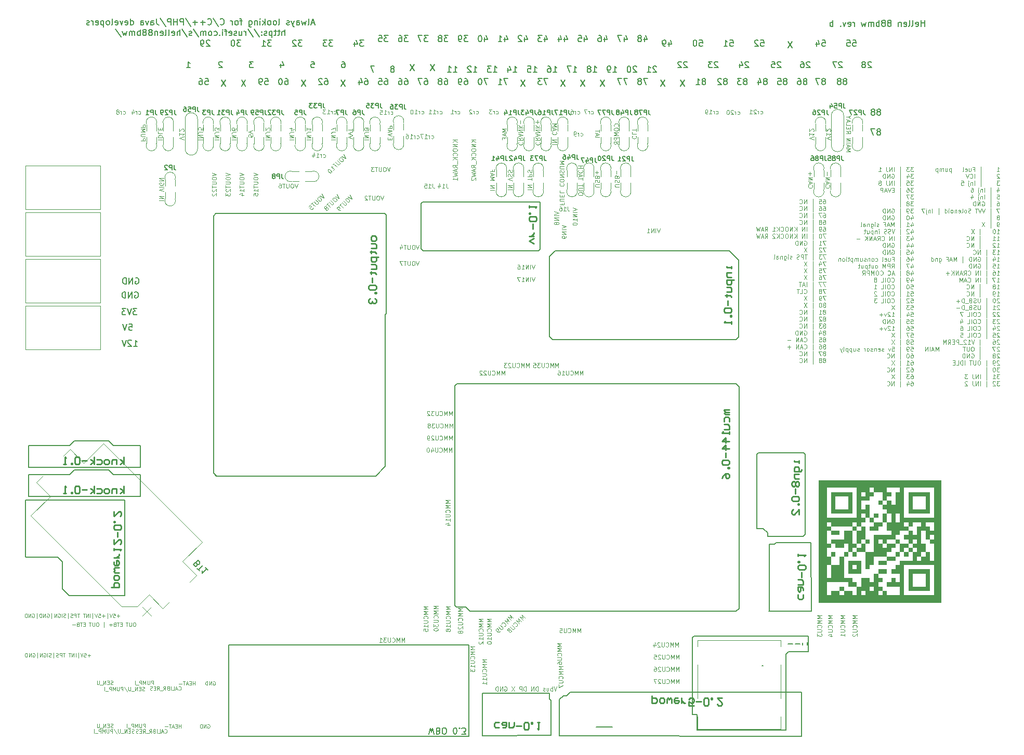
<source format=gbo>
G75*
G70*
%OFA0B0*%
%FSLAX25Y25*%
%IPPOS*%
%LPD*%
%AMOC8*
5,1,8,0,0,1.08239X$1,22.5*
%
%ADD10C,0.00787*%
%ADD113C,0.00591*%
%ADD114C,0.00472*%
%ADD115C,0.00394*%
%ADD116C,0.00500*%
%ADD118C,0.00390*%
%ADD119C,0.00800*%
%ADD121C,0.01000*%
X0000000Y0000000D02*
%LPD*%
G01*
D113*
X0263817Y0432364D02*
X0261193Y0428427D01*
X0261193Y0432364D02*
X0263817Y0428427D01*
D115*
X0514867Y0354880D02*
X0514736Y0354748D01*
X0514605Y0354355D01*
X0514605Y0354092D01*
X0514736Y0353698D01*
X0514998Y0353436D01*
X0515261Y0353305D01*
X0515786Y0353174D01*
X0516179Y0353174D01*
X0516704Y0353305D01*
X0516967Y0353436D01*
X0517229Y0353698D01*
X0517361Y0354092D01*
X0517361Y0354355D01*
X0517229Y0354748D01*
X0517098Y0354880D01*
X0515392Y0355929D02*
X0515392Y0357242D01*
X0514605Y0355667D02*
X0517361Y0356586D01*
X0514605Y0357504D01*
X0514605Y0358423D02*
X0517361Y0358423D01*
X0514605Y0359998D01*
X0517361Y0359998D01*
X0515655Y0361310D02*
X0515655Y0363410D01*
D113*
X0127803Y0433957D02*
X0127616Y0434145D01*
X0127241Y0434332D01*
X0126303Y0434332D01*
X0125928Y0434145D01*
X0125741Y0433957D01*
X0125553Y0433582D01*
X0125553Y0433207D01*
X0125741Y0432645D01*
X0127991Y0430395D01*
X0125553Y0430395D01*
X0206731Y0422521D02*
X0204106Y0418584D01*
X0204106Y0422521D02*
X0206731Y0418584D01*
D115*
X0118439Y0008751D02*
X0118664Y0008863D01*
X0119001Y0008863D01*
X0119338Y0008751D01*
X0119563Y0008526D01*
X0119676Y0008301D01*
X0119788Y0007851D01*
X0119788Y0007514D01*
X0119676Y0007064D01*
X0119563Y0006839D01*
X0119338Y0006614D01*
X0119001Y0006501D01*
X0118776Y0006501D01*
X0118439Y0006614D01*
X0118326Y0006726D01*
X0118326Y0007514D01*
X0118776Y0007514D01*
X0117314Y0006501D02*
X0117314Y0008863D01*
X0115964Y0006501D01*
X0115964Y0008863D01*
X0114839Y0006501D02*
X0114839Y0008863D01*
X0114277Y0008863D01*
X0113939Y0008751D01*
X0113714Y0008526D01*
X0113602Y0008301D01*
X0113489Y0007851D01*
X0113489Y0007514D01*
X0113602Y0007064D01*
X0113714Y0006839D01*
X0113939Y0006614D01*
X0114277Y0006501D01*
X0114839Y0006501D01*
X0503844Y0354880D02*
X0503712Y0354748D01*
X0503581Y0354355D01*
X0503581Y0354092D01*
X0503712Y0353698D01*
X0503975Y0353436D01*
X0504237Y0353305D01*
X0504762Y0353174D01*
X0505156Y0353174D01*
X0505681Y0353305D01*
X0505943Y0353436D01*
X0506206Y0353698D01*
X0506337Y0354092D01*
X0506337Y0354355D01*
X0506206Y0354748D01*
X0506074Y0354880D01*
X0504368Y0355929D02*
X0504368Y0357242D01*
X0503581Y0355667D02*
X0506337Y0356586D01*
X0503581Y0357504D01*
X0503581Y0358423D02*
X0506337Y0358423D01*
X0503581Y0359998D01*
X0506337Y0359998D01*
X0504631Y0361310D02*
X0504631Y0363410D01*
X0503581Y0362360D02*
X0505681Y0362360D01*
D113*
X0512458Y0448112D02*
X0514333Y0448112D01*
X0514520Y0446237D01*
X0514333Y0446424D01*
X0513958Y0446612D01*
X0513020Y0446612D01*
X0512646Y0446424D01*
X0512458Y0446237D01*
X0512271Y0445862D01*
X0512271Y0444925D01*
X0512458Y0444550D01*
X0512646Y0444362D01*
X0513020Y0444175D01*
X0513958Y0444175D01*
X0514333Y0444362D01*
X0514520Y0444550D01*
X0508896Y0446799D02*
X0508896Y0444175D01*
X0509833Y0448299D02*
X0510771Y0445487D01*
X0508334Y0445487D01*
X0360086Y0449752D02*
X0360086Y0447127D01*
X0361024Y0451252D02*
X0361961Y0448440D01*
X0359524Y0448440D01*
X0356149Y0451064D02*
X0358024Y0451064D01*
X0358212Y0449190D01*
X0358024Y0449377D01*
X0357649Y0449565D01*
X0356712Y0449565D01*
X0356337Y0449377D01*
X0356149Y0449190D01*
X0355962Y0448815D01*
X0355962Y0447877D01*
X0356149Y0447502D01*
X0356337Y0447315D01*
X0356712Y0447127D01*
X0357649Y0447127D01*
X0358024Y0447315D01*
X0358212Y0447502D01*
X0285377Y0451064D02*
X0282940Y0451064D01*
X0284252Y0449565D01*
X0283690Y0449565D01*
X0283315Y0449377D01*
X0283127Y0449190D01*
X0282940Y0448815D01*
X0282940Y0447877D01*
X0283127Y0447502D01*
X0283315Y0447315D01*
X0283690Y0447127D01*
X0284815Y0447127D01*
X0285190Y0447315D01*
X0285377Y0447502D01*
X0281065Y0447127D02*
X0280315Y0447127D01*
X0279940Y0447315D01*
X0279753Y0447502D01*
X0279378Y0448065D01*
X0279190Y0448815D01*
X0279190Y0450315D01*
X0279378Y0450689D01*
X0279565Y0450877D01*
X0279940Y0451064D01*
X0280690Y0451064D01*
X0281065Y0450877D01*
X0281253Y0450689D01*
X0281440Y0450315D01*
X0281440Y0449377D01*
X0281253Y0449002D01*
X0281065Y0448815D01*
X0280690Y0448627D01*
X0279940Y0448627D01*
X0279565Y0448815D01*
X0279378Y0449002D01*
X0279190Y0449377D01*
X0251022Y0432364D02*
X0248397Y0428427D01*
X0248397Y0432364D02*
X0251022Y0428427D01*
D115*
X0057584Y0034566D02*
X0057246Y0034454D01*
X0056684Y0034454D01*
X0056459Y0034566D01*
X0056346Y0034679D01*
X0056234Y0034904D01*
X0056234Y0035129D01*
X0056346Y0035354D01*
X0056459Y0035466D01*
X0056684Y0035579D01*
X0057134Y0035691D01*
X0057359Y0035804D01*
X0057471Y0035916D01*
X0057584Y0036141D01*
X0057584Y0036366D01*
X0057471Y0036591D01*
X0057359Y0036704D01*
X0057134Y0036816D01*
X0056571Y0036816D01*
X0056234Y0036704D01*
X0055221Y0035691D02*
X0054434Y0035691D01*
X0054097Y0034454D02*
X0055221Y0034454D01*
X0055221Y0036816D01*
X0054097Y0036816D01*
X0053084Y0034454D02*
X0053084Y0036816D01*
X0051734Y0034454D01*
X0051734Y0036816D01*
X0051172Y0034229D02*
X0049372Y0034229D01*
X0048810Y0036816D02*
X0048810Y0034904D01*
X0048697Y0034679D01*
X0048585Y0034566D01*
X0048360Y0034454D01*
X0047910Y0034454D01*
X0047685Y0034566D01*
X0047572Y0034679D01*
X0047460Y0034904D01*
X0047460Y0036816D01*
X0071560Y0074218D02*
X0071110Y0074218D01*
X0070885Y0074105D01*
X0070660Y0073880D01*
X0070548Y0073430D01*
X0070548Y0072643D01*
X0070660Y0072193D01*
X0070885Y0071968D01*
X0071110Y0071856D01*
X0071560Y0071856D01*
X0071785Y0071968D01*
X0072010Y0072193D01*
X0072122Y0072643D01*
X0072122Y0073430D01*
X0072010Y0073880D01*
X0071785Y0074105D01*
X0071560Y0074218D01*
X0069535Y0074218D02*
X0069535Y0072306D01*
X0069423Y0072081D01*
X0069310Y0071968D01*
X0069085Y0071856D01*
X0068635Y0071856D01*
X0068410Y0071968D01*
X0068298Y0072081D01*
X0068185Y0072306D01*
X0068185Y0074218D01*
X0067398Y0074218D02*
X0066048Y0074218D01*
X0066723Y0071856D02*
X0066723Y0074218D01*
X0063461Y0073093D02*
X0062674Y0073093D01*
X0062336Y0071856D02*
X0063461Y0071856D01*
X0063461Y0074218D01*
X0062336Y0074218D01*
X0061661Y0074218D02*
X0060311Y0074218D01*
X0060986Y0071856D02*
X0060986Y0074218D01*
X0058737Y0073093D02*
X0058399Y0072980D01*
X0058287Y0072868D01*
X0058174Y0072643D01*
X0058174Y0072306D01*
X0058287Y0072081D01*
X0058399Y0071968D01*
X0058624Y0071856D01*
X0059524Y0071856D01*
X0059524Y0074218D01*
X0058737Y0074218D01*
X0058512Y0074105D01*
X0058399Y0073993D01*
X0058287Y0073768D01*
X0058287Y0073543D01*
X0058399Y0073318D01*
X0058512Y0073205D01*
X0058737Y0073093D01*
X0059524Y0073093D01*
X0057162Y0072755D02*
X0055362Y0072755D01*
X0056262Y0071856D02*
X0056262Y0073655D01*
X0051875Y0071068D02*
X0051875Y0074443D01*
X0047938Y0074218D02*
X0047488Y0074218D01*
X0047263Y0074105D01*
X0047038Y0073880D01*
X0046926Y0073430D01*
X0046926Y0072643D01*
X0047038Y0072193D01*
X0047263Y0071968D01*
X0047488Y0071856D01*
X0047938Y0071856D01*
X0048163Y0071968D01*
X0048388Y0072193D01*
X0048500Y0072643D01*
X0048500Y0073430D01*
X0048388Y0073880D01*
X0048163Y0074105D01*
X0047938Y0074218D01*
X0045913Y0074218D02*
X0045913Y0072306D01*
X0045801Y0072081D01*
X0045688Y0071968D01*
X0045463Y0071856D01*
X0045013Y0071856D01*
X0044788Y0071968D01*
X0044676Y0072081D01*
X0044563Y0072306D01*
X0044563Y0074218D01*
X0043776Y0074218D02*
X0042426Y0074218D01*
X0043101Y0071856D02*
X0043101Y0074218D01*
X0039839Y0073093D02*
X0039052Y0073093D01*
X0038714Y0071856D02*
X0039839Y0071856D01*
X0039839Y0074218D01*
X0038714Y0074218D01*
X0038039Y0074218D02*
X0036689Y0074218D01*
X0037364Y0071856D02*
X0037364Y0074218D01*
X0035115Y0073093D02*
X0034777Y0072980D01*
X0034665Y0072868D01*
X0034552Y0072643D01*
X0034552Y0072306D01*
X0034665Y0072081D01*
X0034777Y0071968D01*
X0035002Y0071856D01*
X0035902Y0071856D01*
X0035902Y0074218D01*
X0035115Y0074218D01*
X0034890Y0074105D01*
X0034777Y0073993D01*
X0034665Y0073768D01*
X0034665Y0073543D01*
X0034777Y0073318D01*
X0034890Y0073205D01*
X0035115Y0073093D01*
X0035902Y0073093D01*
X0033540Y0072755D02*
X0031740Y0072755D01*
X0218935Y0384079D02*
X0221691Y0384079D01*
X0218935Y0385391D02*
X0221691Y0385391D01*
X0218935Y0386966D01*
X0221691Y0386966D01*
X0221691Y0389066D02*
X0219723Y0389066D01*
X0219329Y0388935D01*
X0219067Y0388672D01*
X0218935Y0388279D01*
X0218935Y0388016D01*
X0220510Y0390772D02*
X0220641Y0390510D01*
X0220773Y0390378D01*
X0221035Y0390247D01*
X0221166Y0390247D01*
X0221429Y0390378D01*
X0221560Y0390510D01*
X0221691Y0390772D01*
X0221691Y0391297D01*
X0221560Y0391559D01*
X0221429Y0391691D01*
X0221166Y0391822D01*
X0221035Y0391822D01*
X0220773Y0391691D01*
X0220641Y0391559D01*
X0220510Y0391297D01*
X0220510Y0390772D01*
X0220379Y0390510D01*
X0220248Y0390378D01*
X0219985Y0390247D01*
X0219460Y0390247D01*
X0219198Y0390378D01*
X0219067Y0390510D01*
X0218935Y0390772D01*
X0218935Y0391297D01*
X0219067Y0391559D01*
X0219198Y0391691D01*
X0219460Y0391822D01*
X0219985Y0391822D01*
X0220248Y0391691D01*
X0220379Y0391559D01*
X0220510Y0391297D01*
X0077831Y0030629D02*
X0077494Y0030517D01*
X0076931Y0030517D01*
X0076706Y0030629D01*
X0076594Y0030742D01*
X0076481Y0030967D01*
X0076481Y0031192D01*
X0076594Y0031417D01*
X0076706Y0031529D01*
X0076931Y0031642D01*
X0077381Y0031754D01*
X0077606Y0031867D01*
X0077719Y0031979D01*
X0077831Y0032204D01*
X0077831Y0032429D01*
X0077719Y0032654D01*
X0077606Y0032767D01*
X0077381Y0032879D01*
X0076819Y0032879D01*
X0076481Y0032767D01*
X0075469Y0031754D02*
X0074682Y0031754D01*
X0074344Y0030517D02*
X0075469Y0030517D01*
X0075469Y0032879D01*
X0074344Y0032879D01*
X0073332Y0030517D02*
X0073332Y0032879D01*
X0071982Y0030517D01*
X0071982Y0032879D01*
X0071419Y0030292D02*
X0069620Y0030292D01*
X0069057Y0032879D02*
X0069057Y0030967D01*
X0068945Y0030742D01*
X0068832Y0030629D01*
X0068607Y0030517D01*
X0068157Y0030517D01*
X0067932Y0030629D01*
X0067820Y0030742D01*
X0067707Y0030967D01*
X0067707Y0032879D01*
X0064895Y0032992D02*
X0066920Y0029955D01*
X0064108Y0030517D02*
X0064108Y0032879D01*
X0063208Y0032879D01*
X0062983Y0032767D01*
X0062871Y0032654D01*
X0062758Y0032429D01*
X0062758Y0032092D01*
X0062871Y0031867D01*
X0062983Y0031754D01*
X0063208Y0031642D01*
X0064108Y0031642D01*
X0061746Y0032879D02*
X0061746Y0030967D01*
X0061633Y0030742D01*
X0061521Y0030629D01*
X0061296Y0030517D01*
X0060846Y0030517D01*
X0060621Y0030629D01*
X0060508Y0030742D01*
X0060396Y0030967D01*
X0060396Y0032879D01*
X0059271Y0030517D02*
X0059271Y0032879D01*
X0058484Y0031192D01*
X0057696Y0032879D01*
X0057696Y0030517D01*
X0056571Y0030517D02*
X0056571Y0032879D01*
X0055671Y0032879D01*
X0055446Y0032767D01*
X0055334Y0032654D01*
X0055221Y0032429D01*
X0055221Y0032092D01*
X0055334Y0031867D01*
X0055446Y0031754D01*
X0055671Y0031642D01*
X0056571Y0031642D01*
X0054772Y0030292D02*
X0052972Y0030292D01*
X0052409Y0030517D02*
X0052409Y0032879D01*
D113*
X0489164Y0421818D02*
X0489539Y0422006D01*
X0489727Y0422193D01*
X0489914Y0422568D01*
X0489914Y0422755D01*
X0489727Y0423130D01*
X0489539Y0423318D01*
X0489164Y0423505D01*
X0488414Y0423505D01*
X0488039Y0423318D01*
X0487852Y0423130D01*
X0487664Y0422755D01*
X0487664Y0422568D01*
X0487852Y0422193D01*
X0488039Y0422006D01*
X0488414Y0421818D01*
X0489164Y0421818D01*
X0489539Y0421631D01*
X0489727Y0421443D01*
X0489914Y0421068D01*
X0489914Y0420318D01*
X0489727Y0419943D01*
X0489539Y0419756D01*
X0489164Y0419568D01*
X0488414Y0419568D01*
X0488039Y0419756D01*
X0487852Y0419943D01*
X0487664Y0420318D01*
X0487664Y0421068D01*
X0487852Y0421443D01*
X0488039Y0421631D01*
X0488414Y0421818D01*
X0484102Y0423505D02*
X0485977Y0423505D01*
X0486164Y0421631D01*
X0485977Y0421818D01*
X0485602Y0422006D01*
X0484665Y0422006D01*
X0484290Y0421818D01*
X0484102Y0421631D01*
X0483915Y0421256D01*
X0483915Y0420318D01*
X0484102Y0419943D01*
X0484290Y0419756D01*
X0484665Y0419568D01*
X0485602Y0419568D01*
X0485977Y0419756D01*
X0486164Y0419943D01*
X0301641Y0427442D02*
X0303890Y0427442D01*
X0302766Y0427442D02*
X0302766Y0431379D01*
X0303140Y0430817D01*
X0303515Y0430442D01*
X0303890Y0430255D01*
X0300328Y0431379D02*
X0297891Y0431379D01*
X0299203Y0429880D01*
X0298641Y0429880D01*
X0298266Y0429692D01*
X0298079Y0429505D01*
X0297891Y0429130D01*
X0297891Y0428192D01*
X0298079Y0427817D01*
X0298266Y0427630D01*
X0298641Y0427442D01*
X0299766Y0427442D01*
X0300141Y0427630D01*
X0300328Y0427817D01*
X0181140Y0422521D02*
X0178515Y0418584D01*
X0178515Y0422521D02*
X0181140Y0418584D01*
D115*
X0075628Y0383554D02*
X0078384Y0383554D01*
X0078384Y0384604D01*
X0078253Y0384866D01*
X0078122Y0384998D01*
X0077859Y0385129D01*
X0077466Y0385129D01*
X0077203Y0384998D01*
X0077072Y0384866D01*
X0076941Y0384604D01*
X0076941Y0383554D01*
X0078384Y0386310D02*
X0076153Y0386310D01*
X0075891Y0386441D01*
X0075760Y0386572D01*
X0075628Y0386835D01*
X0075628Y0387360D01*
X0075760Y0387622D01*
X0075891Y0387754D01*
X0076153Y0387885D01*
X0078384Y0387885D01*
X0075628Y0389197D02*
X0078384Y0389197D01*
X0076416Y0390116D01*
X0078384Y0391034D01*
X0075628Y0391034D01*
X0075628Y0392347D02*
X0078384Y0392347D01*
X0078384Y0393397D01*
X0078253Y0393659D01*
X0078122Y0393790D01*
X0077859Y0393922D01*
X0077466Y0393922D01*
X0077203Y0393790D01*
X0077072Y0393659D01*
X0076941Y0393397D01*
X0076941Y0392347D01*
D113*
X0116789Y0423505D02*
X0118664Y0423505D01*
X0118851Y0421631D01*
X0118664Y0421818D01*
X0118289Y0422006D01*
X0117351Y0422006D01*
X0116976Y0421818D01*
X0116789Y0421631D01*
X0116601Y0421256D01*
X0116601Y0420318D01*
X0116789Y0419943D01*
X0116976Y0419756D01*
X0117351Y0419568D01*
X0118289Y0419568D01*
X0118664Y0419756D01*
X0118851Y0419943D01*
X0113227Y0423505D02*
X0113977Y0423505D01*
X0114352Y0423318D01*
X0114539Y0423130D01*
X0114914Y0422568D01*
X0115101Y0421818D01*
X0115101Y0420318D01*
X0114914Y0419943D01*
X0114727Y0419756D01*
X0114352Y0419568D01*
X0113602Y0419568D01*
X0113227Y0419756D01*
X0113039Y0419943D01*
X0112852Y0420318D01*
X0112852Y0421256D01*
X0113039Y0421631D01*
X0113227Y0421818D01*
X0113602Y0422006D01*
X0114352Y0422006D01*
X0114727Y0421818D01*
X0114914Y0421631D01*
X0115101Y0421256D01*
D115*
X0323660Y0352154D02*
X0326416Y0352154D01*
X0323660Y0353466D02*
X0326416Y0353466D01*
X0323660Y0355041D01*
X0326416Y0355041D01*
X0326416Y0358060D02*
X0326416Y0359634D01*
X0323660Y0358847D02*
X0326416Y0358847D01*
X0323660Y0360553D02*
X0326416Y0360553D01*
X0326416Y0361603D01*
X0326284Y0361865D01*
X0326153Y0361997D01*
X0325891Y0362128D01*
X0325497Y0362128D01*
X0325235Y0361997D01*
X0325103Y0361865D01*
X0324972Y0361603D01*
X0324972Y0360553D01*
X0323791Y0363178D02*
X0323660Y0363571D01*
X0323660Y0364227D01*
X0323791Y0364490D01*
X0323922Y0364621D01*
X0324185Y0364752D01*
X0324447Y0364752D01*
X0324710Y0364621D01*
X0324841Y0364490D01*
X0324972Y0364227D01*
X0325103Y0363703D01*
X0325235Y0363440D01*
X0325366Y0363309D01*
X0325628Y0363178D01*
X0325891Y0363178D01*
X0326153Y0363309D01*
X0326284Y0363440D01*
X0326416Y0363703D01*
X0326416Y0364359D01*
X0326284Y0364752D01*
D113*
X0549120Y0389384D02*
X0549495Y0389572D01*
X0549683Y0389759D01*
X0549870Y0390134D01*
X0549870Y0390322D01*
X0549683Y0390697D01*
X0549495Y0390884D01*
X0549120Y0391072D01*
X0548371Y0391072D01*
X0547996Y0390884D01*
X0547808Y0390697D01*
X0547621Y0390322D01*
X0547621Y0390134D01*
X0547808Y0389759D01*
X0547996Y0389572D01*
X0548371Y0389384D01*
X0549120Y0389384D01*
X0549495Y0389197D01*
X0549683Y0389009D01*
X0549870Y0388634D01*
X0549870Y0387884D01*
X0549683Y0387509D01*
X0549495Y0387322D01*
X0549120Y0387135D01*
X0548371Y0387135D01*
X0547996Y0387322D01*
X0547808Y0387509D01*
X0547621Y0387884D01*
X0547621Y0388634D01*
X0547808Y0389009D01*
X0547996Y0389197D01*
X0548371Y0389384D01*
X0546308Y0391072D02*
X0543684Y0391072D01*
X0545371Y0387135D01*
X0544048Y0433957D02*
X0543860Y0434145D01*
X0543485Y0434332D01*
X0542548Y0434332D01*
X0542173Y0434145D01*
X0541986Y0433957D01*
X0541798Y0433582D01*
X0541798Y0433207D01*
X0541986Y0432645D01*
X0544235Y0430395D01*
X0541798Y0430395D01*
X0539548Y0432645D02*
X0539923Y0432832D01*
X0540111Y0433020D01*
X0540298Y0433395D01*
X0540298Y0433582D01*
X0540111Y0433957D01*
X0539923Y0434145D01*
X0539548Y0434332D01*
X0538799Y0434332D01*
X0538424Y0434145D01*
X0538236Y0433957D01*
X0538049Y0433582D01*
X0538049Y0433395D01*
X0538236Y0433020D01*
X0538424Y0432832D01*
X0538799Y0432645D01*
X0539548Y0432645D01*
X0539923Y0432457D01*
X0540111Y0432270D01*
X0540298Y0431895D01*
X0540298Y0431145D01*
X0540111Y0430770D01*
X0539923Y0430583D01*
X0539548Y0430395D01*
X0538799Y0430395D01*
X0538424Y0430583D01*
X0538236Y0430770D01*
X0538049Y0431145D01*
X0538049Y0431895D01*
X0538236Y0432270D01*
X0538424Y0432457D01*
X0538799Y0432645D01*
X0234196Y0451064D02*
X0231759Y0451064D01*
X0233071Y0449565D01*
X0232509Y0449565D01*
X0232134Y0449377D01*
X0231946Y0449190D01*
X0231759Y0448815D01*
X0231759Y0447877D01*
X0231946Y0447502D01*
X0232134Y0447315D01*
X0232509Y0447127D01*
X0233634Y0447127D01*
X0234008Y0447315D01*
X0234196Y0447502D01*
X0228197Y0451064D02*
X0230071Y0451064D01*
X0230259Y0449190D01*
X0230071Y0449377D01*
X0229697Y0449565D01*
X0228759Y0449565D01*
X0228384Y0449377D01*
X0228197Y0449190D01*
X0228009Y0448815D01*
X0228009Y0447877D01*
X0228197Y0447502D01*
X0228384Y0447315D01*
X0228759Y0447127D01*
X0229697Y0447127D01*
X0230071Y0447315D01*
X0230259Y0447502D01*
D115*
X0382321Y0353961D02*
X0380090Y0353961D01*
X0379828Y0354092D01*
X0379697Y0354223D01*
X0379565Y0354486D01*
X0379565Y0355011D01*
X0379697Y0355273D01*
X0379828Y0355405D01*
X0380090Y0355536D01*
X0382321Y0355536D01*
X0379697Y0356717D02*
X0379565Y0357111D01*
X0379565Y0357767D01*
X0379697Y0358029D01*
X0379828Y0358160D01*
X0380090Y0358292D01*
X0380353Y0358292D01*
X0380615Y0358160D01*
X0380746Y0358029D01*
X0380878Y0357767D01*
X0381009Y0357242D01*
X0381140Y0356979D01*
X0381271Y0356848D01*
X0381534Y0356717D01*
X0381796Y0356717D01*
X0382059Y0356848D01*
X0382190Y0356979D01*
X0382321Y0357242D01*
X0382321Y0357898D01*
X0382190Y0358292D01*
X0381009Y0360391D02*
X0380878Y0360785D01*
X0380746Y0360916D01*
X0380484Y0361048D01*
X0380090Y0361048D01*
X0379828Y0360916D01*
X0379697Y0360785D01*
X0379565Y0360523D01*
X0379565Y0359473D01*
X0382321Y0359473D01*
X0382321Y0360391D01*
X0382190Y0360654D01*
X0382059Y0360785D01*
X0381796Y0360916D01*
X0381534Y0360916D01*
X0381271Y0360785D01*
X0381140Y0360654D01*
X0381009Y0360391D01*
X0381009Y0359473D01*
X0380615Y0362229D02*
X0380615Y0364328D01*
X0299644Y0351961D02*
X0302400Y0351961D01*
X0299644Y0353273D02*
X0302400Y0353273D01*
X0299644Y0354848D01*
X0302400Y0354848D01*
X0299644Y0358260D02*
X0302400Y0358260D01*
X0300431Y0359179D01*
X0302400Y0360097D01*
X0299644Y0360097D01*
X0300431Y0361278D02*
X0300431Y0362591D01*
X0299644Y0361016D02*
X0302400Y0361934D01*
X0299644Y0362853D01*
X0301088Y0364690D02*
X0301088Y0363772D01*
X0299644Y0363772D02*
X0302400Y0363772D01*
X0302400Y0365084D01*
D113*
X0225431Y0431379D02*
X0222807Y0431379D01*
X0224494Y0427442D01*
X0513770Y0421818D02*
X0514145Y0422006D01*
X0514333Y0422193D01*
X0514520Y0422568D01*
X0514520Y0422755D01*
X0514333Y0423130D01*
X0514145Y0423318D01*
X0513770Y0423505D01*
X0513020Y0423505D01*
X0512646Y0423318D01*
X0512458Y0423130D01*
X0512271Y0422755D01*
X0512271Y0422568D01*
X0512458Y0422193D01*
X0512646Y0422006D01*
X0513020Y0421818D01*
X0513770Y0421818D01*
X0514145Y0421631D01*
X0514333Y0421443D01*
X0514520Y0421068D01*
X0514520Y0420318D01*
X0514333Y0419943D01*
X0514145Y0419756D01*
X0513770Y0419568D01*
X0513020Y0419568D01*
X0512646Y0419756D01*
X0512458Y0419943D01*
X0512271Y0420318D01*
X0512271Y0421068D01*
X0512458Y0421443D01*
X0512646Y0421631D01*
X0513020Y0421818D01*
X0510958Y0423505D02*
X0508334Y0423505D01*
X0510021Y0419568D01*
D115*
X0507124Y0384342D02*
X0504368Y0385260D01*
X0507124Y0386179D01*
X0504368Y0388541D02*
X0504368Y0386966D01*
X0504368Y0387754D02*
X0507124Y0387754D01*
X0506731Y0387491D01*
X0506468Y0387229D01*
X0506337Y0386966D01*
X0506862Y0389591D02*
X0506993Y0389722D01*
X0507124Y0389985D01*
X0507124Y0390641D01*
X0506993Y0390903D01*
X0506862Y0391034D01*
X0506599Y0391166D01*
X0506337Y0391166D01*
X0505943Y0391034D01*
X0504368Y0389460D01*
X0504368Y0391166D01*
D113*
X0179078Y0448112D02*
X0176641Y0448112D01*
X0177953Y0446612D01*
X0177391Y0446612D01*
X0177016Y0446424D01*
X0176828Y0446237D01*
X0176641Y0445862D01*
X0176641Y0444925D01*
X0176828Y0444550D01*
X0177016Y0444362D01*
X0177391Y0444175D01*
X0178515Y0444175D01*
X0178890Y0444362D01*
X0179078Y0444550D01*
X0175141Y0447737D02*
X0174953Y0447924D01*
X0174578Y0448112D01*
X0173641Y0448112D01*
X0173266Y0447924D01*
X0173079Y0447737D01*
X0172891Y0447362D01*
X0172891Y0446987D01*
X0173079Y0446424D01*
X0175328Y0444175D01*
X0172891Y0444175D01*
D115*
X0112432Y0384344D02*
X0115187Y0384344D01*
X0112432Y0385656D02*
X0115187Y0385656D01*
X0112432Y0387231D01*
X0115187Y0387231D01*
X0115187Y0389330D02*
X0113219Y0389330D01*
X0112825Y0389199D01*
X0112563Y0388937D01*
X0112432Y0388543D01*
X0112432Y0388281D01*
X0115187Y0391955D02*
X0115187Y0390643D01*
X0113875Y0390512D01*
X0114006Y0390643D01*
X0114138Y0390905D01*
X0114138Y0391561D01*
X0114006Y0391824D01*
X0113875Y0391955D01*
X0113613Y0392086D01*
X0112956Y0392086D01*
X0112694Y0391955D01*
X0112563Y0391824D01*
X0112432Y0391561D01*
X0112432Y0390905D01*
X0112563Y0390643D01*
X0112694Y0390512D01*
D113*
X0476369Y0421818D02*
X0476744Y0422006D01*
X0476931Y0422193D01*
X0477119Y0422568D01*
X0477119Y0422755D01*
X0476931Y0423130D01*
X0476744Y0423318D01*
X0476369Y0423505D01*
X0475619Y0423505D01*
X0475244Y0423318D01*
X0475056Y0423130D01*
X0474869Y0422755D01*
X0474869Y0422568D01*
X0475056Y0422193D01*
X0475244Y0422006D01*
X0475619Y0421818D01*
X0476369Y0421818D01*
X0476744Y0421631D01*
X0476931Y0421443D01*
X0477119Y0421068D01*
X0477119Y0420318D01*
X0476931Y0419943D01*
X0476744Y0419756D01*
X0476369Y0419568D01*
X0475619Y0419568D01*
X0475244Y0419756D01*
X0475056Y0419943D01*
X0474869Y0420318D01*
X0474869Y0421068D01*
X0475056Y0421443D01*
X0475244Y0421631D01*
X0475619Y0421818D01*
X0471494Y0422193D02*
X0471494Y0419568D01*
X0472432Y0423693D02*
X0473369Y0420881D01*
X0470932Y0420881D01*
D115*
X0235340Y0384342D02*
X0235340Y0385260D01*
X0233896Y0385654D02*
X0233896Y0384342D01*
X0236652Y0384342D01*
X0236652Y0385654D01*
X0236652Y0386441D02*
X0233896Y0387360D01*
X0236652Y0388279D01*
X0234683Y0389066D02*
X0234683Y0390378D01*
X0233896Y0388803D02*
X0236652Y0389722D01*
X0233896Y0390641D01*
X0233896Y0391559D02*
X0236652Y0391559D01*
X0236652Y0392609D01*
X0236521Y0392872D01*
X0236389Y0393003D01*
X0236127Y0393134D01*
X0235733Y0393134D01*
X0235471Y0393003D01*
X0235340Y0392872D01*
X0235208Y0392609D01*
X0235208Y0391559D01*
D113*
X0272582Y0451064D02*
X0270145Y0451064D01*
X0271457Y0449565D01*
X0270895Y0449565D01*
X0270520Y0449377D01*
X0270332Y0449190D01*
X0270145Y0448815D01*
X0270145Y0447877D01*
X0270332Y0447502D01*
X0270520Y0447315D01*
X0270895Y0447127D01*
X0272019Y0447127D01*
X0272394Y0447315D01*
X0272582Y0447502D01*
X0267895Y0449377D02*
X0268270Y0449565D01*
X0268457Y0449752D01*
X0268645Y0450127D01*
X0268645Y0450315D01*
X0268457Y0450689D01*
X0268270Y0450877D01*
X0267895Y0451064D01*
X0267145Y0451064D01*
X0266770Y0450877D01*
X0266583Y0450689D01*
X0266395Y0450315D01*
X0266395Y0450127D01*
X0266583Y0449752D01*
X0266770Y0449565D01*
X0267145Y0449377D01*
X0267895Y0449377D01*
X0268270Y0449190D01*
X0268457Y0449002D01*
X0268645Y0448627D01*
X0268645Y0447877D01*
X0268457Y0447502D01*
X0268270Y0447315D01*
X0267895Y0447127D01*
X0267145Y0447127D01*
X0266770Y0447315D01*
X0266583Y0447502D01*
X0266395Y0447877D01*
X0266395Y0448627D01*
X0266583Y0449002D01*
X0266770Y0449190D01*
X0267145Y0449377D01*
D115*
X0311061Y0352058D02*
X0313817Y0352058D01*
X0311061Y0353370D02*
X0313817Y0353370D01*
X0311061Y0354945D01*
X0313817Y0354945D01*
X0313817Y0357964D02*
X0311061Y0358882D01*
X0313817Y0359801D01*
X0311193Y0360588D02*
X0311061Y0360982D01*
X0311061Y0361638D01*
X0311193Y0361901D01*
X0311324Y0362032D01*
X0311586Y0362163D01*
X0311849Y0362163D01*
X0312111Y0362032D01*
X0312242Y0361901D01*
X0312374Y0361638D01*
X0312505Y0361113D01*
X0312636Y0360851D01*
X0312767Y0360719D01*
X0313030Y0360588D01*
X0313292Y0360588D01*
X0313555Y0360719D01*
X0313686Y0360851D01*
X0313817Y0361113D01*
X0313817Y0361769D01*
X0313686Y0362163D01*
X0311193Y0363213D02*
X0311061Y0363607D01*
X0311061Y0364263D01*
X0311193Y0364525D01*
X0311324Y0364656D01*
X0311586Y0364788D01*
X0311849Y0364788D01*
X0312111Y0364656D01*
X0312242Y0364525D01*
X0312374Y0364263D01*
X0312505Y0363738D01*
X0312636Y0363475D01*
X0312767Y0363344D01*
X0313030Y0363213D01*
X0313292Y0363213D01*
X0313555Y0363344D01*
X0313686Y0363475D01*
X0313817Y0363738D01*
X0313817Y0364394D01*
X0313686Y0364788D01*
D113*
X0321888Y0422521D02*
X0319263Y0418584D01*
X0319263Y0422521D02*
X0321888Y0418584D01*
D115*
X0342361Y0033095D02*
X0341442Y0030339D01*
X0340523Y0033095D01*
X0339605Y0030339D02*
X0339605Y0033095D01*
X0339605Y0032045D02*
X0339342Y0032176D01*
X0338817Y0032176D01*
X0338555Y0032045D01*
X0338424Y0031914D01*
X0338292Y0031651D01*
X0338292Y0030864D01*
X0338424Y0030601D01*
X0338555Y0030470D01*
X0338817Y0030339D01*
X0339342Y0030339D01*
X0339605Y0030470D01*
X0335930Y0032176D02*
X0335930Y0030339D01*
X0337111Y0032176D02*
X0337111Y0030733D01*
X0336980Y0030470D01*
X0336718Y0030339D01*
X0336324Y0030339D01*
X0336061Y0030470D01*
X0335930Y0030601D01*
X0334749Y0030470D02*
X0334487Y0030339D01*
X0333962Y0030339D01*
X0333699Y0030470D01*
X0333568Y0030733D01*
X0333568Y0030864D01*
X0333699Y0031126D01*
X0333962Y0031258D01*
X0334355Y0031258D01*
X0334618Y0031389D01*
X0334749Y0031651D01*
X0334749Y0031782D01*
X0334618Y0032045D01*
X0334355Y0032176D01*
X0333962Y0032176D01*
X0333699Y0032045D01*
X0330287Y0030339D02*
X0330287Y0033095D01*
X0329631Y0033095D01*
X0329237Y0032964D01*
X0328975Y0032701D01*
X0328844Y0032439D01*
X0328712Y0031914D01*
X0328712Y0031520D01*
X0328844Y0030995D01*
X0328975Y0030733D01*
X0329237Y0030470D01*
X0329631Y0030339D01*
X0330287Y0030339D01*
X0327531Y0030339D02*
X0327531Y0033095D01*
X0325956Y0030339D01*
X0325956Y0033095D01*
X0322544Y0030339D02*
X0322544Y0033095D01*
X0321888Y0033095D01*
X0321494Y0032964D01*
X0321232Y0032701D01*
X0321101Y0032439D01*
X0320970Y0031914D01*
X0320970Y0031520D01*
X0321101Y0030995D01*
X0321232Y0030733D01*
X0321494Y0030470D01*
X0321888Y0030339D01*
X0322544Y0030339D01*
X0319788Y0030339D02*
X0319788Y0033095D01*
X0318739Y0033095D01*
X0318476Y0032964D01*
X0318345Y0032832D01*
X0318214Y0032570D01*
X0318214Y0032176D01*
X0318345Y0031914D01*
X0318476Y0031782D01*
X0318739Y0031651D01*
X0319788Y0031651D01*
X0315195Y0033095D02*
X0313358Y0030339D01*
X0313358Y0033095D02*
X0315195Y0030339D01*
X0308765Y0032964D02*
X0309027Y0033095D01*
X0309421Y0033095D01*
X0309815Y0032964D01*
X0310077Y0032701D01*
X0310208Y0032439D01*
X0310340Y0031914D01*
X0310340Y0031520D01*
X0310208Y0030995D01*
X0310077Y0030733D01*
X0309815Y0030470D01*
X0309421Y0030339D01*
X0309158Y0030339D01*
X0308765Y0030470D01*
X0308634Y0030601D01*
X0308634Y0031520D01*
X0309158Y0031520D01*
X0307452Y0030339D02*
X0307452Y0033095D01*
X0305878Y0030339D01*
X0305878Y0033095D01*
X0304565Y0030339D02*
X0304565Y0033095D01*
X0303909Y0033095D01*
X0303515Y0032964D01*
X0303253Y0032701D01*
X0303122Y0032439D01*
X0302991Y0031914D01*
X0302991Y0031520D01*
X0303122Y0030995D01*
X0303253Y0030733D01*
X0303515Y0030470D01*
X0303909Y0030339D01*
X0304565Y0030339D01*
D113*
X0155175Y0423505D02*
X0157049Y0423505D01*
X0157237Y0421631D01*
X0157049Y0421818D01*
X0156674Y0422006D01*
X0155737Y0422006D01*
X0155362Y0421818D01*
X0155175Y0421631D01*
X0154987Y0421256D01*
X0154987Y0420318D01*
X0155175Y0419943D01*
X0155362Y0419756D01*
X0155737Y0419568D01*
X0156674Y0419568D01*
X0157049Y0419756D01*
X0157237Y0419943D01*
X0153112Y0419568D02*
X0152362Y0419568D01*
X0151987Y0419756D01*
X0151800Y0419943D01*
X0151425Y0420506D01*
X0151238Y0421256D01*
X0151238Y0422755D01*
X0151425Y0423130D01*
X0151613Y0423318D01*
X0151987Y0423505D01*
X0152737Y0423505D01*
X0153112Y0423318D01*
X0153300Y0423130D01*
X0153487Y0422755D01*
X0153487Y0421818D01*
X0153300Y0421443D01*
X0153112Y0421256D01*
X0152737Y0421068D01*
X0151987Y0421068D01*
X0151613Y0421256D01*
X0151425Y0421443D01*
X0151238Y0421818D01*
X0198763Y0448112D02*
X0196326Y0448112D01*
X0197638Y0446612D01*
X0197076Y0446612D01*
X0196701Y0446424D01*
X0196513Y0446237D01*
X0196326Y0445862D01*
X0196326Y0444925D01*
X0196513Y0444550D01*
X0196701Y0444362D01*
X0197076Y0444175D01*
X0198200Y0444175D01*
X0198575Y0444362D01*
X0198763Y0444550D01*
X0195013Y0448112D02*
X0192576Y0448112D01*
X0193889Y0446612D01*
X0193326Y0446612D01*
X0192951Y0446424D01*
X0192764Y0446237D01*
X0192576Y0445862D01*
X0192576Y0444925D01*
X0192764Y0444550D01*
X0192951Y0444362D01*
X0193326Y0444175D01*
X0194451Y0444175D01*
X0194826Y0444362D01*
X0195013Y0444550D01*
X0578122Y0456970D02*
X0578122Y0460907D01*
X0578122Y0459032D02*
X0575872Y0459032D01*
X0575872Y0456970D02*
X0575872Y0460907D01*
X0572497Y0457157D02*
X0572872Y0456970D01*
X0573622Y0456970D01*
X0573997Y0457157D01*
X0574185Y0457532D01*
X0574185Y0459032D01*
X0573997Y0459407D01*
X0573622Y0459595D01*
X0572872Y0459595D01*
X0572497Y0459407D01*
X0572310Y0459032D01*
X0572310Y0458657D01*
X0574185Y0458282D01*
X0570060Y0456970D02*
X0570435Y0457157D01*
X0570623Y0457532D01*
X0570623Y0460907D01*
X0567998Y0456970D02*
X0568373Y0457157D01*
X0568560Y0457532D01*
X0568560Y0460907D01*
X0564998Y0457157D02*
X0565373Y0456970D01*
X0566123Y0456970D01*
X0566498Y0457157D01*
X0566686Y0457532D01*
X0566686Y0459032D01*
X0566498Y0459407D01*
X0566123Y0459595D01*
X0565373Y0459595D01*
X0564998Y0459407D01*
X0564811Y0459032D01*
X0564811Y0458657D01*
X0566686Y0458282D01*
X0563124Y0459595D02*
X0563124Y0456970D01*
X0563124Y0459220D02*
X0562936Y0459407D01*
X0562561Y0459595D01*
X0561999Y0459595D01*
X0561624Y0459407D01*
X0561436Y0459032D01*
X0561436Y0456970D01*
X0555999Y0459220D02*
X0556374Y0459407D01*
X0556562Y0459595D01*
X0556749Y0459970D01*
X0556749Y0460157D01*
X0556562Y0460532D01*
X0556374Y0460719D01*
X0555999Y0460907D01*
X0555250Y0460907D01*
X0554875Y0460719D01*
X0554687Y0460532D01*
X0554500Y0460157D01*
X0554500Y0459970D01*
X0554687Y0459595D01*
X0554875Y0459407D01*
X0555250Y0459220D01*
X0555999Y0459220D01*
X0556374Y0459032D01*
X0556562Y0458845D01*
X0556749Y0458470D01*
X0556749Y0457720D01*
X0556562Y0457345D01*
X0556374Y0457157D01*
X0555999Y0456970D01*
X0555250Y0456970D01*
X0554875Y0457157D01*
X0554687Y0457345D01*
X0554500Y0457720D01*
X0554500Y0458470D01*
X0554687Y0458845D01*
X0554875Y0459032D01*
X0555250Y0459220D01*
X0552250Y0459220D02*
X0552625Y0459407D01*
X0552812Y0459595D01*
X0553000Y0459970D01*
X0553000Y0460157D01*
X0552812Y0460532D01*
X0552625Y0460719D01*
X0552250Y0460907D01*
X0551500Y0460907D01*
X0551125Y0460719D01*
X0550938Y0460532D01*
X0550750Y0460157D01*
X0550750Y0459970D01*
X0550938Y0459595D01*
X0551125Y0459407D01*
X0551500Y0459220D01*
X0552250Y0459220D01*
X0552625Y0459032D01*
X0552812Y0458845D01*
X0553000Y0458470D01*
X0553000Y0457720D01*
X0552812Y0457345D01*
X0552625Y0457157D01*
X0552250Y0456970D01*
X0551500Y0456970D01*
X0551125Y0457157D01*
X0550938Y0457345D01*
X0550750Y0457720D01*
X0550750Y0458470D01*
X0550938Y0458845D01*
X0551125Y0459032D01*
X0551500Y0459220D01*
X0549063Y0456970D02*
X0549063Y0460907D01*
X0549063Y0459407D02*
X0548688Y0459595D01*
X0547938Y0459595D01*
X0547563Y0459407D01*
X0547376Y0459220D01*
X0547188Y0458845D01*
X0547188Y0457720D01*
X0547376Y0457345D01*
X0547563Y0457157D01*
X0547938Y0456970D01*
X0548688Y0456970D01*
X0549063Y0457157D01*
X0545501Y0456970D02*
X0545501Y0459595D01*
X0545501Y0459220D02*
X0545313Y0459407D01*
X0544938Y0459595D01*
X0544376Y0459595D01*
X0544001Y0459407D01*
X0543814Y0459032D01*
X0543814Y0456970D01*
X0543814Y0459032D02*
X0543626Y0459407D01*
X0543251Y0459595D01*
X0542689Y0459595D01*
X0542314Y0459407D01*
X0542126Y0459032D01*
X0542126Y0456970D01*
X0540626Y0459595D02*
X0539877Y0456970D01*
X0539127Y0458845D01*
X0538377Y0456970D01*
X0537627Y0459595D01*
X0533127Y0456970D02*
X0533127Y0459595D01*
X0533127Y0458845D02*
X0532940Y0459220D01*
X0532752Y0459407D01*
X0532377Y0459595D01*
X0532002Y0459595D01*
X0529190Y0457157D02*
X0529565Y0456970D01*
X0530315Y0456970D01*
X0530690Y0457157D01*
X0530878Y0457532D01*
X0530878Y0459032D01*
X0530690Y0459407D01*
X0530315Y0459595D01*
X0529565Y0459595D01*
X0529190Y0459407D01*
X0529003Y0459032D01*
X0529003Y0458657D01*
X0530878Y0458282D01*
X0527691Y0459595D02*
X0526753Y0456970D01*
X0525816Y0459595D01*
X0524316Y0457345D02*
X0524128Y0457157D01*
X0524316Y0456970D01*
X0524503Y0457157D01*
X0524316Y0457345D01*
X0524316Y0456970D01*
X0519442Y0456970D02*
X0519442Y0460907D01*
X0519442Y0459407D02*
X0519067Y0459595D01*
X0518317Y0459595D01*
X0517942Y0459407D01*
X0517754Y0459220D01*
X0517567Y0458845D01*
X0517567Y0457720D01*
X0517754Y0457345D01*
X0517942Y0457157D01*
X0518317Y0456970D01*
X0519067Y0456970D01*
X0519442Y0457157D01*
X0372882Y0449752D02*
X0372882Y0447127D01*
X0373819Y0451252D02*
X0374757Y0448440D01*
X0372319Y0448440D01*
X0369132Y0451064D02*
X0369882Y0451064D01*
X0370257Y0450877D01*
X0370445Y0450689D01*
X0370820Y0450127D01*
X0371007Y0449377D01*
X0371007Y0447877D01*
X0370820Y0447502D01*
X0370632Y0447315D01*
X0370257Y0447127D01*
X0369507Y0447127D01*
X0369132Y0447315D01*
X0368945Y0447502D01*
X0368757Y0447877D01*
X0368757Y0448815D01*
X0368945Y0449190D01*
X0369132Y0449377D01*
X0369507Y0449565D01*
X0370257Y0449565D01*
X0370632Y0449377D01*
X0370820Y0449190D01*
X0371007Y0448815D01*
X0119835Y0447737D02*
X0119648Y0447924D01*
X0119273Y0448112D01*
X0118335Y0448112D01*
X0117961Y0447924D01*
X0117773Y0447737D01*
X0117586Y0447362D01*
X0117586Y0446987D01*
X0117773Y0446424D01*
X0120023Y0444175D01*
X0117586Y0444175D01*
X0115711Y0444175D02*
X0114961Y0444175D01*
X0114586Y0444362D01*
X0114398Y0444550D01*
X0114023Y0445112D01*
X0113836Y0445862D01*
X0113836Y0447362D01*
X0114023Y0447737D01*
X0114211Y0447924D01*
X0114586Y0448112D01*
X0115336Y0448112D01*
X0115711Y0447924D01*
X0115898Y0447737D01*
X0116086Y0447362D01*
X0116086Y0446424D01*
X0115898Y0446049D01*
X0115711Y0445862D01*
X0115336Y0445674D01*
X0114586Y0445674D01*
X0114211Y0445862D01*
X0114023Y0446049D01*
X0113836Y0446424D01*
X0073043Y0275694D02*
X0070605Y0275694D01*
X0071918Y0274195D01*
X0071355Y0274195D01*
X0070980Y0274007D01*
X0070793Y0273820D01*
X0070605Y0273445D01*
X0070605Y0272507D01*
X0070793Y0272132D01*
X0070980Y0271945D01*
X0071355Y0271757D01*
X0072480Y0271757D01*
X0072855Y0271945D01*
X0073043Y0272132D01*
X0069480Y0275694D02*
X0068168Y0271757D01*
X0066856Y0275694D01*
X0065918Y0275694D02*
X0063481Y0275694D01*
X0064794Y0274195D01*
X0064231Y0274195D01*
X0063856Y0274007D01*
X0063669Y0273820D01*
X0063481Y0273445D01*
X0063481Y0272507D01*
X0063669Y0272132D01*
X0063856Y0271945D01*
X0064231Y0271757D01*
X0065356Y0271757D01*
X0065731Y0271945D01*
X0065918Y0272132D01*
D115*
X0155550Y0384079D02*
X0158305Y0384079D01*
X0155550Y0385391D02*
X0158305Y0385391D01*
X0155550Y0386966D01*
X0158305Y0386966D01*
X0158305Y0389066D02*
X0156337Y0389066D01*
X0155943Y0388935D01*
X0155681Y0388672D01*
X0155550Y0388279D01*
X0155550Y0388016D01*
X0158043Y0390247D02*
X0158174Y0390378D01*
X0158305Y0390641D01*
X0158305Y0391297D01*
X0158174Y0391559D01*
X0158043Y0391691D01*
X0157781Y0391822D01*
X0157518Y0391822D01*
X0157124Y0391691D01*
X0155550Y0390116D01*
X0155550Y0391822D01*
D113*
X0257724Y0423505D02*
X0258474Y0423505D01*
X0258849Y0423318D01*
X0259037Y0423130D01*
X0259412Y0422568D01*
X0259599Y0421818D01*
X0259599Y0420318D01*
X0259412Y0419943D01*
X0259224Y0419756D01*
X0258849Y0419568D01*
X0258099Y0419568D01*
X0257724Y0419756D01*
X0257537Y0419943D01*
X0257349Y0420318D01*
X0257349Y0421256D01*
X0257537Y0421631D01*
X0257724Y0421818D01*
X0258099Y0422006D01*
X0258849Y0422006D01*
X0259224Y0421818D01*
X0259412Y0421631D01*
X0259599Y0421256D01*
X0256037Y0423505D02*
X0253412Y0423505D01*
X0255100Y0419568D01*
X0129959Y0422521D02*
X0127334Y0418584D01*
X0127334Y0422521D02*
X0129959Y0418584D01*
X0186905Y0459079D02*
X0185030Y0459079D01*
X0187280Y0457954D02*
X0185968Y0461891D01*
X0184655Y0457954D01*
X0182781Y0457954D02*
X0183155Y0458142D01*
X0183343Y0458517D01*
X0183343Y0461891D01*
X0181656Y0460579D02*
X0180906Y0457954D01*
X0180156Y0459829D01*
X0179406Y0457954D01*
X0178656Y0460579D01*
X0175469Y0457954D02*
X0175469Y0460016D01*
X0175656Y0460391D01*
X0176031Y0460579D01*
X0176781Y0460579D01*
X0177156Y0460391D01*
X0175469Y0458142D02*
X0175844Y0457954D01*
X0176781Y0457954D01*
X0177156Y0458142D01*
X0177344Y0458517D01*
X0177344Y0458892D01*
X0177156Y0459267D01*
X0176781Y0459454D01*
X0175844Y0459454D01*
X0175469Y0459641D01*
X0173969Y0460579D02*
X0173032Y0457954D01*
X0172094Y0460579D02*
X0173032Y0457954D01*
X0173407Y0457017D01*
X0173594Y0456829D01*
X0173969Y0456642D01*
X0170782Y0458142D02*
X0170407Y0457954D01*
X0169657Y0457954D01*
X0169282Y0458142D01*
X0169095Y0458517D01*
X0169095Y0458704D01*
X0169282Y0459079D01*
X0169657Y0459267D01*
X0170220Y0459267D01*
X0170595Y0459454D01*
X0170782Y0459829D01*
X0170782Y0460016D01*
X0170595Y0460391D01*
X0170220Y0460579D01*
X0169657Y0460579D01*
X0169282Y0460391D01*
X0163845Y0457954D02*
X0164220Y0458142D01*
X0164408Y0458517D01*
X0164408Y0461891D01*
X0161783Y0457954D02*
X0162158Y0458142D01*
X0162346Y0458329D01*
X0162533Y0458704D01*
X0162533Y0459829D01*
X0162346Y0460204D01*
X0162158Y0460391D01*
X0161783Y0460579D01*
X0161221Y0460579D01*
X0160846Y0460391D01*
X0160658Y0460204D01*
X0160471Y0459829D01*
X0160471Y0458704D01*
X0160658Y0458329D01*
X0160846Y0458142D01*
X0161221Y0457954D01*
X0161783Y0457954D01*
X0158221Y0457954D02*
X0158596Y0458142D01*
X0158784Y0458329D01*
X0158971Y0458704D01*
X0158971Y0459829D01*
X0158784Y0460204D01*
X0158596Y0460391D01*
X0158221Y0460579D01*
X0157659Y0460579D01*
X0157284Y0460391D01*
X0157096Y0460204D01*
X0156909Y0459829D01*
X0156909Y0458704D01*
X0157096Y0458329D01*
X0157284Y0458142D01*
X0157659Y0457954D01*
X0158221Y0457954D01*
X0155221Y0457954D02*
X0155221Y0461891D01*
X0154847Y0459454D02*
X0153722Y0457954D01*
X0153722Y0460579D02*
X0155221Y0459079D01*
X0152034Y0457954D02*
X0152034Y0460579D01*
X0152034Y0461891D02*
X0152222Y0461704D01*
X0152034Y0461516D01*
X0151847Y0461704D01*
X0152034Y0461891D01*
X0152034Y0461516D01*
X0150160Y0460579D02*
X0150160Y0457954D01*
X0150160Y0460204D02*
X0149972Y0460391D01*
X0149597Y0460579D01*
X0149035Y0460579D01*
X0148660Y0460391D01*
X0148472Y0460016D01*
X0148472Y0457954D01*
X0144910Y0460579D02*
X0144910Y0457392D01*
X0145098Y0457017D01*
X0145285Y0456829D01*
X0145660Y0456642D01*
X0146223Y0456642D01*
X0146598Y0456829D01*
X0144910Y0458142D02*
X0145285Y0457954D01*
X0146035Y0457954D01*
X0146410Y0458142D01*
X0146598Y0458329D01*
X0146785Y0458704D01*
X0146785Y0459829D01*
X0146598Y0460204D01*
X0146410Y0460391D01*
X0146035Y0460579D01*
X0145285Y0460579D01*
X0144910Y0460391D01*
X0140598Y0460579D02*
X0139098Y0460579D01*
X0140036Y0457954D02*
X0140036Y0461329D01*
X0139848Y0461704D01*
X0139473Y0461891D01*
X0139098Y0461891D01*
X0137224Y0457954D02*
X0137599Y0458142D01*
X0137786Y0458329D01*
X0137974Y0458704D01*
X0137974Y0459829D01*
X0137786Y0460204D01*
X0137599Y0460391D01*
X0137224Y0460579D01*
X0136661Y0460579D01*
X0136286Y0460391D01*
X0136099Y0460204D01*
X0135911Y0459829D01*
X0135911Y0458704D01*
X0136099Y0458329D01*
X0136286Y0458142D01*
X0136661Y0457954D01*
X0137224Y0457954D01*
X0134224Y0457954D02*
X0134224Y0460579D01*
X0134224Y0459829D02*
X0134037Y0460204D01*
X0133849Y0460391D01*
X0133474Y0460579D01*
X0133099Y0460579D01*
X0126538Y0458329D02*
X0126725Y0458142D01*
X0127287Y0457954D01*
X0127662Y0457954D01*
X0128225Y0458142D01*
X0128600Y0458517D01*
X0128787Y0458892D01*
X0128975Y0459641D01*
X0128975Y0460204D01*
X0128787Y0460954D01*
X0128600Y0461329D01*
X0128225Y0461704D01*
X0127662Y0461891D01*
X0127287Y0461891D01*
X0126725Y0461704D01*
X0126538Y0461516D01*
X0122038Y0462079D02*
X0125413Y0457017D01*
X0118476Y0458329D02*
X0118664Y0458142D01*
X0119226Y0457954D01*
X0119601Y0457954D01*
X0120163Y0458142D01*
X0120538Y0458517D01*
X0120726Y0458892D01*
X0120913Y0459641D01*
X0120913Y0460204D01*
X0120726Y0460954D01*
X0120538Y0461329D01*
X0120163Y0461704D01*
X0119601Y0461891D01*
X0119226Y0461891D01*
X0118664Y0461704D01*
X0118476Y0461516D01*
X0116789Y0459454D02*
X0113789Y0459454D01*
X0115289Y0457954D02*
X0115289Y0460954D01*
X0111914Y0459454D02*
X0108915Y0459454D01*
X0110415Y0457954D02*
X0110415Y0460954D01*
X0104228Y0462079D02*
X0107602Y0457017D01*
X0102916Y0457954D02*
X0102916Y0461891D01*
X0101416Y0461891D01*
X0101041Y0461704D01*
X0100853Y0461516D01*
X0100666Y0461141D01*
X0100666Y0460579D01*
X0100853Y0460204D01*
X0101041Y0460016D01*
X0101416Y0459829D01*
X0102916Y0459829D01*
X0098979Y0457954D02*
X0098979Y0461891D01*
X0098979Y0460016D02*
X0096729Y0460016D01*
X0096729Y0457954D02*
X0096729Y0461891D01*
X0094854Y0457954D02*
X0094854Y0461891D01*
X0093354Y0461891D01*
X0092979Y0461704D01*
X0092792Y0461516D01*
X0092604Y0461141D01*
X0092604Y0460579D01*
X0092792Y0460204D01*
X0092979Y0460016D01*
X0093354Y0459829D01*
X0094854Y0459829D01*
X0088105Y0462079D02*
X0091479Y0457017D01*
X0085668Y0461891D02*
X0085668Y0459079D01*
X0085855Y0458517D01*
X0086230Y0458142D01*
X0086793Y0457954D01*
X0087167Y0457954D01*
X0082106Y0457954D02*
X0082106Y0460016D01*
X0082293Y0460391D01*
X0082668Y0460579D01*
X0083418Y0460579D01*
X0083793Y0460391D01*
X0082106Y0458142D02*
X0082481Y0457954D01*
X0083418Y0457954D01*
X0083793Y0458142D01*
X0083980Y0458517D01*
X0083980Y0458892D01*
X0083793Y0459267D01*
X0083418Y0459454D01*
X0082481Y0459454D01*
X0082106Y0459641D01*
X0080606Y0460579D02*
X0079668Y0457954D01*
X0078731Y0460579D01*
X0075544Y0457954D02*
X0075544Y0460016D01*
X0075731Y0460391D01*
X0076106Y0460579D01*
X0076856Y0460579D01*
X0077231Y0460391D01*
X0075544Y0458142D02*
X0075919Y0457954D01*
X0076856Y0457954D01*
X0077231Y0458142D01*
X0077419Y0458517D01*
X0077419Y0458892D01*
X0077231Y0459267D01*
X0076856Y0459454D01*
X0075919Y0459454D01*
X0075544Y0459641D01*
X0068982Y0457954D02*
X0068982Y0461891D01*
X0068982Y0458142D02*
X0069357Y0457954D01*
X0070107Y0457954D01*
X0070482Y0458142D01*
X0070670Y0458329D01*
X0070857Y0458704D01*
X0070857Y0459829D01*
X0070670Y0460204D01*
X0070482Y0460391D01*
X0070107Y0460579D01*
X0069357Y0460579D01*
X0068982Y0460391D01*
X0065608Y0458142D02*
X0065983Y0457954D01*
X0066733Y0457954D01*
X0067107Y0458142D01*
X0067295Y0458517D01*
X0067295Y0460016D01*
X0067107Y0460391D01*
X0066733Y0460579D01*
X0065983Y0460579D01*
X0065608Y0460391D01*
X0065420Y0460016D01*
X0065420Y0459641D01*
X0067295Y0459267D01*
X0064108Y0460579D02*
X0063170Y0457954D01*
X0062233Y0460579D01*
X0059233Y0458142D02*
X0059608Y0457954D01*
X0060358Y0457954D01*
X0060733Y0458142D01*
X0060921Y0458517D01*
X0060921Y0460016D01*
X0060733Y0460391D01*
X0060358Y0460579D01*
X0059608Y0460579D01*
X0059233Y0460391D01*
X0059046Y0460016D01*
X0059046Y0459641D01*
X0060921Y0459267D01*
X0056796Y0457954D02*
X0057171Y0458142D01*
X0057359Y0458517D01*
X0057359Y0461891D01*
X0054734Y0457954D02*
X0055109Y0458142D01*
X0055296Y0458329D01*
X0055484Y0458704D01*
X0055484Y0459829D01*
X0055296Y0460204D01*
X0055109Y0460391D01*
X0054734Y0460579D01*
X0054172Y0460579D01*
X0053797Y0460391D01*
X0053609Y0460204D01*
X0053422Y0459829D01*
X0053422Y0458704D01*
X0053609Y0458329D01*
X0053797Y0458142D01*
X0054172Y0457954D01*
X0054734Y0457954D01*
X0051734Y0460579D02*
X0051734Y0456642D01*
X0051734Y0460391D02*
X0051359Y0460579D01*
X0050610Y0460579D01*
X0050235Y0460391D01*
X0050047Y0460204D01*
X0049860Y0459829D01*
X0049860Y0458704D01*
X0050047Y0458329D01*
X0050235Y0458142D01*
X0050610Y0457954D01*
X0051359Y0457954D01*
X0051734Y0458142D01*
X0046673Y0458142D02*
X0047047Y0457954D01*
X0047797Y0457954D01*
X0048172Y0458142D01*
X0048360Y0458517D01*
X0048360Y0460016D01*
X0048172Y0460391D01*
X0047797Y0460579D01*
X0047047Y0460579D01*
X0046673Y0460391D01*
X0046485Y0460016D01*
X0046485Y0459641D01*
X0048360Y0459267D01*
X0044798Y0457954D02*
X0044798Y0460579D01*
X0044798Y0459829D02*
X0044610Y0460204D01*
X0044423Y0460391D01*
X0044048Y0460579D01*
X0043673Y0460579D01*
X0042548Y0458142D02*
X0042173Y0457954D01*
X0041423Y0457954D01*
X0041048Y0458142D01*
X0040861Y0458517D01*
X0040861Y0458704D01*
X0041048Y0459079D01*
X0041423Y0459267D01*
X0041986Y0459267D01*
X0042361Y0459454D01*
X0042548Y0459829D01*
X0042548Y0460016D01*
X0042361Y0460391D01*
X0041986Y0460579D01*
X0041423Y0460579D01*
X0041048Y0460391D01*
X0340026Y0427442D02*
X0342276Y0427442D01*
X0341151Y0427442D02*
X0341151Y0431379D01*
X0341526Y0430817D01*
X0341901Y0430442D01*
X0342276Y0430255D01*
X0336652Y0431379D02*
X0337402Y0431379D01*
X0337777Y0431192D01*
X0337964Y0431004D01*
X0338339Y0430442D01*
X0338527Y0429692D01*
X0338527Y0428192D01*
X0338339Y0427817D01*
X0338152Y0427630D01*
X0337777Y0427442D01*
X0337027Y0427442D01*
X0336652Y0427630D01*
X0336464Y0427817D01*
X0336277Y0428192D01*
X0336277Y0429130D01*
X0336464Y0429505D01*
X0336652Y0429692D01*
X0337027Y0429880D01*
X0337777Y0429880D01*
X0338152Y0429692D01*
X0338339Y0429505D01*
X0338527Y0429130D01*
X0347291Y0449752D02*
X0347291Y0447127D01*
X0348229Y0451252D02*
X0349166Y0448440D01*
X0346729Y0448440D01*
X0343542Y0449752D02*
X0343542Y0447127D01*
X0344479Y0451252D02*
X0345416Y0448440D01*
X0342979Y0448440D01*
X0142754Y0422521D02*
X0140130Y0418584D01*
X0140130Y0422521D02*
X0142754Y0418584D01*
D115*
X0133896Y0384079D02*
X0136652Y0384079D01*
X0133896Y0385391D02*
X0136652Y0385391D01*
X0133896Y0386966D01*
X0136652Y0386966D01*
X0136652Y0389066D02*
X0134683Y0389066D01*
X0134290Y0388935D01*
X0134027Y0388672D01*
X0133896Y0388279D01*
X0133896Y0388016D01*
X0136652Y0391559D02*
X0136652Y0391034D01*
X0136521Y0390772D01*
X0136389Y0390641D01*
X0135996Y0390378D01*
X0135471Y0390247D01*
X0134421Y0390247D01*
X0134158Y0390378D01*
X0134027Y0390510D01*
X0133896Y0390772D01*
X0133896Y0391297D01*
X0134027Y0391559D01*
X0134158Y0391691D01*
X0134421Y0391822D01*
X0135077Y0391822D01*
X0135340Y0391691D01*
X0135471Y0391559D01*
X0135602Y0391297D01*
X0135602Y0390772D01*
X0135471Y0390510D01*
X0135340Y0390378D01*
X0135077Y0390247D01*
D113*
X0365617Y0427442D02*
X0367867Y0427442D01*
X0366742Y0427442D02*
X0366742Y0431379D01*
X0367117Y0430817D01*
X0367492Y0430442D01*
X0367867Y0430255D01*
X0363367Y0429692D02*
X0363742Y0429880D01*
X0363930Y0430067D01*
X0364117Y0430442D01*
X0364117Y0430629D01*
X0363930Y0431004D01*
X0363742Y0431192D01*
X0363367Y0431379D01*
X0362617Y0431379D01*
X0362242Y0431192D01*
X0362055Y0431004D01*
X0361868Y0430629D01*
X0361868Y0430442D01*
X0362055Y0430067D01*
X0362242Y0429880D01*
X0362617Y0429692D01*
X0363367Y0429692D01*
X0363742Y0429505D01*
X0363930Y0429317D01*
X0364117Y0428942D01*
X0364117Y0428192D01*
X0363930Y0427817D01*
X0363742Y0427630D01*
X0363367Y0427442D01*
X0362617Y0427442D01*
X0362242Y0427630D01*
X0362055Y0427817D01*
X0361868Y0428192D01*
X0361868Y0428942D01*
X0362055Y0429317D01*
X0362242Y0429505D01*
X0362617Y0429692D01*
X0237289Y0429692D02*
X0237664Y0429880D01*
X0237852Y0430067D01*
X0238039Y0430442D01*
X0238039Y0430629D01*
X0237852Y0431004D01*
X0237664Y0431192D01*
X0237289Y0431379D01*
X0236539Y0431379D01*
X0236164Y0431192D01*
X0235977Y0431004D01*
X0235790Y0430629D01*
X0235790Y0430442D01*
X0235977Y0430067D01*
X0236164Y0429880D01*
X0236539Y0429692D01*
X0237289Y0429692D01*
X0237664Y0429505D01*
X0237852Y0429317D01*
X0238039Y0428942D01*
X0238039Y0428192D01*
X0237852Y0427817D01*
X0237664Y0427630D01*
X0237289Y0427442D01*
X0236539Y0427442D01*
X0236164Y0427630D01*
X0235977Y0427817D01*
X0235790Y0428192D01*
X0235790Y0428942D01*
X0235977Y0429317D01*
X0236164Y0429505D01*
X0236539Y0429692D01*
X0168157Y0423505D02*
X0168907Y0423505D01*
X0169282Y0423318D01*
X0169470Y0423130D01*
X0169845Y0422568D01*
X0170032Y0421818D01*
X0170032Y0420318D01*
X0169845Y0419943D01*
X0169657Y0419756D01*
X0169282Y0419568D01*
X0168532Y0419568D01*
X0168157Y0419756D01*
X0167970Y0419943D01*
X0167782Y0420318D01*
X0167782Y0421256D01*
X0167970Y0421631D01*
X0168157Y0421818D01*
X0168532Y0422006D01*
X0169282Y0422006D01*
X0169657Y0421818D01*
X0169845Y0421631D01*
X0170032Y0421256D01*
X0165345Y0423505D02*
X0164970Y0423505D01*
X0164595Y0423318D01*
X0164408Y0423130D01*
X0164220Y0422755D01*
X0164033Y0422006D01*
X0164033Y0421068D01*
X0164220Y0420318D01*
X0164408Y0419943D01*
X0164595Y0419756D01*
X0164970Y0419568D01*
X0165345Y0419568D01*
X0165720Y0419756D01*
X0165908Y0419943D01*
X0166095Y0420318D01*
X0166283Y0421068D01*
X0166283Y0422006D01*
X0166095Y0422755D01*
X0165908Y0423130D01*
X0165720Y0423318D01*
X0165345Y0423505D01*
X0549203Y0402133D02*
X0549578Y0402321D01*
X0549766Y0402508D01*
X0549953Y0402883D01*
X0549953Y0403070D01*
X0549766Y0403445D01*
X0549578Y0403633D01*
X0549203Y0403820D01*
X0548454Y0403820D01*
X0548079Y0403633D01*
X0547891Y0403445D01*
X0547704Y0403070D01*
X0547704Y0402883D01*
X0547891Y0402508D01*
X0548079Y0402321D01*
X0548454Y0402133D01*
X0549203Y0402133D01*
X0549578Y0401946D01*
X0549766Y0401758D01*
X0549953Y0401383D01*
X0549953Y0400633D01*
X0549766Y0400258D01*
X0549578Y0400071D01*
X0549203Y0399883D01*
X0548454Y0399883D01*
X0548079Y0400071D01*
X0547891Y0400258D01*
X0547704Y0400633D01*
X0547704Y0401383D01*
X0547891Y0401758D01*
X0548079Y0401946D01*
X0548454Y0402133D01*
X0545454Y0402133D02*
X0545829Y0402321D01*
X0546016Y0402508D01*
X0546204Y0402883D01*
X0546204Y0403070D01*
X0546016Y0403445D01*
X0545829Y0403633D01*
X0545454Y0403820D01*
X0544704Y0403820D01*
X0544329Y0403633D01*
X0544142Y0403445D01*
X0543954Y0403070D01*
X0543954Y0402883D01*
X0544142Y0402508D01*
X0544329Y0402321D01*
X0544704Y0402133D01*
X0545454Y0402133D01*
X0545829Y0401946D01*
X0546016Y0401758D01*
X0546204Y0401383D01*
X0546204Y0400633D01*
X0546016Y0400258D01*
X0545829Y0400071D01*
X0545454Y0399883D01*
X0544704Y0399883D01*
X0544329Y0400071D01*
X0544142Y0400258D01*
X0543954Y0400633D01*
X0543954Y0401383D01*
X0544142Y0401758D01*
X0544329Y0401946D01*
X0544704Y0402133D01*
X0184796Y0434332D02*
X0186671Y0434332D01*
X0186858Y0432457D01*
X0186671Y0432645D01*
X0186296Y0432832D01*
X0185358Y0432832D01*
X0184983Y0432645D01*
X0184796Y0432457D01*
X0184608Y0432082D01*
X0184608Y0431145D01*
X0184796Y0430770D01*
X0184983Y0430583D01*
X0185358Y0430395D01*
X0186296Y0430395D01*
X0186671Y0430583D01*
X0186858Y0430770D01*
X0296110Y0449752D02*
X0296110Y0447127D01*
X0297047Y0451252D02*
X0297985Y0448440D01*
X0295548Y0448440D01*
X0293298Y0451064D02*
X0292923Y0451064D01*
X0292548Y0450877D01*
X0292361Y0450689D01*
X0292173Y0450315D01*
X0291986Y0449565D01*
X0291986Y0448627D01*
X0292173Y0447877D01*
X0292361Y0447502D01*
X0292548Y0447315D01*
X0292923Y0447127D01*
X0293298Y0447127D01*
X0293673Y0447315D01*
X0293860Y0447502D01*
X0294048Y0447877D01*
X0294235Y0448627D01*
X0294235Y0449565D01*
X0294048Y0450315D01*
X0293860Y0450689D01*
X0293673Y0450877D01*
X0293298Y0451064D01*
D115*
X0517897Y0384331D02*
X0515141Y0385250D01*
X0517897Y0386168D01*
X0515141Y0388531D02*
X0515141Y0386956D01*
X0515141Y0387743D02*
X0517897Y0387743D01*
X0517503Y0387481D01*
X0517241Y0387218D01*
X0517110Y0386956D01*
X0517635Y0389581D02*
X0517766Y0389712D01*
X0517897Y0389974D01*
X0517897Y0390630D01*
X0517766Y0390893D01*
X0517635Y0391024D01*
X0517372Y0391155D01*
X0517110Y0391155D01*
X0516716Y0391024D01*
X0515141Y0389449D01*
X0515141Y0391155D01*
X0071138Y0003464D02*
X0070801Y0003352D01*
X0070238Y0003352D01*
X0070013Y0003464D01*
X0069901Y0003577D01*
X0069788Y0003802D01*
X0069788Y0004027D01*
X0069901Y0004252D01*
X0070013Y0004364D01*
X0070238Y0004477D01*
X0070688Y0004589D01*
X0070913Y0004701D01*
X0071026Y0004814D01*
X0071138Y0005039D01*
X0071138Y0005264D01*
X0071026Y0005489D01*
X0070913Y0005601D01*
X0070688Y0005714D01*
X0070126Y0005714D01*
X0069788Y0005601D01*
X0068776Y0004589D02*
X0067989Y0004589D01*
X0067651Y0003352D02*
X0068776Y0003352D01*
X0068776Y0005714D01*
X0067651Y0005714D01*
X0066639Y0003352D02*
X0066639Y0005714D01*
X0065289Y0003352D01*
X0065289Y0005714D01*
X0064727Y0003127D02*
X0062927Y0003127D01*
X0062364Y0005714D02*
X0062364Y0003802D01*
X0062252Y0003577D01*
X0062139Y0003464D01*
X0061914Y0003352D01*
X0061464Y0003352D01*
X0061239Y0003464D01*
X0061127Y0003577D01*
X0061014Y0003802D01*
X0061014Y0005714D01*
X0058202Y0005826D02*
X0060227Y0002789D01*
X0057415Y0003352D02*
X0057415Y0005714D01*
X0056515Y0005714D01*
X0056290Y0005601D01*
X0056178Y0005489D01*
X0056065Y0005264D01*
X0056065Y0004926D01*
X0056178Y0004701D01*
X0056290Y0004589D01*
X0056515Y0004477D01*
X0057415Y0004477D01*
X0055053Y0005714D02*
X0055053Y0003802D01*
X0054940Y0003577D01*
X0054828Y0003464D01*
X0054603Y0003352D01*
X0054153Y0003352D01*
X0053928Y0003464D01*
X0053815Y0003577D01*
X0053703Y0003802D01*
X0053703Y0005714D01*
X0052578Y0003352D02*
X0052578Y0005714D01*
X0051791Y0004027D01*
X0051003Y0005714D01*
X0051003Y0003352D01*
X0049878Y0003352D02*
X0049878Y0005714D01*
X0048979Y0005714D01*
X0048754Y0005601D01*
X0048641Y0005489D01*
X0048529Y0005264D01*
X0048529Y0004926D01*
X0048641Y0004701D01*
X0048754Y0004589D01*
X0048979Y0004477D01*
X0049878Y0004477D01*
X0048079Y0003127D02*
X0046279Y0003127D01*
X0045716Y0003352D02*
X0045716Y0005714D01*
D113*
X0485977Y0433957D02*
X0485790Y0434145D01*
X0485415Y0434332D01*
X0484477Y0434332D01*
X0484102Y0434145D01*
X0483915Y0433957D01*
X0483727Y0433582D01*
X0483727Y0433207D01*
X0483915Y0432645D01*
X0486164Y0430395D01*
X0483727Y0430395D01*
X0480165Y0434332D02*
X0482040Y0434332D01*
X0482227Y0432457D01*
X0482040Y0432645D01*
X0481665Y0432832D01*
X0480728Y0432832D01*
X0480353Y0432645D01*
X0480165Y0432457D01*
X0479978Y0432082D01*
X0479978Y0431145D01*
X0480165Y0430770D01*
X0480353Y0430583D01*
X0480728Y0430395D01*
X0481665Y0430395D01*
X0482040Y0430583D01*
X0482227Y0430770D01*
X0219338Y0423505D02*
X0220088Y0423505D01*
X0220463Y0423318D01*
X0220651Y0423130D01*
X0221026Y0422568D01*
X0221213Y0421818D01*
X0221213Y0420318D01*
X0221026Y0419943D01*
X0220838Y0419756D01*
X0220463Y0419568D01*
X0219713Y0419568D01*
X0219338Y0419756D01*
X0219151Y0419943D01*
X0218964Y0420318D01*
X0218964Y0421256D01*
X0219151Y0421631D01*
X0219338Y0421818D01*
X0219713Y0422006D01*
X0220463Y0422006D01*
X0220838Y0421818D01*
X0221026Y0421631D01*
X0221213Y0421256D01*
X0215589Y0422193D02*
X0215589Y0419568D01*
X0216526Y0423693D02*
X0217464Y0420881D01*
X0215026Y0420881D01*
X0327231Y0427442D02*
X0329481Y0427442D01*
X0328356Y0427442D02*
X0328356Y0431379D01*
X0328731Y0430817D01*
X0329106Y0430442D01*
X0329481Y0430255D01*
X0323669Y0431379D02*
X0325544Y0431379D01*
X0325731Y0429505D01*
X0325544Y0429692D01*
X0325169Y0429880D01*
X0324232Y0429880D01*
X0323857Y0429692D01*
X0323669Y0429505D01*
X0323482Y0429130D01*
X0323482Y0428192D01*
X0323669Y0427817D01*
X0323857Y0427630D01*
X0324232Y0427442D01*
X0325169Y0427442D01*
X0325544Y0427630D01*
X0325731Y0427817D01*
D115*
X0170904Y0384079D02*
X0173660Y0384079D01*
X0170904Y0385391D02*
X0173660Y0385391D01*
X0170904Y0386966D01*
X0173660Y0386966D01*
X0173660Y0389066D02*
X0171691Y0389066D01*
X0171298Y0388935D01*
X0171035Y0388672D01*
X0170904Y0388279D01*
X0170904Y0388016D01*
X0172741Y0391559D02*
X0170904Y0391559D01*
X0173791Y0390903D02*
X0171823Y0390247D01*
X0171823Y0391953D01*
X0087439Y0345122D02*
X0090195Y0345122D01*
X0087439Y0346435D02*
X0090195Y0346435D01*
X0087439Y0348010D01*
X0090195Y0348010D01*
X0090195Y0351028D02*
X0087439Y0351947D01*
X0090195Y0352865D01*
X0087439Y0353784D02*
X0090195Y0353784D01*
X0090064Y0356540D02*
X0090195Y0356277D01*
X0090195Y0355884D01*
X0090064Y0355490D01*
X0089802Y0355227D01*
X0089539Y0355096D01*
X0089014Y0354965D01*
X0088620Y0354965D01*
X0088095Y0355096D01*
X0087833Y0355227D01*
X0087571Y0355490D01*
X0087439Y0355884D01*
X0087439Y0356146D01*
X0087571Y0356540D01*
X0087702Y0356671D01*
X0088620Y0356671D01*
X0088620Y0356146D01*
X0087439Y0357852D02*
X0090195Y0357852D01*
X0087439Y0359427D01*
X0090195Y0359427D01*
X0121982Y0036310D02*
X0122207Y0036423D01*
X0122544Y0036423D01*
X0122882Y0036310D01*
X0123107Y0036085D01*
X0123219Y0035860D01*
X0123332Y0035410D01*
X0123332Y0035073D01*
X0123219Y0034623D01*
X0123107Y0034398D01*
X0122882Y0034173D01*
X0122544Y0034060D01*
X0122319Y0034060D01*
X0121982Y0034173D01*
X0121869Y0034285D01*
X0121869Y0035073D01*
X0122319Y0035073D01*
X0120857Y0034060D02*
X0120857Y0036423D01*
X0119507Y0034060D01*
X0119507Y0036423D01*
X0118382Y0034060D02*
X0118382Y0036423D01*
X0117820Y0036423D01*
X0117482Y0036310D01*
X0117257Y0036085D01*
X0117145Y0035860D01*
X0117032Y0035410D01*
X0117032Y0035073D01*
X0117145Y0034623D01*
X0117257Y0034398D01*
X0117482Y0034173D01*
X0117820Y0034060D01*
X0118382Y0034060D01*
D113*
X0436999Y0421818D02*
X0437374Y0422006D01*
X0437561Y0422193D01*
X0437749Y0422568D01*
X0437749Y0422755D01*
X0437561Y0423130D01*
X0437374Y0423318D01*
X0436999Y0423505D01*
X0436249Y0423505D01*
X0435874Y0423318D01*
X0435686Y0423130D01*
X0435499Y0422755D01*
X0435499Y0422568D01*
X0435686Y0422193D01*
X0435874Y0422006D01*
X0436249Y0421818D01*
X0436999Y0421818D01*
X0437374Y0421631D01*
X0437561Y0421443D01*
X0437749Y0421068D01*
X0437749Y0420318D01*
X0437561Y0419943D01*
X0437374Y0419756D01*
X0436999Y0419568D01*
X0436249Y0419568D01*
X0435874Y0419756D01*
X0435686Y0419943D01*
X0435499Y0420318D01*
X0435499Y0421068D01*
X0435686Y0421443D01*
X0435874Y0421631D01*
X0436249Y0421818D01*
X0431749Y0419568D02*
X0433999Y0419568D01*
X0432874Y0419568D02*
X0432874Y0423505D01*
X0433249Y0422943D01*
X0433624Y0422568D01*
X0433999Y0422381D01*
D115*
X0057584Y0007007D02*
X0057246Y0006895D01*
X0056684Y0006895D01*
X0056459Y0007007D01*
X0056346Y0007120D01*
X0056234Y0007345D01*
X0056234Y0007570D01*
X0056346Y0007795D01*
X0056459Y0007907D01*
X0056684Y0008020D01*
X0057134Y0008132D01*
X0057359Y0008245D01*
X0057471Y0008357D01*
X0057584Y0008582D01*
X0057584Y0008807D01*
X0057471Y0009032D01*
X0057359Y0009145D01*
X0057134Y0009257D01*
X0056571Y0009257D01*
X0056234Y0009145D01*
X0055221Y0008132D02*
X0054434Y0008132D01*
X0054097Y0006895D02*
X0055221Y0006895D01*
X0055221Y0009257D01*
X0054097Y0009257D01*
X0053084Y0006895D02*
X0053084Y0009257D01*
X0051734Y0006895D01*
X0051734Y0009257D01*
X0051172Y0006670D02*
X0049372Y0006670D01*
X0048810Y0009257D02*
X0048810Y0007345D01*
X0048697Y0007120D01*
X0048585Y0007007D01*
X0048360Y0006895D01*
X0047910Y0006895D01*
X0047685Y0007007D01*
X0047572Y0007120D01*
X0047460Y0007345D01*
X0047460Y0009257D01*
D113*
X0232134Y0423505D02*
X0232884Y0423505D01*
X0233259Y0423318D01*
X0233446Y0423130D01*
X0233821Y0422568D01*
X0234008Y0421818D01*
X0234008Y0420318D01*
X0233821Y0419943D01*
X0233634Y0419756D01*
X0233259Y0419568D01*
X0232509Y0419568D01*
X0232134Y0419756D01*
X0231946Y0419943D01*
X0231759Y0420318D01*
X0231759Y0421256D01*
X0231946Y0421631D01*
X0232134Y0421818D01*
X0232509Y0422006D01*
X0233259Y0422006D01*
X0233634Y0421818D01*
X0233821Y0421631D01*
X0234008Y0421256D01*
X0228197Y0423505D02*
X0230071Y0423505D01*
X0230259Y0421631D01*
X0230071Y0421818D01*
X0229697Y0422006D01*
X0228759Y0422006D01*
X0228384Y0421818D01*
X0228197Y0421631D01*
X0228009Y0421256D01*
X0228009Y0420318D01*
X0228197Y0419943D01*
X0228384Y0419756D01*
X0228759Y0419568D01*
X0229697Y0419568D01*
X0230071Y0419756D01*
X0230259Y0419943D01*
X0373069Y0422521D02*
X0370445Y0418584D01*
X0370445Y0422521D02*
X0373069Y0418584D01*
X0414220Y0446799D02*
X0414220Y0444175D01*
X0415158Y0448299D02*
X0416095Y0445487D01*
X0413658Y0445487D01*
X0411971Y0444175D02*
X0411221Y0444175D01*
X0410846Y0444362D01*
X0410658Y0444550D01*
X0410283Y0445112D01*
X0410096Y0445862D01*
X0410096Y0447362D01*
X0410283Y0447737D01*
X0410471Y0447924D01*
X0410846Y0448112D01*
X0411596Y0448112D01*
X0411971Y0447924D01*
X0412158Y0447737D01*
X0412346Y0447362D01*
X0412346Y0446424D01*
X0412158Y0446049D01*
X0411971Y0445862D01*
X0411596Y0445674D01*
X0410846Y0445674D01*
X0410471Y0445862D01*
X0410283Y0446049D01*
X0410096Y0446424D01*
X0298172Y0423505D02*
X0295548Y0423505D01*
X0297235Y0419568D01*
X0293298Y0423505D02*
X0292923Y0423505D01*
X0292548Y0423318D01*
X0292361Y0423130D01*
X0292173Y0422755D01*
X0291986Y0422006D01*
X0291986Y0421068D01*
X0292173Y0420318D01*
X0292361Y0419943D01*
X0292548Y0419756D01*
X0292923Y0419568D01*
X0293298Y0419568D01*
X0293673Y0419756D01*
X0293860Y0419943D01*
X0294048Y0420318D01*
X0294235Y0421068D01*
X0294235Y0422006D01*
X0294048Y0422755D01*
X0293860Y0423130D01*
X0293673Y0423318D01*
X0293298Y0423505D01*
X0139708Y0448112D02*
X0137271Y0448112D01*
X0138583Y0446612D01*
X0138020Y0446612D01*
X0137646Y0446424D01*
X0137458Y0446237D01*
X0137271Y0445862D01*
X0137271Y0444925D01*
X0137458Y0444550D01*
X0137646Y0444362D01*
X0138020Y0444175D01*
X0139145Y0444175D01*
X0139520Y0444362D01*
X0139708Y0444550D01*
X0134833Y0448112D02*
X0134458Y0448112D01*
X0134083Y0447924D01*
X0133896Y0447737D01*
X0133709Y0447362D01*
X0133521Y0446612D01*
X0133521Y0445674D01*
X0133709Y0444925D01*
X0133896Y0444550D01*
X0134083Y0444362D01*
X0134458Y0444175D01*
X0134833Y0444175D01*
X0135208Y0444362D01*
X0135396Y0444550D01*
X0135583Y0444925D01*
X0135771Y0445674D01*
X0135771Y0446612D01*
X0135583Y0447362D01*
X0135396Y0447737D01*
X0135208Y0447924D01*
X0134833Y0448112D01*
D115*
X0078394Y0006895D02*
X0078394Y0009257D01*
X0077494Y0009257D01*
X0077269Y0009145D01*
X0077156Y0009032D01*
X0077044Y0008807D01*
X0077044Y0008470D01*
X0077156Y0008245D01*
X0077269Y0008132D01*
X0077494Y0008020D01*
X0078394Y0008020D01*
X0076031Y0009257D02*
X0076031Y0007345D01*
X0075919Y0007120D01*
X0075806Y0007007D01*
X0075581Y0006895D01*
X0075131Y0006895D01*
X0074907Y0007007D01*
X0074794Y0007120D01*
X0074682Y0007345D01*
X0074682Y0009257D01*
X0073557Y0006895D02*
X0073557Y0009257D01*
X0072769Y0007570D01*
X0071982Y0009257D01*
X0071982Y0006895D01*
X0070857Y0006895D02*
X0070857Y0009257D01*
X0069957Y0009257D01*
X0069732Y0009145D01*
X0069620Y0009032D01*
X0069507Y0008807D01*
X0069507Y0008470D01*
X0069620Y0008245D01*
X0069732Y0008132D01*
X0069957Y0008020D01*
X0070857Y0008020D01*
X0069057Y0006670D02*
X0067257Y0006670D01*
X0066695Y0006895D02*
X0066695Y0009257D01*
D113*
X0167782Y0451064D02*
X0167782Y0455001D01*
X0166095Y0451064D02*
X0166095Y0453127D01*
X0166283Y0453502D01*
X0166658Y0453689D01*
X0167220Y0453689D01*
X0167595Y0453502D01*
X0167782Y0453314D01*
X0164783Y0453689D02*
X0163283Y0453689D01*
X0164220Y0455001D02*
X0164220Y0451627D01*
X0164033Y0451252D01*
X0163658Y0451064D01*
X0163283Y0451064D01*
X0162533Y0453689D02*
X0161033Y0453689D01*
X0161971Y0455001D02*
X0161971Y0451627D01*
X0161783Y0451252D01*
X0161408Y0451064D01*
X0161033Y0451064D01*
X0159721Y0453689D02*
X0159721Y0449752D01*
X0159721Y0453502D02*
X0159346Y0453689D01*
X0158596Y0453689D01*
X0158221Y0453502D01*
X0158034Y0453314D01*
X0157846Y0452939D01*
X0157846Y0451814D01*
X0158034Y0451439D01*
X0158221Y0451252D01*
X0158596Y0451064D01*
X0159346Y0451064D01*
X0159721Y0451252D01*
X0156346Y0451252D02*
X0155971Y0451064D01*
X0155221Y0451064D01*
X0154847Y0451252D01*
X0154659Y0451627D01*
X0154659Y0451814D01*
X0154847Y0452189D01*
X0155221Y0452377D01*
X0155784Y0452377D01*
X0156159Y0452564D01*
X0156346Y0452939D01*
X0156346Y0453127D01*
X0156159Y0453502D01*
X0155784Y0453689D01*
X0155221Y0453689D01*
X0154847Y0453502D01*
X0152972Y0451439D02*
X0152784Y0451252D01*
X0152972Y0451064D01*
X0153159Y0451252D01*
X0152972Y0451439D01*
X0152972Y0451064D01*
X0152972Y0453502D02*
X0152784Y0453314D01*
X0152972Y0453127D01*
X0153159Y0453314D01*
X0152972Y0453502D01*
X0152972Y0453127D01*
X0148285Y0455189D02*
X0151659Y0450127D01*
X0144160Y0455189D02*
X0147535Y0450127D01*
X0142848Y0451064D02*
X0142848Y0453689D01*
X0142848Y0452939D02*
X0142661Y0453314D01*
X0142473Y0453502D01*
X0142098Y0453689D01*
X0141723Y0453689D01*
X0138724Y0453689D02*
X0138724Y0451064D01*
X0140411Y0453689D02*
X0140411Y0451627D01*
X0140223Y0451252D01*
X0139848Y0451064D01*
X0139286Y0451064D01*
X0138911Y0451252D01*
X0138724Y0451439D01*
X0137036Y0451252D02*
X0136661Y0451064D01*
X0135911Y0451064D01*
X0135536Y0451252D01*
X0135349Y0451627D01*
X0135349Y0451814D01*
X0135536Y0452189D01*
X0135911Y0452377D01*
X0136474Y0452377D01*
X0136849Y0452564D01*
X0137036Y0452939D01*
X0137036Y0453127D01*
X0136849Y0453502D01*
X0136474Y0453689D01*
X0135911Y0453689D01*
X0135536Y0453502D01*
X0132162Y0451252D02*
X0132537Y0451064D01*
X0133287Y0451064D01*
X0133662Y0451252D01*
X0133849Y0451627D01*
X0133849Y0453127D01*
X0133662Y0453502D01*
X0133287Y0453689D01*
X0132537Y0453689D01*
X0132162Y0453502D01*
X0131974Y0453127D01*
X0131974Y0452752D01*
X0133849Y0452377D01*
X0130850Y0453689D02*
X0129350Y0453689D01*
X0130287Y0451064D02*
X0130287Y0454439D01*
X0130100Y0454814D01*
X0129725Y0455001D01*
X0129350Y0455001D01*
X0128037Y0451064D02*
X0128037Y0453689D01*
X0128037Y0455001D02*
X0128225Y0454814D01*
X0128037Y0454626D01*
X0127850Y0454814D01*
X0128037Y0455001D01*
X0128037Y0454626D01*
X0126163Y0451439D02*
X0125975Y0451252D01*
X0126163Y0451064D01*
X0126350Y0451252D01*
X0126163Y0451439D01*
X0126163Y0451064D01*
X0122601Y0451252D02*
X0122976Y0451064D01*
X0123725Y0451064D01*
X0124100Y0451252D01*
X0124288Y0451439D01*
X0124475Y0451814D01*
X0124475Y0452939D01*
X0124288Y0453314D01*
X0124100Y0453502D01*
X0123725Y0453689D01*
X0122976Y0453689D01*
X0122601Y0453502D01*
X0120351Y0451064D02*
X0120726Y0451252D01*
X0120913Y0451439D01*
X0121101Y0451814D01*
X0121101Y0452939D01*
X0120913Y0453314D01*
X0120726Y0453502D01*
X0120351Y0453689D01*
X0119788Y0453689D01*
X0119413Y0453502D01*
X0119226Y0453314D01*
X0119038Y0452939D01*
X0119038Y0451814D01*
X0119226Y0451439D01*
X0119413Y0451252D01*
X0119788Y0451064D01*
X0120351Y0451064D01*
X0117351Y0451064D02*
X0117351Y0453689D01*
X0117351Y0453314D02*
X0117164Y0453502D01*
X0116789Y0453689D01*
X0116226Y0453689D01*
X0115851Y0453502D01*
X0115664Y0453127D01*
X0115664Y0451064D01*
X0115664Y0453127D02*
X0115476Y0453502D01*
X0115101Y0453689D01*
X0114539Y0453689D01*
X0114164Y0453502D01*
X0113977Y0453127D01*
X0113977Y0451064D01*
X0109290Y0455189D02*
X0112664Y0450127D01*
X0108165Y0451252D02*
X0107790Y0451064D01*
X0107040Y0451064D01*
X0106665Y0451252D01*
X0106478Y0451627D01*
X0106478Y0451814D01*
X0106665Y0452189D01*
X0107040Y0452377D01*
X0107602Y0452377D01*
X0107977Y0452564D01*
X0108165Y0452939D01*
X0108165Y0453127D01*
X0107977Y0453502D01*
X0107602Y0453689D01*
X0107040Y0453689D01*
X0106665Y0453502D01*
X0101978Y0455189D02*
X0105353Y0450127D01*
X0100666Y0451064D02*
X0100666Y0455001D01*
X0098979Y0451064D02*
X0098979Y0453127D01*
X0099166Y0453502D01*
X0099541Y0453689D01*
X0100103Y0453689D01*
X0100478Y0453502D01*
X0100666Y0453314D01*
X0095604Y0451252D02*
X0095979Y0451064D01*
X0096729Y0451064D01*
X0097104Y0451252D01*
X0097291Y0451627D01*
X0097291Y0453127D01*
X0097104Y0453502D01*
X0096729Y0453689D01*
X0095979Y0453689D01*
X0095604Y0453502D01*
X0095416Y0453127D01*
X0095416Y0452752D01*
X0097291Y0452377D01*
X0093167Y0451064D02*
X0093542Y0451252D01*
X0093729Y0451627D01*
X0093729Y0455001D01*
X0091104Y0451064D02*
X0091479Y0451252D01*
X0091667Y0451627D01*
X0091667Y0455001D01*
X0088105Y0451252D02*
X0088480Y0451064D01*
X0089230Y0451064D01*
X0089605Y0451252D01*
X0089792Y0451627D01*
X0089792Y0453127D01*
X0089605Y0453502D01*
X0089230Y0453689D01*
X0088480Y0453689D01*
X0088105Y0453502D01*
X0087917Y0453127D01*
X0087917Y0452752D01*
X0089792Y0452377D01*
X0086230Y0453689D02*
X0086230Y0451064D01*
X0086230Y0453314D02*
X0086043Y0453502D01*
X0085668Y0453689D01*
X0085105Y0453689D01*
X0084730Y0453502D01*
X0084543Y0453127D01*
X0084543Y0451064D01*
X0082106Y0453314D02*
X0082481Y0453502D01*
X0082668Y0453689D01*
X0082856Y0454064D01*
X0082856Y0454252D01*
X0082668Y0454626D01*
X0082481Y0454814D01*
X0082106Y0455001D01*
X0081356Y0455001D01*
X0080981Y0454814D01*
X0080793Y0454626D01*
X0080606Y0454252D01*
X0080606Y0454064D01*
X0080793Y0453689D01*
X0080981Y0453502D01*
X0081356Y0453314D01*
X0082106Y0453314D01*
X0082481Y0453127D01*
X0082668Y0452939D01*
X0082856Y0452564D01*
X0082856Y0451814D01*
X0082668Y0451439D01*
X0082481Y0451252D01*
X0082106Y0451064D01*
X0081356Y0451064D01*
X0080981Y0451252D01*
X0080793Y0451439D01*
X0080606Y0451814D01*
X0080606Y0452564D01*
X0080793Y0452939D01*
X0080981Y0453127D01*
X0081356Y0453314D01*
X0078356Y0453314D02*
X0078731Y0453502D01*
X0078919Y0453689D01*
X0079106Y0454064D01*
X0079106Y0454252D01*
X0078919Y0454626D01*
X0078731Y0454814D01*
X0078356Y0455001D01*
X0077606Y0455001D01*
X0077231Y0454814D01*
X0077044Y0454626D01*
X0076856Y0454252D01*
X0076856Y0454064D01*
X0077044Y0453689D01*
X0077231Y0453502D01*
X0077606Y0453314D01*
X0078356Y0453314D01*
X0078731Y0453127D01*
X0078919Y0452939D01*
X0079106Y0452564D01*
X0079106Y0451814D01*
X0078919Y0451439D01*
X0078731Y0451252D01*
X0078356Y0451064D01*
X0077606Y0451064D01*
X0077231Y0451252D01*
X0077044Y0451439D01*
X0076856Y0451814D01*
X0076856Y0452564D01*
X0077044Y0452939D01*
X0077231Y0453127D01*
X0077606Y0453314D01*
X0075169Y0451064D02*
X0075169Y0455001D01*
X0075169Y0453502D02*
X0074794Y0453689D01*
X0074044Y0453689D01*
X0073669Y0453502D01*
X0073482Y0453314D01*
X0073294Y0452939D01*
X0073294Y0451814D01*
X0073482Y0451439D01*
X0073669Y0451252D01*
X0074044Y0451064D01*
X0074794Y0451064D01*
X0075169Y0451252D01*
X0071607Y0451064D02*
X0071607Y0453689D01*
X0071607Y0453314D02*
X0071419Y0453502D01*
X0071044Y0453689D01*
X0070482Y0453689D01*
X0070107Y0453502D01*
X0069920Y0453127D01*
X0069920Y0451064D01*
X0069920Y0453127D02*
X0069732Y0453502D01*
X0069357Y0453689D01*
X0068795Y0453689D01*
X0068420Y0453502D01*
X0068232Y0453127D01*
X0068232Y0451064D01*
X0066733Y0453689D02*
X0065983Y0451064D01*
X0065233Y0452939D01*
X0064483Y0451064D01*
X0063733Y0453689D01*
X0059421Y0455189D02*
X0062796Y0450127D01*
X0411455Y0422521D02*
X0408830Y0418584D01*
X0408830Y0422521D02*
X0411455Y0418584D01*
D115*
X0181928Y0384079D02*
X0184683Y0384079D01*
X0181928Y0385391D02*
X0184683Y0385391D01*
X0181928Y0386966D01*
X0184683Y0386966D01*
X0184683Y0389066D02*
X0182715Y0389066D01*
X0182321Y0388935D01*
X0182059Y0388672D01*
X0181928Y0388279D01*
X0181928Y0388016D01*
X0181928Y0391822D02*
X0181928Y0390247D01*
X0181928Y0391034D02*
X0184683Y0391034D01*
X0184290Y0390772D01*
X0184027Y0390510D01*
X0183896Y0390247D01*
D113*
X0308905Y0449752D02*
X0308905Y0447127D01*
X0309843Y0451252D02*
X0310780Y0448440D01*
X0308343Y0448440D01*
X0304781Y0447127D02*
X0307031Y0447127D01*
X0305906Y0447127D02*
X0305906Y0451064D01*
X0306281Y0450502D01*
X0306656Y0450127D01*
X0307031Y0449940D01*
X0334496Y0449752D02*
X0334496Y0447127D01*
X0335433Y0451252D02*
X0336371Y0448440D01*
X0333934Y0448440D01*
X0332809Y0451064D02*
X0330371Y0451064D01*
X0331684Y0449565D01*
X0331121Y0449565D01*
X0330746Y0449377D01*
X0330559Y0449190D01*
X0330371Y0448815D01*
X0330371Y0447877D01*
X0330559Y0447502D01*
X0330746Y0447315D01*
X0331121Y0447127D01*
X0332246Y0447127D01*
X0332621Y0447315D01*
X0332809Y0447502D01*
X0147676Y0434332D02*
X0145238Y0434332D01*
X0146551Y0432832D01*
X0145988Y0432832D01*
X0145613Y0432645D01*
X0145426Y0432457D01*
X0145238Y0432082D01*
X0145238Y0431145D01*
X0145426Y0430770D01*
X0145613Y0430583D01*
X0145988Y0430395D01*
X0147113Y0430395D01*
X0147488Y0430583D01*
X0147676Y0430770D01*
X0425938Y0433957D02*
X0425750Y0434145D01*
X0425375Y0434332D01*
X0424438Y0434332D01*
X0424063Y0434145D01*
X0423875Y0433957D01*
X0423688Y0433582D01*
X0423688Y0433207D01*
X0423875Y0432645D01*
X0426125Y0430395D01*
X0423688Y0430395D01*
X0422188Y0433957D02*
X0422001Y0434145D01*
X0421626Y0434332D01*
X0420688Y0434332D01*
X0420313Y0434145D01*
X0420126Y0433957D01*
X0419938Y0433582D01*
X0419938Y0433207D01*
X0420126Y0432645D01*
X0422376Y0430395D01*
X0419938Y0430395D01*
X0465308Y0433957D02*
X0465120Y0434145D01*
X0464745Y0434332D01*
X0463808Y0434332D01*
X0463433Y0434145D01*
X0463245Y0433957D01*
X0463058Y0433582D01*
X0463058Y0433207D01*
X0463245Y0432645D01*
X0465495Y0430395D01*
X0463058Y0430395D01*
X0459683Y0433020D02*
X0459683Y0430395D01*
X0460621Y0434520D02*
X0461558Y0431707D01*
X0459121Y0431707D01*
D115*
X0122872Y0384079D02*
X0125628Y0384079D01*
X0122872Y0385391D02*
X0125628Y0385391D01*
X0122872Y0386966D01*
X0125628Y0386966D01*
X0125628Y0389066D02*
X0123660Y0389066D01*
X0123266Y0388935D01*
X0123004Y0388672D01*
X0122872Y0388279D01*
X0122872Y0388016D01*
X0125628Y0390116D02*
X0125628Y0391822D01*
X0124578Y0390903D01*
X0124578Y0391297D01*
X0124447Y0391559D01*
X0124316Y0391691D01*
X0124053Y0391822D01*
X0123397Y0391822D01*
X0123135Y0391691D01*
X0123004Y0391559D01*
X0122872Y0391297D01*
X0122872Y0390510D01*
X0123004Y0390247D01*
X0123135Y0390116D01*
D113*
X0204668Y0434332D02*
X0205418Y0434332D01*
X0205793Y0434145D01*
X0205981Y0433957D01*
X0206356Y0433395D01*
X0206543Y0432645D01*
X0206543Y0431145D01*
X0206356Y0430770D01*
X0206168Y0430583D01*
X0205793Y0430395D01*
X0205043Y0430395D01*
X0204668Y0430583D01*
X0204481Y0430770D01*
X0204293Y0431145D01*
X0204293Y0432082D01*
X0204481Y0432457D01*
X0204668Y0432645D01*
X0205043Y0432832D01*
X0205793Y0432832D01*
X0206168Y0432645D01*
X0206356Y0432457D01*
X0206543Y0432082D01*
X0159393Y0448112D02*
X0156956Y0448112D01*
X0158268Y0446612D01*
X0157706Y0446612D01*
X0157331Y0446424D01*
X0157143Y0446237D01*
X0156956Y0445862D01*
X0156956Y0444925D01*
X0157143Y0444550D01*
X0157331Y0444362D01*
X0157706Y0444175D01*
X0158830Y0444175D01*
X0159205Y0444362D01*
X0159393Y0444550D01*
X0153206Y0444175D02*
X0155456Y0444175D01*
X0154331Y0444175D02*
X0154331Y0448112D01*
X0154706Y0447549D01*
X0155081Y0447174D01*
X0155456Y0446987D01*
X0463574Y0421818D02*
X0463949Y0422006D01*
X0464136Y0422193D01*
X0464323Y0422568D01*
X0464323Y0422755D01*
X0464136Y0423130D01*
X0463949Y0423318D01*
X0463574Y0423505D01*
X0462824Y0423505D01*
X0462449Y0423318D01*
X0462261Y0423130D01*
X0462074Y0422755D01*
X0462074Y0422568D01*
X0462261Y0422193D01*
X0462449Y0422006D01*
X0462824Y0421818D01*
X0463574Y0421818D01*
X0463949Y0421631D01*
X0464136Y0421443D01*
X0464323Y0421068D01*
X0464323Y0420318D01*
X0464136Y0419943D01*
X0463949Y0419756D01*
X0463574Y0419568D01*
X0462824Y0419568D01*
X0462449Y0419756D01*
X0462261Y0419943D01*
X0462074Y0420318D01*
X0462074Y0421068D01*
X0462261Y0421443D01*
X0462449Y0421631D01*
X0462824Y0421818D01*
X0460761Y0423505D02*
X0458324Y0423505D01*
X0459637Y0422006D01*
X0459074Y0422006D01*
X0458699Y0421818D01*
X0458512Y0421631D01*
X0458324Y0421256D01*
X0458324Y0420318D01*
X0458512Y0419943D01*
X0458699Y0419756D01*
X0459074Y0419568D01*
X0460199Y0419568D01*
X0460574Y0419756D01*
X0460761Y0419943D01*
X0385677Y0449752D02*
X0385677Y0447127D01*
X0386614Y0451252D02*
X0387552Y0448440D01*
X0385115Y0448440D01*
X0383990Y0451064D02*
X0381365Y0451064D01*
X0383052Y0447127D01*
X0244929Y0423505D02*
X0245679Y0423505D01*
X0246054Y0423318D01*
X0246241Y0423130D01*
X0246616Y0422568D01*
X0246804Y0421818D01*
X0246804Y0420318D01*
X0246616Y0419943D01*
X0246429Y0419756D01*
X0246054Y0419568D01*
X0245304Y0419568D01*
X0244929Y0419756D01*
X0244742Y0419943D01*
X0244554Y0420318D01*
X0244554Y0421256D01*
X0244742Y0421631D01*
X0244929Y0421818D01*
X0245304Y0422006D01*
X0246054Y0422006D01*
X0246429Y0421818D01*
X0246616Y0421631D01*
X0246804Y0421256D01*
X0241179Y0423505D02*
X0241929Y0423505D01*
X0242304Y0423318D01*
X0242492Y0423130D01*
X0242867Y0422568D01*
X0243054Y0421818D01*
X0243054Y0420318D01*
X0242867Y0419943D01*
X0242679Y0419756D01*
X0242304Y0419568D01*
X0241554Y0419568D01*
X0241179Y0419756D01*
X0240992Y0419943D01*
X0240805Y0420318D01*
X0240805Y0421256D01*
X0240992Y0421631D01*
X0241179Y0421818D01*
X0241554Y0422006D01*
X0242304Y0422006D01*
X0242679Y0421818D01*
X0242867Y0421631D01*
X0243054Y0421256D01*
D115*
X0624519Y0363876D02*
X0626094Y0363876D01*
X0625307Y0363876D02*
X0625307Y0366632D01*
X0625569Y0366239D01*
X0625832Y0365976D01*
X0626094Y0365845D01*
X0614283Y0362958D02*
X0614283Y0366895D01*
X0609296Y0365320D02*
X0610215Y0365320D01*
X0610215Y0363876D02*
X0610215Y0366632D01*
X0608903Y0366632D01*
X0606672Y0365714D02*
X0606672Y0363876D01*
X0607853Y0365714D02*
X0607853Y0364270D01*
X0607721Y0364008D01*
X0607459Y0363876D01*
X0607065Y0363876D01*
X0606803Y0364008D01*
X0606672Y0364139D01*
X0604309Y0364008D02*
X0604572Y0363876D01*
X0605097Y0363876D01*
X0605359Y0364008D01*
X0605491Y0364270D01*
X0605491Y0365320D01*
X0605359Y0365582D01*
X0605097Y0365714D01*
X0604572Y0365714D01*
X0604309Y0365582D01*
X0604178Y0365320D01*
X0604178Y0365057D01*
X0605491Y0364795D01*
X0602603Y0363876D02*
X0602866Y0364008D01*
X0602997Y0364270D01*
X0602997Y0366632D01*
X0595254Y0365714D02*
X0595254Y0362958D01*
X0595254Y0365582D02*
X0594992Y0365714D01*
X0594467Y0365714D01*
X0594204Y0365582D01*
X0594073Y0365451D01*
X0593942Y0365189D01*
X0593942Y0364401D01*
X0594073Y0364139D01*
X0594204Y0364008D01*
X0594467Y0363876D01*
X0594992Y0363876D01*
X0595254Y0364008D01*
X0591580Y0365714D02*
X0591580Y0363876D01*
X0592761Y0365714D02*
X0592761Y0364270D01*
X0592630Y0364008D01*
X0592367Y0363876D01*
X0591973Y0363876D01*
X0591711Y0364008D01*
X0591580Y0364139D01*
X0590267Y0363876D02*
X0590267Y0365714D01*
X0590267Y0365451D02*
X0590136Y0365582D01*
X0589874Y0365714D01*
X0589480Y0365714D01*
X0589218Y0365582D01*
X0589086Y0365320D01*
X0589086Y0363876D01*
X0589086Y0365320D02*
X0588955Y0365582D01*
X0588693Y0365714D01*
X0588299Y0365714D01*
X0588036Y0365582D01*
X0587905Y0365320D01*
X0587905Y0363876D01*
X0586593Y0365714D02*
X0586593Y0362958D01*
X0586593Y0365582D02*
X0586330Y0365714D01*
X0585805Y0365714D01*
X0585543Y0365582D01*
X0585412Y0365451D01*
X0585281Y0365189D01*
X0585281Y0364401D01*
X0585412Y0364139D01*
X0585543Y0364008D01*
X0585805Y0363876D01*
X0586330Y0363876D01*
X0586593Y0364008D01*
X0626094Y0361933D02*
X0625963Y0362064D01*
X0625700Y0362195D01*
X0625044Y0362195D01*
X0624782Y0362064D01*
X0624651Y0361933D01*
X0624519Y0361670D01*
X0624519Y0361408D01*
X0624651Y0361014D01*
X0626225Y0359439D01*
X0624519Y0359439D01*
X0614283Y0358521D02*
X0614283Y0362458D01*
X0610215Y0359439D02*
X0610215Y0362195D01*
X0607328Y0359702D02*
X0607459Y0359571D01*
X0607853Y0359439D01*
X0608115Y0359439D01*
X0608509Y0359571D01*
X0608771Y0359833D01*
X0608903Y0360095D01*
X0609034Y0360620D01*
X0609034Y0361014D01*
X0608903Y0361539D01*
X0608771Y0361801D01*
X0608509Y0362064D01*
X0608115Y0362195D01*
X0607853Y0362195D01*
X0607459Y0362064D01*
X0607328Y0361933D01*
X0606540Y0362195D02*
X0605622Y0359439D01*
X0604703Y0362195D01*
X0626225Y0357758D02*
X0624519Y0357758D01*
X0625438Y0356708D01*
X0625044Y0356708D01*
X0624782Y0356577D01*
X0624651Y0356446D01*
X0624519Y0356183D01*
X0624519Y0355527D01*
X0624651Y0355265D01*
X0624782Y0355134D01*
X0625044Y0355002D01*
X0625832Y0355002D01*
X0626094Y0355134D01*
X0626225Y0355265D01*
X0614283Y0354084D02*
X0614283Y0358021D01*
X0610215Y0355002D02*
X0610215Y0357758D01*
X0608903Y0356840D02*
X0608903Y0355002D01*
X0608903Y0356577D02*
X0608771Y0356708D01*
X0608509Y0356840D01*
X0608115Y0356840D01*
X0607853Y0356708D01*
X0607721Y0356446D01*
X0607721Y0355002D01*
X0606409Y0356840D02*
X0606409Y0354477D01*
X0606540Y0354215D01*
X0606803Y0354084D01*
X0606934Y0354084D01*
X0606409Y0357758D02*
X0606540Y0357627D01*
X0606409Y0357496D01*
X0606278Y0357627D01*
X0606409Y0357758D01*
X0606409Y0357496D01*
X0601685Y0357758D02*
X0602997Y0357758D01*
X0603128Y0356446D01*
X0602997Y0356577D01*
X0602735Y0356708D01*
X0602078Y0356708D01*
X0601816Y0356577D01*
X0601685Y0356446D01*
X0601553Y0356183D01*
X0601553Y0355527D01*
X0601685Y0355265D01*
X0601816Y0355134D01*
X0602078Y0355002D01*
X0602735Y0355002D01*
X0602997Y0355134D01*
X0603128Y0355265D01*
X0624782Y0352403D02*
X0624782Y0350565D01*
X0625438Y0353452D02*
X0626094Y0351484D01*
X0624388Y0351484D01*
X0620582Y0349647D02*
X0620582Y0353584D01*
X0616514Y0350565D02*
X0616514Y0353321D01*
X0615202Y0352403D02*
X0615202Y0350565D01*
X0615202Y0352140D02*
X0615071Y0352271D01*
X0614808Y0352403D01*
X0614414Y0352403D01*
X0614152Y0352271D01*
X0614021Y0352009D01*
X0614021Y0350565D01*
X0612708Y0352403D02*
X0612708Y0350040D01*
X0612840Y0349778D01*
X0613102Y0349647D01*
X0613233Y0349647D01*
X0612708Y0353321D02*
X0612840Y0353190D01*
X0612708Y0353059D01*
X0612577Y0353190D01*
X0612708Y0353321D01*
X0612708Y0353059D01*
X0608115Y0353321D02*
X0608640Y0353321D01*
X0608903Y0353190D01*
X0609034Y0353059D01*
X0609296Y0352665D01*
X0609428Y0352140D01*
X0609428Y0351090D01*
X0609296Y0350828D01*
X0609165Y0350697D01*
X0608903Y0350565D01*
X0608378Y0350565D01*
X0608115Y0350697D01*
X0607984Y0350828D01*
X0607853Y0351090D01*
X0607853Y0351746D01*
X0607984Y0352009D01*
X0608115Y0352140D01*
X0608378Y0352271D01*
X0608903Y0352271D01*
X0609165Y0352140D01*
X0609296Y0352009D01*
X0609428Y0351746D01*
X0624651Y0348884D02*
X0625963Y0348884D01*
X0626094Y0347572D01*
X0625963Y0347703D01*
X0625700Y0347834D01*
X0625044Y0347834D01*
X0624782Y0347703D01*
X0624651Y0347572D01*
X0624519Y0347309D01*
X0624519Y0346653D01*
X0624651Y0346391D01*
X0624782Y0346260D01*
X0625044Y0346128D01*
X0625700Y0346128D01*
X0625963Y0346260D01*
X0626094Y0346391D01*
X0620582Y0345210D02*
X0620582Y0349147D01*
X0616514Y0346128D02*
X0616514Y0348884D01*
X0615202Y0347966D02*
X0615202Y0346128D01*
X0615202Y0347703D02*
X0615071Y0347834D01*
X0614808Y0347966D01*
X0614414Y0347966D01*
X0614152Y0347834D01*
X0614021Y0347572D01*
X0614021Y0346128D01*
X0612708Y0347966D02*
X0612708Y0345603D01*
X0612840Y0345341D01*
X0613102Y0345210D01*
X0613233Y0345210D01*
X0612708Y0348884D02*
X0612840Y0348753D01*
X0612708Y0348622D01*
X0612577Y0348753D01*
X0612708Y0348884D01*
X0612708Y0348622D01*
X0608115Y0347966D02*
X0608115Y0346128D01*
X0608771Y0349015D02*
X0609428Y0347047D01*
X0607721Y0347047D01*
X0624782Y0344447D02*
X0625307Y0344447D01*
X0625569Y0344316D01*
X0625700Y0344185D01*
X0625963Y0343791D01*
X0626094Y0343266D01*
X0626094Y0342216D01*
X0625963Y0341954D01*
X0625832Y0341822D01*
X0625569Y0341691D01*
X0625044Y0341691D01*
X0624782Y0341822D01*
X0624651Y0341954D01*
X0624519Y0342216D01*
X0624519Y0342872D01*
X0624651Y0343135D01*
X0624782Y0343266D01*
X0625044Y0343397D01*
X0625569Y0343397D01*
X0625832Y0343266D01*
X0625963Y0343135D01*
X0626094Y0342872D01*
X0620582Y0340773D02*
X0620582Y0344710D01*
X0615071Y0344316D02*
X0615333Y0344447D01*
X0615727Y0344447D01*
X0616120Y0344316D01*
X0616383Y0344053D01*
X0616514Y0343791D01*
X0616645Y0343266D01*
X0616645Y0342872D01*
X0616514Y0342347D01*
X0616383Y0342085D01*
X0616120Y0341822D01*
X0615727Y0341691D01*
X0615464Y0341691D01*
X0615071Y0341822D01*
X0614939Y0341954D01*
X0614939Y0342872D01*
X0615464Y0342872D01*
X0613758Y0341691D02*
X0613758Y0344447D01*
X0612183Y0341691D01*
X0612183Y0344447D01*
X0610871Y0341691D02*
X0610871Y0344447D01*
X0610215Y0344447D01*
X0609821Y0344316D01*
X0609559Y0344053D01*
X0609428Y0343791D01*
X0609296Y0343266D01*
X0609296Y0342872D01*
X0609428Y0342347D01*
X0609559Y0342085D01*
X0609821Y0341822D01*
X0610215Y0341691D01*
X0610871Y0341691D01*
X0626225Y0340010D02*
X0624388Y0340010D01*
X0625569Y0337254D01*
X0620582Y0336336D02*
X0620582Y0340273D01*
X0616908Y0340010D02*
X0615989Y0337254D01*
X0615071Y0340010D01*
X0614546Y0340010D02*
X0613627Y0337254D01*
X0612708Y0340010D01*
X0612183Y0340010D02*
X0610609Y0340010D01*
X0611396Y0337254D02*
X0611396Y0340010D01*
X0607721Y0337385D02*
X0607328Y0337254D01*
X0606672Y0337254D01*
X0606409Y0337385D01*
X0606278Y0337517D01*
X0606147Y0337779D01*
X0606147Y0338042D01*
X0606278Y0338304D01*
X0606409Y0338435D01*
X0606672Y0338567D01*
X0607197Y0338698D01*
X0607459Y0338829D01*
X0607590Y0338960D01*
X0607721Y0339223D01*
X0607721Y0339485D01*
X0607590Y0339748D01*
X0607459Y0339879D01*
X0607197Y0340010D01*
X0606540Y0340010D01*
X0606147Y0339879D01*
X0604572Y0337254D02*
X0604834Y0337385D01*
X0604966Y0337517D01*
X0605097Y0337779D01*
X0605097Y0338567D01*
X0604966Y0338829D01*
X0604834Y0338960D01*
X0604572Y0339092D01*
X0604178Y0339092D01*
X0603916Y0338960D01*
X0603784Y0338829D01*
X0603653Y0338567D01*
X0603653Y0337779D01*
X0603784Y0337517D01*
X0603916Y0337385D01*
X0604178Y0337254D01*
X0604572Y0337254D01*
X0602078Y0337254D02*
X0602341Y0337385D01*
X0602472Y0337648D01*
X0602472Y0340010D01*
X0599979Y0337385D02*
X0600241Y0337254D01*
X0600766Y0337254D01*
X0601029Y0337385D01*
X0601160Y0337648D01*
X0601160Y0338698D01*
X0601029Y0338960D01*
X0600766Y0339092D01*
X0600241Y0339092D01*
X0599979Y0338960D01*
X0599847Y0338698D01*
X0599847Y0338435D01*
X0601160Y0338173D01*
X0598666Y0339092D02*
X0598666Y0337254D01*
X0598666Y0338829D02*
X0598535Y0338960D01*
X0598273Y0339092D01*
X0597879Y0339092D01*
X0597616Y0338960D01*
X0597485Y0338698D01*
X0597485Y0337254D01*
X0595779Y0337254D02*
X0596042Y0337385D01*
X0596173Y0337517D01*
X0596304Y0337779D01*
X0596304Y0338567D01*
X0596173Y0338829D01*
X0596042Y0338960D01*
X0595779Y0339092D01*
X0595386Y0339092D01*
X0595123Y0338960D01*
X0594992Y0338829D01*
X0594861Y0338567D01*
X0594861Y0337779D01*
X0594992Y0337517D01*
X0595123Y0337385D01*
X0595386Y0337254D01*
X0595779Y0337254D01*
X0593679Y0337254D02*
X0593679Y0339092D01*
X0593679Y0340010D02*
X0593811Y0339879D01*
X0593679Y0339748D01*
X0593548Y0339879D01*
X0593679Y0340010D01*
X0593679Y0339748D01*
X0591186Y0337254D02*
X0591186Y0340010D01*
X0591186Y0337385D02*
X0591449Y0337254D01*
X0591973Y0337254D01*
X0592236Y0337385D01*
X0592367Y0337517D01*
X0592498Y0337779D01*
X0592498Y0338567D01*
X0592367Y0338829D01*
X0592236Y0338960D01*
X0591973Y0339092D01*
X0591449Y0339092D01*
X0591186Y0338960D01*
X0587118Y0336336D02*
X0587118Y0340273D01*
X0583050Y0337254D02*
X0583050Y0340010D01*
X0581737Y0339092D02*
X0581737Y0337254D01*
X0581737Y0338829D02*
X0581606Y0338960D01*
X0581344Y0339092D01*
X0580950Y0339092D01*
X0580687Y0338960D01*
X0580556Y0338698D01*
X0580556Y0337254D01*
X0579244Y0339092D02*
X0579244Y0336729D01*
X0579375Y0336467D01*
X0579637Y0336336D01*
X0579769Y0336336D01*
X0579244Y0340010D02*
X0579375Y0339879D01*
X0579244Y0339748D01*
X0579113Y0339879D01*
X0579244Y0340010D01*
X0579244Y0339748D01*
X0578194Y0340010D02*
X0576357Y0340010D01*
X0577538Y0337254D01*
X0625569Y0334392D02*
X0625832Y0334523D01*
X0625963Y0334655D01*
X0626094Y0334917D01*
X0626094Y0335048D01*
X0625963Y0335311D01*
X0625832Y0335442D01*
X0625569Y0335573D01*
X0625044Y0335573D01*
X0624782Y0335442D01*
X0624651Y0335311D01*
X0624519Y0335048D01*
X0624519Y0334917D01*
X0624651Y0334655D01*
X0624782Y0334523D01*
X0625044Y0334392D01*
X0625569Y0334392D01*
X0625832Y0334261D01*
X0625963Y0334130D01*
X0626094Y0333867D01*
X0626094Y0333342D01*
X0625963Y0333080D01*
X0625832Y0332948D01*
X0625569Y0332817D01*
X0625044Y0332817D01*
X0624782Y0332948D01*
X0624651Y0333080D01*
X0624519Y0333342D01*
X0624519Y0333867D01*
X0624651Y0334130D01*
X0624782Y0334261D01*
X0625044Y0334392D01*
X0620582Y0331899D02*
X0620582Y0335836D01*
X0625832Y0328380D02*
X0625307Y0328380D01*
X0625044Y0328511D01*
X0624913Y0328643D01*
X0624651Y0329036D01*
X0624519Y0329561D01*
X0624519Y0330611D01*
X0624651Y0330874D01*
X0624782Y0331005D01*
X0625044Y0331136D01*
X0625569Y0331136D01*
X0625832Y0331005D01*
X0625963Y0330874D01*
X0626094Y0330611D01*
X0626094Y0329955D01*
X0625963Y0329693D01*
X0625832Y0329561D01*
X0625569Y0329430D01*
X0625044Y0329430D01*
X0624782Y0329561D01*
X0624651Y0329693D01*
X0624519Y0329955D01*
X0620582Y0327462D02*
X0620582Y0331399D01*
X0616777Y0331136D02*
X0614939Y0328380D01*
X0614939Y0331136D02*
X0616777Y0328380D01*
X0624519Y0323943D02*
X0626094Y0323943D01*
X0625307Y0323943D02*
X0625307Y0326699D01*
X0625569Y0326305D01*
X0625832Y0326043D01*
X0626094Y0325912D01*
X0622813Y0326699D02*
X0622551Y0326699D01*
X0622288Y0326568D01*
X0622157Y0326437D01*
X0622026Y0326174D01*
X0621895Y0325649D01*
X0621895Y0324993D01*
X0622026Y0324468D01*
X0622157Y0324206D01*
X0622288Y0324074D01*
X0622551Y0323943D01*
X0622813Y0323943D01*
X0623076Y0324074D01*
X0623207Y0324206D01*
X0623338Y0324468D01*
X0623470Y0324993D01*
X0623470Y0325649D01*
X0623338Y0326174D01*
X0623207Y0326437D01*
X0623076Y0326568D01*
X0622813Y0326699D01*
X0613758Y0323025D02*
X0613758Y0326962D01*
X0609952Y0326699D02*
X0608115Y0323943D01*
X0608115Y0326699D02*
X0609952Y0323943D01*
X0624519Y0319506D02*
X0626094Y0319506D01*
X0625307Y0319506D02*
X0625307Y0322262D01*
X0625569Y0321868D01*
X0625832Y0321606D01*
X0626094Y0321475D01*
X0621895Y0319506D02*
X0623470Y0319506D01*
X0622682Y0319506D02*
X0622682Y0322262D01*
X0622945Y0321868D01*
X0623207Y0321606D01*
X0623470Y0321475D01*
X0613758Y0318588D02*
X0613758Y0322525D01*
X0609690Y0319506D02*
X0609690Y0322262D01*
X0608115Y0319506D01*
X0608115Y0322262D01*
X0605228Y0319769D02*
X0605359Y0319637D01*
X0605753Y0319506D01*
X0606015Y0319506D01*
X0606409Y0319637D01*
X0606672Y0319900D01*
X0606803Y0320162D01*
X0606934Y0320687D01*
X0606934Y0321081D01*
X0606803Y0321606D01*
X0606672Y0321868D01*
X0606409Y0322131D01*
X0606015Y0322262D01*
X0605753Y0322262D01*
X0605359Y0322131D01*
X0605228Y0322000D01*
X0624519Y0315069D02*
X0626094Y0315069D01*
X0625307Y0315069D02*
X0625307Y0317825D01*
X0625569Y0317431D01*
X0625832Y0317169D01*
X0626094Y0317038D01*
X0623470Y0317563D02*
X0623338Y0317694D01*
X0623076Y0317825D01*
X0622420Y0317825D01*
X0622157Y0317694D01*
X0622026Y0317563D01*
X0621895Y0317300D01*
X0621895Y0317038D01*
X0622026Y0316644D01*
X0623601Y0315069D01*
X0621895Y0315069D01*
X0613758Y0314151D02*
X0613758Y0318088D01*
X0609690Y0315069D02*
X0609690Y0317825D01*
X0608115Y0315069D01*
X0608115Y0317825D01*
X0605228Y0315332D02*
X0605359Y0315200D01*
X0605753Y0315069D01*
X0606015Y0315069D01*
X0606409Y0315200D01*
X0606672Y0315463D01*
X0606803Y0315725D01*
X0606934Y0316250D01*
X0606934Y0316644D01*
X0606803Y0317169D01*
X0606672Y0317431D01*
X0606409Y0317694D01*
X0606015Y0317825D01*
X0605753Y0317825D01*
X0605359Y0317694D01*
X0605228Y0317563D01*
X0624519Y0310632D02*
X0626094Y0310632D01*
X0625307Y0310632D02*
X0625307Y0313388D01*
X0625569Y0312994D01*
X0625832Y0312732D01*
X0626094Y0312601D01*
X0623601Y0313388D02*
X0621895Y0313388D01*
X0622813Y0312338D01*
X0622420Y0312338D01*
X0622157Y0312207D01*
X0622026Y0312076D01*
X0621895Y0311813D01*
X0621895Y0311157D01*
X0622026Y0310895D01*
X0622157Y0310763D01*
X0622420Y0310632D01*
X0623207Y0310632D01*
X0623470Y0310763D01*
X0623601Y0310895D01*
X0617958Y0309714D02*
X0617958Y0313651D01*
X0613889Y0310632D02*
X0613889Y0313388D01*
X0612315Y0310632D01*
X0612315Y0313388D01*
X0609428Y0310895D02*
X0609559Y0310763D01*
X0609952Y0310632D01*
X0610215Y0310632D01*
X0610609Y0310763D01*
X0610871Y0311026D01*
X0611002Y0311288D01*
X0611134Y0311813D01*
X0611134Y0312207D01*
X0611002Y0312732D01*
X0610871Y0312994D01*
X0610609Y0313257D01*
X0610215Y0313388D01*
X0609952Y0313388D01*
X0609559Y0313257D01*
X0609428Y0313126D01*
X0624519Y0306195D02*
X0626094Y0306195D01*
X0625307Y0306195D02*
X0625307Y0308951D01*
X0625569Y0308557D01*
X0625832Y0308295D01*
X0626094Y0308164D01*
X0622157Y0308032D02*
X0622157Y0306195D01*
X0622813Y0309082D02*
X0623470Y0307114D01*
X0621763Y0307114D01*
X0617958Y0305277D02*
X0617958Y0309214D01*
X0612446Y0308820D02*
X0612708Y0308951D01*
X0613102Y0308951D01*
X0613496Y0308820D01*
X0613758Y0308557D01*
X0613889Y0308295D01*
X0614021Y0307770D01*
X0614021Y0307376D01*
X0613889Y0306851D01*
X0613758Y0306589D01*
X0613496Y0306326D01*
X0613102Y0306195D01*
X0612840Y0306195D01*
X0612446Y0306326D01*
X0612315Y0306458D01*
X0612315Y0307376D01*
X0612840Y0307376D01*
X0611134Y0306195D02*
X0611134Y0308951D01*
X0609559Y0306195D01*
X0609559Y0308951D01*
X0608246Y0306195D02*
X0608246Y0308951D01*
X0607590Y0308951D01*
X0607197Y0308820D01*
X0606934Y0308557D01*
X0606803Y0308295D01*
X0606672Y0307770D01*
X0606672Y0307376D01*
X0606803Y0306851D01*
X0606934Y0306589D01*
X0607197Y0306326D01*
X0607590Y0306195D01*
X0608246Y0306195D01*
X0602735Y0305277D02*
X0602735Y0309214D01*
X0598666Y0306195D02*
X0598666Y0308951D01*
X0597748Y0306983D01*
X0596829Y0308951D01*
X0596829Y0306195D01*
X0595648Y0306983D02*
X0594336Y0306983D01*
X0595910Y0306195D02*
X0594992Y0308951D01*
X0594073Y0306195D01*
X0592236Y0307639D02*
X0593155Y0307639D01*
X0593155Y0306195D02*
X0593155Y0308951D01*
X0591842Y0308951D01*
X0587511Y0308032D02*
X0587511Y0305801D01*
X0587643Y0305539D01*
X0587774Y0305408D01*
X0588036Y0305277D01*
X0588430Y0305277D01*
X0588693Y0305408D01*
X0587511Y0306326D02*
X0587774Y0306195D01*
X0588299Y0306195D01*
X0588561Y0306326D01*
X0588693Y0306458D01*
X0588824Y0306720D01*
X0588824Y0307508D01*
X0588693Y0307770D01*
X0588561Y0307901D01*
X0588299Y0308032D01*
X0587774Y0308032D01*
X0587511Y0307901D01*
X0586199Y0308032D02*
X0586199Y0306195D01*
X0586199Y0307770D02*
X0586068Y0307901D01*
X0585805Y0308032D01*
X0585412Y0308032D01*
X0585149Y0307901D01*
X0585018Y0307639D01*
X0585018Y0306195D01*
X0582525Y0306195D02*
X0582525Y0308951D01*
X0582525Y0306326D02*
X0582787Y0306195D01*
X0583312Y0306195D01*
X0583574Y0306326D01*
X0583706Y0306458D01*
X0583837Y0306720D01*
X0583837Y0307508D01*
X0583706Y0307770D01*
X0583574Y0307901D01*
X0583312Y0308032D01*
X0582787Y0308032D01*
X0582525Y0307901D01*
X0624519Y0301758D02*
X0626094Y0301758D01*
X0625307Y0301758D02*
X0625307Y0304514D01*
X0625569Y0304120D01*
X0625832Y0303858D01*
X0626094Y0303727D01*
X0622026Y0304514D02*
X0623338Y0304514D01*
X0623470Y0303202D01*
X0623338Y0303333D01*
X0623076Y0303464D01*
X0622420Y0303464D01*
X0622157Y0303333D01*
X0622026Y0303202D01*
X0621895Y0302939D01*
X0621895Y0302283D01*
X0622026Y0302021D01*
X0622157Y0301889D01*
X0622420Y0301758D01*
X0623076Y0301758D01*
X0623338Y0301889D01*
X0623470Y0302021D01*
X0617958Y0300840D02*
X0617958Y0304777D01*
X0612446Y0304383D02*
X0612708Y0304514D01*
X0613102Y0304514D01*
X0613496Y0304383D01*
X0613758Y0304120D01*
X0613889Y0303858D01*
X0614021Y0303333D01*
X0614021Y0302939D01*
X0613889Y0302414D01*
X0613758Y0302152D01*
X0613496Y0301889D01*
X0613102Y0301758D01*
X0612840Y0301758D01*
X0612446Y0301889D01*
X0612315Y0302021D01*
X0612315Y0302939D01*
X0612840Y0302939D01*
X0611134Y0301758D02*
X0611134Y0304514D01*
X0609559Y0301758D01*
X0609559Y0304514D01*
X0608246Y0301758D02*
X0608246Y0304514D01*
X0607590Y0304514D01*
X0607197Y0304383D01*
X0606934Y0304120D01*
X0606803Y0303858D01*
X0606672Y0303333D01*
X0606672Y0302939D01*
X0606803Y0302414D01*
X0606934Y0302152D01*
X0607197Y0301889D01*
X0607590Y0301758D01*
X0608246Y0301758D01*
X0624519Y0297321D02*
X0626094Y0297321D01*
X0625307Y0297321D02*
X0625307Y0300077D01*
X0625569Y0299683D01*
X0625832Y0299421D01*
X0626094Y0299290D01*
X0622157Y0300077D02*
X0622682Y0300077D01*
X0622945Y0299946D01*
X0623076Y0299815D01*
X0623338Y0299421D01*
X0623470Y0298896D01*
X0623470Y0297846D01*
X0623338Y0297584D01*
X0623207Y0297452D01*
X0622945Y0297321D01*
X0622420Y0297321D01*
X0622157Y0297452D01*
X0622026Y0297584D01*
X0621895Y0297846D01*
X0621895Y0298502D01*
X0622026Y0298765D01*
X0622157Y0298896D01*
X0622420Y0299027D01*
X0622945Y0299027D01*
X0623207Y0298896D01*
X0623338Y0298765D01*
X0623470Y0298502D01*
X0617958Y0296403D02*
X0617958Y0300340D01*
X0613889Y0297321D02*
X0613889Y0300077D01*
X0612577Y0297321D02*
X0612577Y0300077D01*
X0611002Y0297321D01*
X0611002Y0300077D01*
X0606015Y0297584D02*
X0606147Y0297452D01*
X0606540Y0297321D01*
X0606803Y0297321D01*
X0607197Y0297452D01*
X0607459Y0297715D01*
X0607590Y0297977D01*
X0607721Y0298502D01*
X0607721Y0298896D01*
X0607590Y0299421D01*
X0607459Y0299683D01*
X0607197Y0299946D01*
X0606803Y0300077D01*
X0606540Y0300077D01*
X0606147Y0299946D01*
X0606015Y0299815D01*
X0603260Y0297321D02*
X0604178Y0298634D01*
X0604834Y0297321D02*
X0604834Y0300077D01*
X0603784Y0300077D01*
X0603522Y0299946D01*
X0603391Y0299815D01*
X0603260Y0299552D01*
X0603260Y0299158D01*
X0603391Y0298896D01*
X0603522Y0298765D01*
X0603784Y0298634D01*
X0604834Y0298634D01*
X0602210Y0298109D02*
X0600897Y0298109D01*
X0602472Y0297321D02*
X0601553Y0300077D01*
X0600635Y0297321D01*
X0599716Y0297321D02*
X0599716Y0300077D01*
X0598141Y0297321D01*
X0598141Y0300077D01*
X0596829Y0297321D02*
X0596829Y0300077D01*
X0595254Y0297321D02*
X0596435Y0298896D01*
X0595254Y0300077D02*
X0596829Y0298502D01*
X0594073Y0298371D02*
X0591973Y0298371D01*
X0593023Y0297321D02*
X0593023Y0299421D01*
X0624519Y0292884D02*
X0626094Y0292884D01*
X0625307Y0292884D02*
X0625307Y0295640D01*
X0625569Y0295246D01*
X0625832Y0294984D01*
X0626094Y0294853D01*
X0623601Y0295640D02*
X0621763Y0295640D01*
X0622945Y0292884D01*
X0617958Y0291966D02*
X0617958Y0295903D01*
X0613889Y0292884D02*
X0613889Y0295640D01*
X0612577Y0292884D02*
X0612577Y0295640D01*
X0611002Y0292884D01*
X0611002Y0295640D01*
X0606015Y0293147D02*
X0606147Y0293015D01*
X0606540Y0292884D01*
X0606803Y0292884D01*
X0607197Y0293015D01*
X0607459Y0293278D01*
X0607590Y0293540D01*
X0607721Y0294065D01*
X0607721Y0294459D01*
X0607590Y0294984D01*
X0607459Y0295246D01*
X0607197Y0295509D01*
X0606803Y0295640D01*
X0606540Y0295640D01*
X0606147Y0295509D01*
X0606015Y0295378D01*
X0604966Y0293672D02*
X0603653Y0293672D01*
X0605228Y0292884D02*
X0604309Y0295640D01*
X0603391Y0292884D01*
X0602472Y0292884D02*
X0602472Y0295640D01*
X0601553Y0293672D01*
X0600635Y0295640D01*
X0600635Y0292884D01*
X0624519Y0288447D02*
X0626094Y0288447D01*
X0625307Y0288447D02*
X0625307Y0291203D01*
X0625569Y0290809D01*
X0625832Y0290547D01*
X0626094Y0290416D01*
X0622945Y0290022D02*
X0623207Y0290153D01*
X0623338Y0290284D01*
X0623470Y0290547D01*
X0623470Y0290678D01*
X0623338Y0290941D01*
X0623207Y0291072D01*
X0622945Y0291203D01*
X0622420Y0291203D01*
X0622157Y0291072D01*
X0622026Y0290941D01*
X0621895Y0290678D01*
X0621895Y0290547D01*
X0622026Y0290284D01*
X0622157Y0290153D01*
X0622420Y0290022D01*
X0622945Y0290022D01*
X0623207Y0289891D01*
X0623338Y0289759D01*
X0623470Y0289497D01*
X0623470Y0288972D01*
X0623338Y0288710D01*
X0623207Y0288578D01*
X0622945Y0288447D01*
X0622420Y0288447D01*
X0622157Y0288578D01*
X0622026Y0288710D01*
X0621895Y0288972D01*
X0621895Y0289497D01*
X0622026Y0289759D01*
X0622157Y0289891D01*
X0622420Y0290022D01*
X0613758Y0287529D02*
X0613758Y0291466D01*
X0609690Y0288447D02*
X0609690Y0291203D01*
X0608115Y0288447D01*
X0608115Y0291203D01*
X0605228Y0288710D02*
X0605359Y0288578D01*
X0605753Y0288447D01*
X0606015Y0288447D01*
X0606409Y0288578D01*
X0606672Y0288841D01*
X0606803Y0289103D01*
X0606934Y0289628D01*
X0606934Y0290022D01*
X0606803Y0290547D01*
X0606672Y0290809D01*
X0606409Y0291072D01*
X0606015Y0291203D01*
X0605753Y0291203D01*
X0605359Y0291072D01*
X0605228Y0290941D01*
X0624519Y0284010D02*
X0626094Y0284010D01*
X0625307Y0284010D02*
X0625307Y0286766D01*
X0625569Y0286372D01*
X0625832Y0286110D01*
X0626094Y0285979D01*
X0623207Y0284010D02*
X0622682Y0284010D01*
X0622420Y0284141D01*
X0622288Y0284273D01*
X0622026Y0284666D01*
X0621895Y0285191D01*
X0621895Y0286241D01*
X0622026Y0286504D01*
X0622157Y0286635D01*
X0622420Y0286766D01*
X0622945Y0286766D01*
X0623207Y0286635D01*
X0623338Y0286504D01*
X0623470Y0286241D01*
X0623470Y0285585D01*
X0623338Y0285322D01*
X0623207Y0285191D01*
X0622945Y0285060D01*
X0622420Y0285060D01*
X0622157Y0285191D01*
X0622026Y0285322D01*
X0621895Y0285585D01*
X0613758Y0283092D02*
X0613758Y0287029D01*
X0609690Y0284010D02*
X0609690Y0286766D01*
X0608115Y0284010D01*
X0608115Y0286766D01*
X0605228Y0284273D02*
X0605359Y0284141D01*
X0605753Y0284010D01*
X0606015Y0284010D01*
X0606409Y0284141D01*
X0606672Y0284404D01*
X0606803Y0284666D01*
X0606934Y0285191D01*
X0606934Y0285585D01*
X0606803Y0286110D01*
X0606672Y0286372D01*
X0606409Y0286635D01*
X0606015Y0286766D01*
X0605753Y0286766D01*
X0605359Y0286635D01*
X0605228Y0286504D01*
X0626094Y0282067D02*
X0625963Y0282198D01*
X0625700Y0282329D01*
X0625044Y0282329D01*
X0624782Y0282198D01*
X0624651Y0282067D01*
X0624519Y0281804D01*
X0624519Y0281542D01*
X0624651Y0281148D01*
X0626225Y0279573D01*
X0624519Y0279573D01*
X0622813Y0282329D02*
X0622551Y0282329D01*
X0622288Y0282198D01*
X0622157Y0282067D01*
X0622026Y0281804D01*
X0621895Y0281279D01*
X0621895Y0280623D01*
X0622026Y0280098D01*
X0622157Y0279836D01*
X0622288Y0279704D01*
X0622551Y0279573D01*
X0622813Y0279573D01*
X0623076Y0279704D01*
X0623207Y0279836D01*
X0623338Y0280098D01*
X0623470Y0280623D01*
X0623470Y0281279D01*
X0623338Y0281804D01*
X0623207Y0282067D01*
X0623076Y0282198D01*
X0622813Y0282329D01*
X0617958Y0278655D02*
X0617958Y0282592D01*
X0613889Y0282329D02*
X0613889Y0280098D01*
X0613758Y0279836D01*
X0613627Y0279704D01*
X0613365Y0279573D01*
X0612840Y0279573D01*
X0612577Y0279704D01*
X0612446Y0279836D01*
X0612315Y0280098D01*
X0612315Y0282329D01*
X0611134Y0279704D02*
X0610740Y0279573D01*
X0610084Y0279573D01*
X0609821Y0279704D01*
X0609690Y0279836D01*
X0609559Y0280098D01*
X0609559Y0280361D01*
X0609690Y0280623D01*
X0609821Y0280754D01*
X0610084Y0280885D01*
X0610609Y0281017D01*
X0610871Y0281148D01*
X0611002Y0281279D01*
X0611134Y0281542D01*
X0611134Y0281804D01*
X0611002Y0282067D01*
X0610871Y0282198D01*
X0610609Y0282329D01*
X0609952Y0282329D01*
X0609559Y0282198D01*
X0607459Y0281017D02*
X0607065Y0280885D01*
X0606934Y0280754D01*
X0606803Y0280492D01*
X0606803Y0280098D01*
X0606934Y0279836D01*
X0607065Y0279704D01*
X0607328Y0279573D01*
X0608378Y0279573D01*
X0608378Y0282329D01*
X0607459Y0282329D01*
X0607197Y0282198D01*
X0607065Y0282067D01*
X0606934Y0281804D01*
X0606934Y0281542D01*
X0607065Y0281279D01*
X0607197Y0281148D01*
X0607459Y0281017D01*
X0608378Y0281017D01*
X0606278Y0279311D02*
X0604178Y0279311D01*
X0603522Y0279573D02*
X0603522Y0282329D01*
X0602866Y0282329D01*
X0602472Y0282198D01*
X0602210Y0281935D01*
X0602078Y0281673D01*
X0601947Y0281148D01*
X0601947Y0280754D01*
X0602078Y0280229D01*
X0602210Y0279967D01*
X0602472Y0279704D01*
X0602866Y0279573D01*
X0603522Y0279573D01*
X0600766Y0280623D02*
X0598666Y0280623D01*
X0599716Y0279573D02*
X0599716Y0281673D01*
X0626094Y0277630D02*
X0625963Y0277761D01*
X0625700Y0277892D01*
X0625044Y0277892D01*
X0624782Y0277761D01*
X0624651Y0277630D01*
X0624519Y0277367D01*
X0624519Y0277105D01*
X0624651Y0276711D01*
X0626225Y0275136D01*
X0624519Y0275136D01*
X0621895Y0275136D02*
X0623470Y0275136D01*
X0622682Y0275136D02*
X0622682Y0277892D01*
X0622945Y0277498D01*
X0623207Y0277236D01*
X0623470Y0277105D01*
X0617958Y0274218D02*
X0617958Y0278155D01*
X0613889Y0277892D02*
X0613889Y0275661D01*
X0613758Y0275399D01*
X0613627Y0275267D01*
X0613365Y0275136D01*
X0612840Y0275136D01*
X0612577Y0275267D01*
X0612446Y0275399D01*
X0612315Y0275661D01*
X0612315Y0277892D01*
X0611134Y0275267D02*
X0610740Y0275136D01*
X0610084Y0275136D01*
X0609821Y0275267D01*
X0609690Y0275399D01*
X0609559Y0275661D01*
X0609559Y0275924D01*
X0609690Y0276186D01*
X0609821Y0276317D01*
X0610084Y0276448D01*
X0610609Y0276580D01*
X0610871Y0276711D01*
X0611002Y0276842D01*
X0611134Y0277105D01*
X0611134Y0277367D01*
X0611002Y0277630D01*
X0610871Y0277761D01*
X0610609Y0277892D01*
X0609952Y0277892D01*
X0609559Y0277761D01*
X0607459Y0276580D02*
X0607065Y0276448D01*
X0606934Y0276317D01*
X0606803Y0276055D01*
X0606803Y0275661D01*
X0606934Y0275399D01*
X0607065Y0275267D01*
X0607328Y0275136D01*
X0608378Y0275136D01*
X0608378Y0277892D01*
X0607459Y0277892D01*
X0607197Y0277761D01*
X0607065Y0277630D01*
X0606934Y0277367D01*
X0606934Y0277105D01*
X0607065Y0276842D01*
X0607197Y0276711D01*
X0607459Y0276580D01*
X0608378Y0276580D01*
X0606278Y0274874D02*
X0604178Y0274874D01*
X0603522Y0275136D02*
X0603522Y0277892D01*
X0602866Y0277892D01*
X0602472Y0277761D01*
X0602210Y0277498D01*
X0602078Y0277236D01*
X0601947Y0276711D01*
X0601947Y0276317D01*
X0602078Y0275792D01*
X0602210Y0275530D01*
X0602472Y0275267D01*
X0602866Y0275136D01*
X0603522Y0275136D01*
X0600766Y0276186D02*
X0598666Y0276186D01*
X0626094Y0273193D02*
X0625963Y0273324D01*
X0625700Y0273455D01*
X0625044Y0273455D01*
X0624782Y0273324D01*
X0624651Y0273193D01*
X0624519Y0272930D01*
X0624519Y0272668D01*
X0624651Y0272274D01*
X0626225Y0270699D01*
X0624519Y0270699D01*
X0623470Y0273193D02*
X0623338Y0273324D01*
X0623076Y0273455D01*
X0622420Y0273455D01*
X0622157Y0273324D01*
X0622026Y0273193D01*
X0621895Y0272930D01*
X0621895Y0272668D01*
X0622026Y0272274D01*
X0623601Y0270699D01*
X0621895Y0270699D01*
X0617958Y0269780D02*
X0617958Y0273718D01*
X0612315Y0270962D02*
X0612446Y0270830D01*
X0612840Y0270699D01*
X0613102Y0270699D01*
X0613496Y0270830D01*
X0613758Y0271093D01*
X0613889Y0271355D01*
X0614021Y0271880D01*
X0614021Y0272274D01*
X0613889Y0272799D01*
X0613758Y0273061D01*
X0613496Y0273324D01*
X0613102Y0273455D01*
X0612840Y0273455D01*
X0612446Y0273324D01*
X0612315Y0273193D01*
X0610609Y0273455D02*
X0610084Y0273455D01*
X0609821Y0273324D01*
X0609559Y0273061D01*
X0609428Y0272536D01*
X0609428Y0271618D01*
X0609559Y0271093D01*
X0609821Y0270830D01*
X0610084Y0270699D01*
X0610609Y0270699D01*
X0610871Y0270830D01*
X0611134Y0271093D01*
X0611265Y0271618D01*
X0611265Y0272536D01*
X0611134Y0273061D01*
X0610871Y0273324D01*
X0610609Y0273455D01*
X0608246Y0270699D02*
X0608246Y0273455D01*
X0605622Y0270699D02*
X0606934Y0270699D01*
X0606934Y0273455D01*
X0602866Y0273455D02*
X0601029Y0273455D01*
X0602210Y0270699D01*
X0626094Y0268756D02*
X0625963Y0268887D01*
X0625700Y0269018D01*
X0625044Y0269018D01*
X0624782Y0268887D01*
X0624651Y0268756D01*
X0624519Y0268493D01*
X0624519Y0268231D01*
X0624651Y0267837D01*
X0626225Y0266262D01*
X0624519Y0266262D01*
X0623601Y0269018D02*
X0621895Y0269018D01*
X0622813Y0267968D01*
X0622420Y0267968D01*
X0622157Y0267837D01*
X0622026Y0267706D01*
X0621895Y0267443D01*
X0621895Y0266787D01*
X0622026Y0266525D01*
X0622157Y0266393D01*
X0622420Y0266262D01*
X0623207Y0266262D01*
X0623470Y0266393D01*
X0623601Y0266525D01*
X0617958Y0265343D02*
X0617958Y0269280D01*
X0612315Y0266525D02*
X0612446Y0266393D01*
X0612840Y0266262D01*
X0613102Y0266262D01*
X0613496Y0266393D01*
X0613758Y0266656D01*
X0613889Y0266918D01*
X0614021Y0267443D01*
X0614021Y0267837D01*
X0613889Y0268362D01*
X0613758Y0268624D01*
X0613496Y0268887D01*
X0613102Y0269018D01*
X0612840Y0269018D01*
X0612446Y0268887D01*
X0612315Y0268756D01*
X0610609Y0269018D02*
X0610084Y0269018D01*
X0609821Y0268887D01*
X0609559Y0268624D01*
X0609428Y0268099D01*
X0609428Y0267181D01*
X0609559Y0266656D01*
X0609821Y0266393D01*
X0610084Y0266262D01*
X0610609Y0266262D01*
X0610871Y0266393D01*
X0611134Y0266656D01*
X0611265Y0267181D01*
X0611265Y0268099D01*
X0611134Y0268624D01*
X0610871Y0268887D01*
X0610609Y0269018D01*
X0608246Y0266262D02*
X0608246Y0269018D01*
X0605622Y0266262D02*
X0606934Y0266262D01*
X0606934Y0269018D01*
X0601422Y0268099D02*
X0601422Y0266262D01*
X0602078Y0269149D02*
X0602735Y0267181D01*
X0601029Y0267181D01*
X0626094Y0264319D02*
X0625963Y0264450D01*
X0625700Y0264581D01*
X0625044Y0264581D01*
X0624782Y0264450D01*
X0624651Y0264319D01*
X0624519Y0264056D01*
X0624519Y0263794D01*
X0624651Y0263400D01*
X0626225Y0261825D01*
X0624519Y0261825D01*
X0622157Y0263662D02*
X0622157Y0261825D01*
X0622813Y0264712D02*
X0623470Y0262744D01*
X0621763Y0262744D01*
X0617958Y0260906D02*
X0617958Y0264843D01*
X0612315Y0262088D02*
X0612446Y0261956D01*
X0612840Y0261825D01*
X0613102Y0261825D01*
X0613496Y0261956D01*
X0613758Y0262219D01*
X0613889Y0262481D01*
X0614021Y0263006D01*
X0614021Y0263400D01*
X0613889Y0263925D01*
X0613758Y0264187D01*
X0613496Y0264450D01*
X0613102Y0264581D01*
X0612840Y0264581D01*
X0612446Y0264450D01*
X0612315Y0264319D01*
X0610609Y0264581D02*
X0610084Y0264581D01*
X0609821Y0264450D01*
X0609559Y0264187D01*
X0609428Y0263662D01*
X0609428Y0262744D01*
X0609559Y0262219D01*
X0609821Y0261956D01*
X0610084Y0261825D01*
X0610609Y0261825D01*
X0610871Y0261956D01*
X0611134Y0262219D01*
X0611265Y0262744D01*
X0611265Y0263662D01*
X0611134Y0264187D01*
X0610871Y0264450D01*
X0610609Y0264581D01*
X0608246Y0261825D02*
X0608246Y0264581D01*
X0605622Y0261825D02*
X0606934Y0261825D01*
X0606934Y0264581D01*
X0601422Y0264581D02*
X0601947Y0264581D01*
X0602210Y0264450D01*
X0602341Y0264319D01*
X0602603Y0263925D01*
X0602735Y0263400D01*
X0602735Y0262350D01*
X0602603Y0262088D01*
X0602472Y0261956D01*
X0602210Y0261825D01*
X0601685Y0261825D01*
X0601422Y0261956D01*
X0601291Y0262088D01*
X0601160Y0262350D01*
X0601160Y0263006D01*
X0601291Y0263269D01*
X0601422Y0263400D01*
X0601685Y0263531D01*
X0602210Y0263531D01*
X0602472Y0263400D01*
X0602603Y0263269D01*
X0602735Y0263006D01*
X0626094Y0259882D02*
X0625963Y0260013D01*
X0625700Y0260144D01*
X0625044Y0260144D01*
X0624782Y0260013D01*
X0624651Y0259882D01*
X0624519Y0259619D01*
X0624519Y0259357D01*
X0624651Y0258963D01*
X0626225Y0257388D01*
X0624519Y0257388D01*
X0622026Y0260144D02*
X0623338Y0260144D01*
X0623470Y0258832D01*
X0623338Y0258963D01*
X0623076Y0259094D01*
X0622420Y0259094D01*
X0622157Y0258963D01*
X0622026Y0258832D01*
X0621895Y0258569D01*
X0621895Y0257913D01*
X0622026Y0257651D01*
X0622157Y0257519D01*
X0622420Y0257388D01*
X0623076Y0257388D01*
X0623338Y0257519D01*
X0623470Y0257651D01*
X0617958Y0256469D02*
X0617958Y0260406D01*
X0612315Y0257651D02*
X0612446Y0257519D01*
X0612840Y0257388D01*
X0613102Y0257388D01*
X0613496Y0257519D01*
X0613758Y0257782D01*
X0613889Y0258044D01*
X0614021Y0258569D01*
X0614021Y0258963D01*
X0613889Y0259488D01*
X0613758Y0259750D01*
X0613496Y0260013D01*
X0613102Y0260144D01*
X0612840Y0260144D01*
X0612446Y0260013D01*
X0612315Y0259882D01*
X0610609Y0260144D02*
X0610084Y0260144D01*
X0609821Y0260013D01*
X0609559Y0259750D01*
X0609428Y0259225D01*
X0609428Y0258307D01*
X0609559Y0257782D01*
X0609821Y0257519D01*
X0610084Y0257388D01*
X0610609Y0257388D01*
X0610871Y0257519D01*
X0611134Y0257782D01*
X0611265Y0258307D01*
X0611265Y0259225D01*
X0611134Y0259750D01*
X0610871Y0260013D01*
X0610609Y0260144D01*
X0608246Y0257388D02*
X0608246Y0260144D01*
X0605622Y0257388D02*
X0606934Y0257388D01*
X0606934Y0260144D01*
X0601291Y0260144D02*
X0602603Y0260144D01*
X0602735Y0258832D01*
X0602603Y0258963D01*
X0602341Y0259094D01*
X0601685Y0259094D01*
X0601422Y0258963D01*
X0601291Y0258832D01*
X0601160Y0258569D01*
X0601160Y0257913D01*
X0601291Y0257651D01*
X0601422Y0257519D01*
X0601685Y0257388D01*
X0602341Y0257388D01*
X0602603Y0257519D01*
X0602735Y0257651D01*
X0626094Y0255445D02*
X0625963Y0255576D01*
X0625700Y0255707D01*
X0625044Y0255707D01*
X0624782Y0255576D01*
X0624651Y0255445D01*
X0624519Y0255182D01*
X0624519Y0254920D01*
X0624651Y0254526D01*
X0626225Y0252951D01*
X0624519Y0252951D01*
X0622157Y0255707D02*
X0622682Y0255707D01*
X0622945Y0255576D01*
X0623076Y0255445D01*
X0623338Y0255051D01*
X0623470Y0254526D01*
X0623470Y0253476D01*
X0623338Y0253214D01*
X0623207Y0253082D01*
X0622945Y0252951D01*
X0622420Y0252951D01*
X0622157Y0253082D01*
X0622026Y0253214D01*
X0621895Y0253476D01*
X0621895Y0254132D01*
X0622026Y0254395D01*
X0622157Y0254526D01*
X0622420Y0254657D01*
X0622945Y0254657D01*
X0623207Y0254526D01*
X0623338Y0254395D01*
X0623470Y0254132D01*
X0613758Y0252032D02*
X0613758Y0255969D01*
X0610084Y0255707D02*
X0609165Y0252951D01*
X0608246Y0255707D01*
X0605884Y0252951D02*
X0607459Y0252951D01*
X0606672Y0252951D02*
X0606672Y0255707D01*
X0606934Y0255313D01*
X0607197Y0255051D01*
X0607459Y0254920D01*
X0604834Y0255445D02*
X0604703Y0255576D01*
X0604441Y0255707D01*
X0603784Y0255707D01*
X0603522Y0255576D01*
X0603391Y0255445D01*
X0603260Y0255182D01*
X0603260Y0254920D01*
X0603391Y0254526D01*
X0604966Y0252951D01*
X0603260Y0252951D01*
X0602735Y0252689D02*
X0600635Y0252689D01*
X0599979Y0252951D02*
X0599979Y0255707D01*
X0598929Y0255707D01*
X0598666Y0255576D01*
X0598535Y0255445D01*
X0598404Y0255182D01*
X0598404Y0254788D01*
X0598535Y0254526D01*
X0598666Y0254395D01*
X0598929Y0254263D01*
X0599979Y0254263D01*
X0597223Y0254395D02*
X0596304Y0254395D01*
X0595910Y0252951D02*
X0597223Y0252951D01*
X0597223Y0255707D01*
X0595910Y0255707D01*
X0593155Y0252951D02*
X0594073Y0254263D01*
X0594729Y0252951D02*
X0594729Y0255707D01*
X0593679Y0255707D01*
X0593417Y0255576D01*
X0593286Y0255445D01*
X0593155Y0255182D01*
X0593155Y0254788D01*
X0593286Y0254526D01*
X0593417Y0254395D01*
X0593679Y0254263D01*
X0594729Y0254263D01*
X0591973Y0252951D02*
X0591973Y0255707D01*
X0591055Y0253739D01*
X0590136Y0255707D01*
X0590136Y0252951D01*
X0626094Y0251008D02*
X0625963Y0251139D01*
X0625700Y0251270D01*
X0625044Y0251270D01*
X0624782Y0251139D01*
X0624651Y0251008D01*
X0624519Y0250745D01*
X0624519Y0250483D01*
X0624651Y0250089D01*
X0626225Y0248514D01*
X0624519Y0248514D01*
X0623601Y0251270D02*
X0621763Y0251270D01*
X0622945Y0248514D01*
X0613758Y0247595D02*
X0613758Y0251532D01*
X0609165Y0251270D02*
X0608640Y0251270D01*
X0608378Y0251139D01*
X0608115Y0250876D01*
X0607984Y0250351D01*
X0607984Y0249433D01*
X0608115Y0248908D01*
X0608378Y0248645D01*
X0608640Y0248514D01*
X0609165Y0248514D01*
X0609428Y0248645D01*
X0609690Y0248908D01*
X0609821Y0249433D01*
X0609821Y0250351D01*
X0609690Y0250876D01*
X0609428Y0251139D01*
X0609165Y0251270D01*
X0606803Y0251270D02*
X0606803Y0249039D01*
X0606672Y0248777D01*
X0606540Y0248645D01*
X0606278Y0248514D01*
X0605753Y0248514D01*
X0605491Y0248645D01*
X0605359Y0248777D01*
X0605228Y0249039D01*
X0605228Y0251270D01*
X0604309Y0251270D02*
X0602735Y0251270D01*
X0603522Y0248514D02*
X0603522Y0251270D01*
X0587118Y0248514D02*
X0587118Y0251270D01*
X0586199Y0249301D01*
X0585281Y0251270D01*
X0585281Y0248514D01*
X0584099Y0249301D02*
X0582787Y0249301D01*
X0584362Y0248514D02*
X0583443Y0251270D01*
X0582525Y0248514D01*
X0581606Y0248514D02*
X0581606Y0251270D01*
X0580294Y0248514D02*
X0580294Y0251270D01*
X0578719Y0248514D01*
X0578719Y0251270D01*
X0626094Y0246571D02*
X0625963Y0246702D01*
X0625700Y0246833D01*
X0625044Y0246833D01*
X0624782Y0246702D01*
X0624651Y0246571D01*
X0624519Y0246308D01*
X0624519Y0246046D01*
X0624651Y0245652D01*
X0626225Y0244077D01*
X0624519Y0244077D01*
X0622945Y0245652D02*
X0623207Y0245783D01*
X0623338Y0245914D01*
X0623470Y0246177D01*
X0623470Y0246308D01*
X0623338Y0246571D01*
X0623207Y0246702D01*
X0622945Y0246833D01*
X0622420Y0246833D01*
X0622157Y0246702D01*
X0622026Y0246571D01*
X0621895Y0246308D01*
X0621895Y0246177D01*
X0622026Y0245914D01*
X0622157Y0245783D01*
X0622420Y0245652D01*
X0622945Y0245652D01*
X0623207Y0245521D01*
X0623338Y0245389D01*
X0623470Y0245127D01*
X0623470Y0244602D01*
X0623338Y0244340D01*
X0623207Y0244208D01*
X0622945Y0244077D01*
X0622420Y0244077D01*
X0622157Y0244208D01*
X0622026Y0244340D01*
X0621895Y0244602D01*
X0621895Y0245127D01*
X0622026Y0245389D01*
X0622157Y0245521D01*
X0622420Y0245652D01*
X0613758Y0243158D02*
X0613758Y0247095D01*
X0608246Y0246702D02*
X0608509Y0246833D01*
X0608903Y0246833D01*
X0609296Y0246702D01*
X0609559Y0246439D01*
X0609690Y0246177D01*
X0609821Y0245652D01*
X0609821Y0245258D01*
X0609690Y0244733D01*
X0609559Y0244471D01*
X0609296Y0244208D01*
X0608903Y0244077D01*
X0608640Y0244077D01*
X0608246Y0244208D01*
X0608115Y0244340D01*
X0608115Y0245258D01*
X0608640Y0245258D01*
X0606934Y0244077D02*
X0606934Y0246833D01*
X0605359Y0244077D01*
X0605359Y0246833D01*
X0604047Y0244077D02*
X0604047Y0246833D01*
X0603391Y0246833D01*
X0602997Y0246702D01*
X0602735Y0246439D01*
X0602603Y0246177D01*
X0602472Y0245652D01*
X0602472Y0245258D01*
X0602603Y0244733D01*
X0602735Y0244471D01*
X0602997Y0244208D01*
X0603391Y0244077D01*
X0604047Y0244077D01*
X0626094Y0242134D02*
X0625963Y0242265D01*
X0625700Y0242396D01*
X0625044Y0242396D01*
X0624782Y0242265D01*
X0624651Y0242134D01*
X0624519Y0241871D01*
X0624519Y0241609D01*
X0624651Y0241215D01*
X0626225Y0239640D01*
X0624519Y0239640D01*
X0623207Y0239640D02*
X0622682Y0239640D01*
X0622420Y0239771D01*
X0622288Y0239903D01*
X0622026Y0240296D01*
X0621895Y0240821D01*
X0621895Y0241871D01*
X0622026Y0242134D01*
X0622157Y0242265D01*
X0622420Y0242396D01*
X0622945Y0242396D01*
X0623207Y0242265D01*
X0623338Y0242134D01*
X0623470Y0241871D01*
X0623470Y0241215D01*
X0623338Y0240952D01*
X0623207Y0240821D01*
X0622945Y0240690D01*
X0622420Y0240690D01*
X0622157Y0240821D01*
X0622026Y0240952D01*
X0621895Y0241215D01*
X0617958Y0238721D02*
X0617958Y0242658D01*
X0613365Y0242396D02*
X0612840Y0242396D01*
X0612577Y0242265D01*
X0612315Y0242002D01*
X0612183Y0241477D01*
X0612183Y0240559D01*
X0612315Y0240034D01*
X0612577Y0239771D01*
X0612840Y0239640D01*
X0613365Y0239640D01*
X0613627Y0239771D01*
X0613889Y0240034D01*
X0614021Y0240559D01*
X0614021Y0241477D01*
X0613889Y0242002D01*
X0613627Y0242265D01*
X0613365Y0242396D01*
X0611002Y0242396D02*
X0611002Y0240165D01*
X0610871Y0239903D01*
X0610740Y0239771D01*
X0610477Y0239640D01*
X0609952Y0239640D01*
X0609690Y0239771D01*
X0609559Y0239903D01*
X0609428Y0240165D01*
X0609428Y0242396D01*
X0608509Y0242396D02*
X0606934Y0242396D01*
X0607721Y0239640D02*
X0607721Y0242396D01*
X0603916Y0239640D02*
X0603916Y0242396D01*
X0602603Y0239640D02*
X0602603Y0242396D01*
X0601947Y0242396D01*
X0601553Y0242265D01*
X0601291Y0242002D01*
X0601160Y0241740D01*
X0601029Y0241215D01*
X0601029Y0240821D01*
X0601160Y0240296D01*
X0601291Y0240034D01*
X0601553Y0239771D01*
X0601947Y0239640D01*
X0602603Y0239640D01*
X0598535Y0239640D02*
X0599847Y0239640D01*
X0599847Y0242396D01*
X0597616Y0241084D02*
X0596698Y0241084D01*
X0596304Y0239640D02*
X0597616Y0239640D01*
X0597616Y0242396D01*
X0596304Y0242396D01*
X0626225Y0237959D02*
X0624519Y0237959D01*
X0625438Y0236909D01*
X0625044Y0236909D01*
X0624782Y0236778D01*
X0624651Y0236647D01*
X0624519Y0236384D01*
X0624519Y0235728D01*
X0624651Y0235466D01*
X0624782Y0235334D01*
X0625044Y0235203D01*
X0625832Y0235203D01*
X0626094Y0235334D01*
X0626225Y0235466D01*
X0622813Y0237959D02*
X0622551Y0237959D01*
X0622288Y0237828D01*
X0622157Y0237697D01*
X0622026Y0237434D01*
X0621895Y0236909D01*
X0621895Y0236253D01*
X0622026Y0235728D01*
X0622157Y0235466D01*
X0622288Y0235334D01*
X0622551Y0235203D01*
X0622813Y0235203D01*
X0623076Y0235334D01*
X0623207Y0235466D01*
X0623338Y0235728D01*
X0623470Y0236253D01*
X0623470Y0236909D01*
X0623338Y0237434D01*
X0623207Y0237697D01*
X0623076Y0237828D01*
X0622813Y0237959D01*
X0617958Y0234284D02*
X0617958Y0238221D01*
X0626225Y0233522D02*
X0624519Y0233522D01*
X0625438Y0232472D01*
X0625044Y0232472D01*
X0624782Y0232341D01*
X0624651Y0232210D01*
X0624519Y0231947D01*
X0624519Y0231291D01*
X0624651Y0231029D01*
X0624782Y0230897D01*
X0625044Y0230766D01*
X0625832Y0230766D01*
X0626094Y0230897D01*
X0626225Y0231029D01*
X0621895Y0230766D02*
X0623470Y0230766D01*
X0622682Y0230766D02*
X0622682Y0233522D01*
X0622945Y0233128D01*
X0623207Y0232866D01*
X0623470Y0232735D01*
X0617958Y0229847D02*
X0617958Y0233784D01*
X0613889Y0230766D02*
X0613889Y0233522D01*
X0612577Y0230766D02*
X0612577Y0233522D01*
X0611002Y0230766D01*
X0611002Y0233522D01*
X0608903Y0233522D02*
X0608903Y0231553D01*
X0609034Y0231160D01*
X0609296Y0230897D01*
X0609690Y0230766D01*
X0609952Y0230766D01*
X0605753Y0233522D02*
X0604047Y0233522D01*
X0604966Y0232472D01*
X0604572Y0232472D01*
X0604309Y0232341D01*
X0604178Y0232210D01*
X0604047Y0231947D01*
X0604047Y0231291D01*
X0604178Y0231029D01*
X0604309Y0230897D01*
X0604572Y0230766D01*
X0605359Y0230766D01*
X0605622Y0230897D01*
X0605753Y0231029D01*
X0626225Y0229085D02*
X0624519Y0229085D01*
X0625438Y0228035D01*
X0625044Y0228035D01*
X0624782Y0227904D01*
X0624651Y0227773D01*
X0624519Y0227510D01*
X0624519Y0226854D01*
X0624651Y0226592D01*
X0624782Y0226460D01*
X0625044Y0226329D01*
X0625832Y0226329D01*
X0626094Y0226460D01*
X0626225Y0226592D01*
X0623470Y0228822D02*
X0623338Y0228954D01*
X0623076Y0229085D01*
X0622420Y0229085D01*
X0622157Y0228954D01*
X0622026Y0228822D01*
X0621895Y0228560D01*
X0621895Y0228298D01*
X0622026Y0227904D01*
X0623601Y0226329D01*
X0621895Y0226329D01*
X0617958Y0225410D02*
X0617958Y0229347D01*
X0613889Y0226329D02*
X0613889Y0229085D01*
X0612577Y0226329D02*
X0612577Y0229085D01*
X0611002Y0226329D01*
X0611002Y0229085D01*
X0608903Y0229085D02*
X0608903Y0227116D01*
X0609034Y0226723D01*
X0609296Y0226460D01*
X0609690Y0226329D01*
X0609952Y0226329D01*
X0605622Y0228822D02*
X0605491Y0228954D01*
X0605228Y0229085D01*
X0604572Y0229085D01*
X0604309Y0228954D01*
X0604178Y0228822D01*
X0604047Y0228560D01*
X0604047Y0228298D01*
X0604178Y0227904D01*
X0605753Y0226329D01*
X0604047Y0226329D01*
D113*
X0393457Y0431004D02*
X0393270Y0431192D01*
X0392895Y0431379D01*
X0391958Y0431379D01*
X0391583Y0431192D01*
X0391395Y0431004D01*
X0391208Y0430629D01*
X0391208Y0430255D01*
X0391395Y0429692D01*
X0393645Y0427442D01*
X0391208Y0427442D01*
X0388770Y0431379D02*
X0388395Y0431379D01*
X0388020Y0431192D01*
X0387833Y0431004D01*
X0387646Y0430629D01*
X0387458Y0429880D01*
X0387458Y0428942D01*
X0387646Y0428192D01*
X0387833Y0427817D01*
X0388020Y0427630D01*
X0388395Y0427442D01*
X0388770Y0427442D01*
X0389145Y0427630D01*
X0389333Y0427817D01*
X0389520Y0428192D01*
X0389708Y0428942D01*
X0389708Y0429880D01*
X0389520Y0430629D01*
X0389333Y0431004D01*
X0389145Y0431192D01*
X0388770Y0431379D01*
X0433718Y0448112D02*
X0435593Y0448112D01*
X0435780Y0446237D01*
X0435593Y0446424D01*
X0435218Y0446612D01*
X0434280Y0446612D01*
X0433905Y0446424D01*
X0433718Y0446237D01*
X0433530Y0445862D01*
X0433530Y0444925D01*
X0433718Y0444550D01*
X0433905Y0444362D01*
X0434280Y0444175D01*
X0435218Y0444175D01*
X0435593Y0444362D01*
X0435780Y0444550D01*
X0431093Y0448112D02*
X0430718Y0448112D01*
X0430343Y0447924D01*
X0430156Y0447737D01*
X0429968Y0447362D01*
X0429781Y0446612D01*
X0429781Y0445674D01*
X0429968Y0444925D01*
X0430156Y0444550D01*
X0430343Y0444362D01*
X0430718Y0444175D01*
X0431093Y0444175D01*
X0431468Y0444362D01*
X0431656Y0444550D01*
X0431843Y0444925D01*
X0432031Y0445674D01*
X0432031Y0446612D01*
X0431843Y0447362D01*
X0431656Y0447737D01*
X0431468Y0447924D01*
X0431093Y0448112D01*
X0453403Y0448112D02*
X0455278Y0448112D01*
X0455465Y0446237D01*
X0455278Y0446424D01*
X0454903Y0446612D01*
X0453965Y0446612D01*
X0453590Y0446424D01*
X0453403Y0446237D01*
X0453215Y0445862D01*
X0453215Y0444925D01*
X0453403Y0444550D01*
X0453590Y0444362D01*
X0453965Y0444175D01*
X0454903Y0444175D01*
X0455278Y0444362D01*
X0455465Y0444550D01*
X0449466Y0444175D02*
X0451716Y0444175D01*
X0450591Y0444175D02*
X0450591Y0448112D01*
X0450966Y0447549D01*
X0451341Y0447174D01*
X0451716Y0446987D01*
D115*
X0147282Y0387360D02*
X0147282Y0386048D01*
X0145970Y0385916D01*
X0146101Y0386048D01*
X0146232Y0386310D01*
X0146232Y0386966D01*
X0146101Y0387229D01*
X0145970Y0387360D01*
X0145707Y0387491D01*
X0145051Y0387491D01*
X0144788Y0387360D01*
X0144657Y0387229D01*
X0144526Y0386966D01*
X0144526Y0386310D01*
X0144657Y0386048D01*
X0144788Y0385916D01*
X0147282Y0388279D02*
X0144526Y0389197D01*
X0147282Y0390116D01*
D113*
X0283315Y0423505D02*
X0284065Y0423505D01*
X0284440Y0423318D01*
X0284627Y0423130D01*
X0285002Y0422568D01*
X0285190Y0421818D01*
X0285190Y0420318D01*
X0285002Y0419943D01*
X0284815Y0419756D01*
X0284440Y0419568D01*
X0283690Y0419568D01*
X0283315Y0419756D01*
X0283127Y0419943D01*
X0282940Y0420318D01*
X0282940Y0421256D01*
X0283127Y0421631D01*
X0283315Y0421818D01*
X0283690Y0422006D01*
X0284440Y0422006D01*
X0284815Y0421818D01*
X0285002Y0421631D01*
X0285190Y0421256D01*
X0281065Y0419568D02*
X0280315Y0419568D01*
X0279940Y0419756D01*
X0279753Y0419943D01*
X0279378Y0420506D01*
X0279190Y0421256D01*
X0279190Y0422755D01*
X0279378Y0423130D01*
X0279565Y0423318D01*
X0279940Y0423505D01*
X0280690Y0423505D01*
X0281065Y0423318D01*
X0281253Y0423130D01*
X0281440Y0422755D01*
X0281440Y0421818D01*
X0281253Y0421443D01*
X0281065Y0421256D01*
X0280690Y0421068D01*
X0279940Y0421068D01*
X0279565Y0421256D01*
X0279378Y0421443D01*
X0279190Y0421818D01*
X0445623Y0433957D02*
X0445435Y0434145D01*
X0445060Y0434332D01*
X0444123Y0434332D01*
X0443748Y0434145D01*
X0443560Y0433957D01*
X0443373Y0433582D01*
X0443373Y0433207D01*
X0443560Y0432645D01*
X0445810Y0430395D01*
X0443373Y0430395D01*
X0442061Y0434332D02*
X0439623Y0434332D01*
X0440936Y0432832D01*
X0440373Y0432832D01*
X0439998Y0432645D01*
X0439811Y0432457D01*
X0439623Y0432082D01*
X0439623Y0431145D01*
X0439811Y0430770D01*
X0439998Y0430583D01*
X0440373Y0430395D01*
X0441498Y0430395D01*
X0441873Y0430583D01*
X0442061Y0430770D01*
X0321701Y0449752D02*
X0321701Y0447127D01*
X0322638Y0451252D02*
X0323575Y0448440D01*
X0321138Y0448440D01*
X0319826Y0450689D02*
X0319638Y0450877D01*
X0319263Y0451064D01*
X0318326Y0451064D01*
X0317951Y0450877D01*
X0317764Y0450689D01*
X0317576Y0450315D01*
X0317576Y0449940D01*
X0317764Y0449377D01*
X0320013Y0447127D01*
X0317576Y0447127D01*
D115*
X0099878Y0031136D02*
X0099991Y0031023D01*
X0100328Y0030911D01*
X0100553Y0030911D01*
X0100891Y0031023D01*
X0101116Y0031248D01*
X0101228Y0031473D01*
X0101341Y0031923D01*
X0101341Y0032261D01*
X0101228Y0032710D01*
X0101116Y0032935D01*
X0100891Y0033160D01*
X0100553Y0033273D01*
X0100328Y0033273D01*
X0099991Y0033160D01*
X0099878Y0033048D01*
X0098979Y0031586D02*
X0097854Y0031586D01*
X0099203Y0030911D02*
X0098416Y0033273D01*
X0097629Y0030911D01*
X0095716Y0030911D02*
X0096841Y0030911D01*
X0096841Y0033273D01*
X0094929Y0030911D02*
X0094929Y0033273D01*
X0093017Y0032148D02*
X0092679Y0032036D01*
X0092567Y0031923D01*
X0092454Y0031698D01*
X0092454Y0031361D01*
X0092567Y0031136D01*
X0092679Y0031023D01*
X0092904Y0030911D01*
X0093804Y0030911D01*
X0093804Y0033273D01*
X0093017Y0033273D01*
X0092792Y0033160D01*
X0092679Y0033048D01*
X0092567Y0032823D01*
X0092567Y0032598D01*
X0092679Y0032373D01*
X0092792Y0032261D01*
X0093017Y0032148D01*
X0093804Y0032148D01*
X0090092Y0030911D02*
X0090880Y0032036D01*
X0091442Y0030911D02*
X0091442Y0033273D01*
X0090542Y0033273D01*
X0090317Y0033160D01*
X0090205Y0033048D01*
X0090092Y0032823D01*
X0090092Y0032486D01*
X0090205Y0032261D01*
X0090317Y0032148D01*
X0090542Y0032036D01*
X0091442Y0032036D01*
X0089642Y0030686D02*
X0087842Y0030686D01*
X0085930Y0030911D02*
X0086718Y0032036D01*
X0087280Y0030911D02*
X0087280Y0033273D01*
X0086380Y0033273D01*
X0086155Y0033160D01*
X0086043Y0033048D01*
X0085930Y0032823D01*
X0085930Y0032486D01*
X0086043Y0032261D01*
X0086155Y0032148D01*
X0086380Y0032036D01*
X0087280Y0032036D01*
X0084918Y0032148D02*
X0084130Y0032148D01*
X0083793Y0030911D02*
X0084918Y0030911D01*
X0084918Y0033273D01*
X0083793Y0033273D01*
X0082893Y0031023D02*
X0082556Y0030911D01*
X0081993Y0030911D01*
X0081768Y0031023D01*
X0081656Y0031136D01*
X0081543Y0031361D01*
X0081543Y0031586D01*
X0081656Y0031811D01*
X0081768Y0031923D01*
X0081993Y0032036D01*
X0082443Y0032148D01*
X0082668Y0032261D01*
X0082781Y0032373D01*
X0082893Y0032598D01*
X0082893Y0032823D01*
X0082781Y0033048D01*
X0082668Y0033160D01*
X0082443Y0033273D01*
X0081881Y0033273D01*
X0081543Y0033160D01*
X0197676Y0384117D02*
X0200431Y0384117D01*
X0197676Y0385429D02*
X0200431Y0385429D01*
X0197676Y0387004D01*
X0200431Y0387004D01*
X0200431Y0389104D02*
X0198463Y0389104D01*
X0198069Y0388973D01*
X0197807Y0388710D01*
X0197676Y0388317D01*
X0197676Y0388054D01*
X0200431Y0390154D02*
X0200431Y0391991D01*
X0197676Y0390810D01*
D113*
X0347479Y0422521D02*
X0344854Y0418584D01*
X0344854Y0422521D02*
X0347479Y0418584D01*
D115*
X0083512Y0034454D02*
X0083512Y0036816D01*
X0082612Y0036816D01*
X0082387Y0036704D01*
X0082274Y0036591D01*
X0082162Y0036366D01*
X0082162Y0036029D01*
X0082274Y0035804D01*
X0082387Y0035691D01*
X0082612Y0035579D01*
X0083512Y0035579D01*
X0081149Y0036816D02*
X0081149Y0034904D01*
X0081037Y0034679D01*
X0080925Y0034566D01*
X0080700Y0034454D01*
X0080250Y0034454D01*
X0080025Y0034566D01*
X0079912Y0034679D01*
X0079800Y0034904D01*
X0079800Y0036816D01*
X0078675Y0034454D02*
X0078675Y0036816D01*
X0077887Y0035129D01*
X0077100Y0036816D01*
X0077100Y0034454D01*
X0075975Y0034454D02*
X0075975Y0036816D01*
X0075075Y0036816D01*
X0074850Y0036704D01*
X0074738Y0036591D01*
X0074625Y0036366D01*
X0074625Y0036029D01*
X0074738Y0035804D01*
X0074850Y0035691D01*
X0075075Y0035579D01*
X0075975Y0035579D01*
X0074175Y0034229D02*
X0072376Y0034229D01*
X0071813Y0034454D02*
X0071813Y0036816D01*
X0103187Y0384342D02*
X0100431Y0385260D01*
X0103187Y0386179D01*
X0100431Y0388541D02*
X0100431Y0386966D01*
X0100431Y0387754D02*
X0103187Y0387754D01*
X0102794Y0387491D01*
X0102531Y0387229D01*
X0102400Y0386966D01*
X0102925Y0389591D02*
X0103056Y0389722D01*
X0103187Y0389985D01*
X0103187Y0390641D01*
X0103056Y0390903D01*
X0102925Y0391034D01*
X0102662Y0391166D01*
X0102400Y0391166D01*
X0102006Y0391034D01*
X0100431Y0389460D01*
X0100431Y0391166D01*
D113*
X0501959Y0421818D02*
X0502334Y0422006D01*
X0502522Y0422193D01*
X0502709Y0422568D01*
X0502709Y0422755D01*
X0502522Y0423130D01*
X0502334Y0423318D01*
X0501959Y0423505D01*
X0501209Y0423505D01*
X0500835Y0423318D01*
X0500647Y0423130D01*
X0500460Y0422755D01*
X0500460Y0422568D01*
X0500647Y0422193D01*
X0500835Y0422006D01*
X0501209Y0421818D01*
X0501959Y0421818D01*
X0502334Y0421631D01*
X0502522Y0421443D01*
X0502709Y0421068D01*
X0502709Y0420318D01*
X0502522Y0419943D01*
X0502334Y0419756D01*
X0501959Y0419568D01*
X0501209Y0419568D01*
X0500835Y0419756D01*
X0500647Y0419943D01*
X0500460Y0420318D01*
X0500460Y0421068D01*
X0500647Y0421443D01*
X0500835Y0421631D01*
X0501209Y0421818D01*
X0497085Y0423505D02*
X0497835Y0423505D01*
X0498210Y0423318D01*
X0498397Y0423130D01*
X0498772Y0422568D01*
X0498960Y0421818D01*
X0498960Y0420318D01*
X0498772Y0419943D01*
X0498585Y0419756D01*
X0498210Y0419568D01*
X0497460Y0419568D01*
X0497085Y0419756D01*
X0496898Y0419943D01*
X0496710Y0420318D01*
X0496710Y0421256D01*
X0496898Y0421631D01*
X0497085Y0421818D01*
X0497460Y0422006D01*
X0498210Y0422006D01*
X0498585Y0421818D01*
X0498772Y0421631D01*
X0498960Y0421256D01*
D115*
X0369723Y0353961D02*
X0367492Y0353961D01*
X0367229Y0354092D01*
X0367098Y0354223D01*
X0366967Y0354486D01*
X0366967Y0355011D01*
X0367098Y0355273D01*
X0367229Y0355405D01*
X0367492Y0355536D01*
X0369723Y0355536D01*
X0367098Y0356717D02*
X0366967Y0357111D01*
X0366967Y0357767D01*
X0367098Y0358029D01*
X0367229Y0358160D01*
X0367492Y0358292D01*
X0367754Y0358292D01*
X0368017Y0358160D01*
X0368148Y0358029D01*
X0368279Y0357767D01*
X0368410Y0357242D01*
X0368542Y0356979D01*
X0368673Y0356848D01*
X0368935Y0356717D01*
X0369198Y0356717D01*
X0369460Y0356848D01*
X0369592Y0356979D01*
X0369723Y0357242D01*
X0369723Y0357898D01*
X0369592Y0358292D01*
X0368410Y0360391D02*
X0368279Y0360785D01*
X0368148Y0360916D01*
X0367886Y0361048D01*
X0367492Y0361048D01*
X0367229Y0360916D01*
X0367098Y0360785D01*
X0366967Y0360523D01*
X0366967Y0359473D01*
X0369723Y0359473D01*
X0369723Y0360391D01*
X0369592Y0360654D01*
X0369460Y0360785D01*
X0369198Y0360916D01*
X0368935Y0360916D01*
X0368673Y0360785D01*
X0368542Y0360654D01*
X0368410Y0360391D01*
X0368410Y0359473D01*
X0368017Y0362229D02*
X0368017Y0364328D01*
X0366967Y0363279D02*
X0369067Y0363279D01*
D113*
X0352822Y0427442D02*
X0355071Y0427442D01*
X0353947Y0427442D02*
X0353947Y0431379D01*
X0354322Y0430817D01*
X0354697Y0430442D01*
X0355071Y0430255D01*
X0351509Y0431379D02*
X0348885Y0431379D01*
X0350572Y0427442D01*
D115*
X0310008Y0391166D02*
X0307252Y0391166D01*
X0309221Y0390247D01*
X0307252Y0389328D01*
X0310008Y0389328D01*
X0309221Y0388147D02*
X0309221Y0386835D01*
X0310008Y0388410D02*
X0307252Y0387491D01*
X0310008Y0386572D01*
X0308565Y0384735D02*
X0308565Y0385654D01*
X0310008Y0385654D02*
X0307252Y0385654D01*
X0307252Y0384342D01*
D113*
X0071730Y0286334D02*
X0072105Y0286521D01*
X0072668Y0286521D01*
X0073230Y0286334D01*
X0073605Y0285959D01*
X0073792Y0285584D01*
X0073980Y0284834D01*
X0073980Y0284271D01*
X0073792Y0283521D01*
X0073605Y0283147D01*
X0073230Y0282772D01*
X0072668Y0282584D01*
X0072293Y0282584D01*
X0071730Y0282772D01*
X0071543Y0282959D01*
X0071543Y0284271D01*
X0072293Y0284271D01*
X0069855Y0282584D02*
X0069855Y0286521D01*
X0067606Y0282584D01*
X0067606Y0286521D01*
X0065731Y0282584D02*
X0065731Y0286521D01*
X0064794Y0286521D01*
X0064231Y0286334D01*
X0063856Y0285959D01*
X0063669Y0285584D01*
X0063481Y0284834D01*
X0063481Y0284271D01*
X0063669Y0283521D01*
X0063856Y0283147D01*
X0064231Y0282772D01*
X0064794Y0282584D01*
X0065731Y0282584D01*
X0276050Y0427442D02*
X0278300Y0427442D01*
X0277175Y0427442D02*
X0277175Y0431379D01*
X0277550Y0430817D01*
X0277925Y0430442D01*
X0278300Y0430255D01*
X0272301Y0427442D02*
X0274550Y0427442D01*
X0273425Y0427442D02*
X0273425Y0431379D01*
X0273800Y0430817D01*
X0274175Y0430442D01*
X0274550Y0430255D01*
X0360274Y0422521D02*
X0357649Y0418584D01*
X0357649Y0422521D02*
X0360274Y0418584D01*
X0387739Y0423505D02*
X0385115Y0423505D01*
X0386802Y0419568D01*
X0383990Y0423505D02*
X0381365Y0423505D01*
X0383052Y0419568D01*
D115*
X0390851Y0386611D02*
X0390720Y0386479D01*
X0390589Y0386086D01*
X0390589Y0385823D01*
X0390720Y0385429D01*
X0390983Y0385167D01*
X0391245Y0385036D01*
X0391770Y0384905D01*
X0392164Y0384905D01*
X0392689Y0385036D01*
X0392951Y0385167D01*
X0393214Y0385429D01*
X0393345Y0385823D01*
X0393345Y0386086D01*
X0393214Y0386479D01*
X0393082Y0386611D01*
X0390589Y0389104D02*
X0390589Y0387792D01*
X0393345Y0387792D01*
X0393345Y0389629D02*
X0393345Y0391204D01*
X0390589Y0390416D02*
X0393345Y0390416D01*
X0318017Y0382635D02*
X0317886Y0382504D01*
X0317754Y0382111D01*
X0317754Y0381848D01*
X0317886Y0381454D01*
X0318148Y0381192D01*
X0318410Y0381061D01*
X0318935Y0380929D01*
X0319329Y0380929D01*
X0319854Y0381061D01*
X0320116Y0381192D01*
X0320379Y0381454D01*
X0320510Y0381848D01*
X0320510Y0382111D01*
X0320379Y0382504D01*
X0320248Y0382635D01*
X0317754Y0385391D02*
X0319067Y0384473D01*
X0317754Y0383817D02*
X0320510Y0383817D01*
X0320510Y0384866D01*
X0320379Y0385129D01*
X0320248Y0385260D01*
X0319985Y0385391D01*
X0319592Y0385391D01*
X0319329Y0385260D01*
X0319198Y0385129D01*
X0319067Y0384866D01*
X0319067Y0383817D01*
X0318542Y0386441D02*
X0318542Y0387754D01*
X0317754Y0386179D02*
X0320510Y0387097D01*
X0317754Y0388016D01*
X0317754Y0388935D02*
X0320510Y0388935D01*
X0317754Y0390510D01*
X0320510Y0390510D01*
X0317754Y0391822D02*
X0320510Y0391822D01*
X0317754Y0393397D02*
X0319329Y0392216D01*
X0320510Y0393397D02*
X0318935Y0391822D01*
X0318804Y0394578D02*
X0318804Y0396677D01*
D113*
X0378412Y0427442D02*
X0380662Y0427442D01*
X0379537Y0427442D02*
X0379537Y0431379D01*
X0379912Y0430817D01*
X0380287Y0430442D01*
X0380662Y0430255D01*
X0376538Y0427442D02*
X0375788Y0427442D01*
X0375413Y0427630D01*
X0375225Y0427817D01*
X0374850Y0428380D01*
X0374663Y0429130D01*
X0374663Y0430629D01*
X0374850Y0431004D01*
X0375038Y0431192D01*
X0375413Y0431379D01*
X0376163Y0431379D01*
X0376538Y0431192D01*
X0376725Y0431004D01*
X0376913Y0430629D01*
X0376913Y0429692D01*
X0376725Y0429317D01*
X0376538Y0429130D01*
X0376163Y0428942D01*
X0375413Y0428942D01*
X0375038Y0429130D01*
X0374850Y0429317D01*
X0374663Y0429692D01*
X0104884Y0430395D02*
X0107134Y0430395D01*
X0106009Y0430395D02*
X0106009Y0434332D01*
X0106384Y0433770D01*
X0106759Y0433395D01*
X0107134Y0433207D01*
D115*
X0043270Y0053070D02*
X0041470Y0053070D01*
X0042370Y0052171D02*
X0042370Y0053970D01*
X0039220Y0054533D02*
X0040345Y0054533D01*
X0040458Y0053408D01*
X0040345Y0053520D01*
X0040120Y0053633D01*
X0039558Y0053633D01*
X0039333Y0053520D01*
X0039220Y0053408D01*
X0039108Y0053183D01*
X0039108Y0052620D01*
X0039220Y0052396D01*
X0039333Y0052283D01*
X0039558Y0052171D01*
X0040120Y0052171D01*
X0040345Y0052283D01*
X0040458Y0052396D01*
X0038433Y0054533D02*
X0037646Y0052171D01*
X0036858Y0054533D01*
X0035508Y0051383D02*
X0035508Y0054758D01*
X0033821Y0052171D02*
X0033821Y0054533D01*
X0032696Y0052171D02*
X0032696Y0054533D01*
X0031346Y0052171D01*
X0031346Y0054533D01*
X0030559Y0054533D02*
X0029209Y0054533D01*
X0029884Y0052171D02*
X0029884Y0054533D01*
X0026959Y0054533D02*
X0025610Y0054533D01*
X0026284Y0052171D02*
X0026284Y0054533D01*
X0024822Y0052171D02*
X0024822Y0054533D01*
X0023922Y0054533D01*
X0023697Y0054420D01*
X0023585Y0054308D01*
X0023472Y0054083D01*
X0023472Y0053745D01*
X0023585Y0053520D01*
X0023697Y0053408D01*
X0023922Y0053295D01*
X0024822Y0053295D01*
X0022572Y0052283D02*
X0022235Y0052171D01*
X0021673Y0052171D01*
X0021448Y0052283D01*
X0021335Y0052396D01*
X0021223Y0052620D01*
X0021223Y0052845D01*
X0021335Y0053070D01*
X0021448Y0053183D01*
X0021673Y0053295D01*
X0022122Y0053408D01*
X0022347Y0053520D01*
X0022460Y0053633D01*
X0022572Y0053858D01*
X0022572Y0054083D01*
X0022460Y0054308D01*
X0022347Y0054420D01*
X0022122Y0054533D01*
X0021560Y0054533D01*
X0021223Y0054420D01*
X0019648Y0051383D02*
X0019648Y0054758D01*
X0018073Y0052283D02*
X0017736Y0052171D01*
X0017173Y0052171D01*
X0016948Y0052283D01*
X0016836Y0052396D01*
X0016723Y0052620D01*
X0016723Y0052845D01*
X0016836Y0053070D01*
X0016948Y0053183D01*
X0017173Y0053295D01*
X0017623Y0053408D01*
X0017848Y0053520D01*
X0017961Y0053633D01*
X0018073Y0053858D01*
X0018073Y0054083D01*
X0017961Y0054308D01*
X0017848Y0054420D01*
X0017623Y0054533D01*
X0017061Y0054533D01*
X0016723Y0054420D01*
X0015711Y0052171D02*
X0015711Y0054533D01*
X0013349Y0054420D02*
X0013574Y0054533D01*
X0013911Y0054533D01*
X0014248Y0054420D01*
X0014473Y0054195D01*
X0014586Y0053970D01*
X0014698Y0053520D01*
X0014698Y0053183D01*
X0014586Y0052733D01*
X0014473Y0052508D01*
X0014248Y0052283D01*
X0013911Y0052171D01*
X0013686Y0052171D01*
X0013349Y0052283D01*
X0013236Y0052396D01*
X0013236Y0053183D01*
X0013686Y0053183D01*
X0012224Y0052171D02*
X0012224Y0054533D01*
X0010874Y0052171D01*
X0010874Y0054533D01*
X0009187Y0051383D02*
X0009187Y0054758D01*
X0006262Y0054420D02*
X0006487Y0054533D01*
X0006824Y0054533D01*
X0007162Y0054420D01*
X0007387Y0054195D01*
X0007499Y0053970D01*
X0007612Y0053520D01*
X0007612Y0053183D01*
X0007499Y0052733D01*
X0007387Y0052508D01*
X0007162Y0052283D01*
X0006824Y0052171D01*
X0006599Y0052171D01*
X0006262Y0052283D01*
X0006149Y0052396D01*
X0006149Y0053183D01*
X0006599Y0053183D01*
X0005137Y0052171D02*
X0005137Y0054533D01*
X0003787Y0052171D01*
X0003787Y0054533D01*
X0002662Y0052171D02*
X0002662Y0054533D01*
X0002100Y0054533D01*
X0001763Y0054420D01*
X0001538Y0054195D01*
X0001425Y0053970D01*
X0001313Y0053520D01*
X0001313Y0053183D01*
X0001425Y0052733D01*
X0001538Y0052508D01*
X0001763Y0052283D01*
X0002100Y0052171D01*
X0002662Y0052171D01*
X0527991Y0376533D02*
X0530746Y0376533D01*
X0528778Y0377452D01*
X0530746Y0378370D01*
X0527991Y0378370D01*
X0528778Y0379551D02*
X0528778Y0380864D01*
X0527991Y0379289D02*
X0530746Y0380208D01*
X0527991Y0381126D01*
X0527991Y0382045D02*
X0530746Y0382045D01*
X0527991Y0383357D02*
X0530746Y0383357D01*
X0527991Y0384932D01*
X0530746Y0384932D01*
X0527991Y0389919D02*
X0529303Y0389000D01*
X0527991Y0388344D02*
X0530746Y0388344D01*
X0530746Y0389394D01*
X0530615Y0389656D01*
X0530484Y0389788D01*
X0530221Y0389919D01*
X0529828Y0389919D01*
X0529565Y0389788D01*
X0529434Y0389656D01*
X0529303Y0389394D01*
X0529303Y0388344D01*
X0529434Y0391100D02*
X0529434Y0392019D01*
X0527991Y0392412D02*
X0527991Y0391100D01*
X0530746Y0391100D01*
X0530746Y0392412D01*
X0527991Y0394906D02*
X0527991Y0393593D01*
X0530746Y0393593D01*
X0528778Y0395693D02*
X0528778Y0397006D01*
X0527991Y0395431D02*
X0530746Y0396349D01*
X0527991Y0397268D01*
X0529303Y0398712D02*
X0527991Y0398712D01*
X0530746Y0397793D02*
X0529303Y0398712D01*
X0530746Y0399630D01*
D113*
X0493148Y0447127D02*
X0490523Y0443190D01*
X0490523Y0447127D02*
X0493148Y0443190D01*
X0259787Y0451064D02*
X0257349Y0451064D01*
X0258662Y0449565D01*
X0258099Y0449565D01*
X0257724Y0449377D01*
X0257537Y0449190D01*
X0257349Y0448815D01*
X0257349Y0447877D01*
X0257537Y0447502D01*
X0257724Y0447315D01*
X0258099Y0447127D01*
X0259224Y0447127D01*
X0259599Y0447315D01*
X0259787Y0447502D01*
X0256037Y0451064D02*
X0253412Y0451064D01*
X0255100Y0447127D01*
D115*
X0513365Y0345931D02*
X0513889Y0345931D01*
X0514152Y0345800D01*
X0514283Y0345669D01*
X0514546Y0345275D01*
X0514677Y0344750D01*
X0514677Y0343700D01*
X0514546Y0343438D01*
X0514414Y0343307D01*
X0514152Y0343176D01*
X0513627Y0343176D01*
X0513365Y0343307D01*
X0513233Y0343438D01*
X0513102Y0343700D01*
X0513102Y0344357D01*
X0513233Y0344619D01*
X0513365Y0344750D01*
X0513627Y0344882D01*
X0514152Y0344882D01*
X0514414Y0344750D01*
X0514546Y0344619D01*
X0514677Y0344357D01*
X0510609Y0345931D02*
X0511921Y0345931D01*
X0512052Y0344619D01*
X0511921Y0344750D01*
X0511658Y0344882D01*
X0511002Y0344882D01*
X0510740Y0344750D01*
X0510609Y0344619D01*
X0510477Y0344357D01*
X0510477Y0343700D01*
X0510609Y0343438D01*
X0510740Y0343307D01*
X0511002Y0343176D01*
X0511658Y0343176D01*
X0511921Y0343307D01*
X0512052Y0343438D01*
X0506540Y0342257D02*
X0506540Y0346194D01*
X0502472Y0343176D02*
X0502472Y0345931D01*
X0500897Y0343176D01*
X0500897Y0345931D01*
X0498010Y0343438D02*
X0498141Y0343307D01*
X0498535Y0343176D01*
X0498798Y0343176D01*
X0499191Y0343307D01*
X0499454Y0343569D01*
X0499585Y0343832D01*
X0499716Y0344357D01*
X0499716Y0344750D01*
X0499585Y0345275D01*
X0499454Y0345538D01*
X0499191Y0345800D01*
X0498798Y0345931D01*
X0498535Y0345931D01*
X0498141Y0345800D01*
X0498010Y0345669D01*
X0513365Y0341494D02*
X0513889Y0341494D01*
X0514152Y0341363D01*
X0514283Y0341232D01*
X0514546Y0340838D01*
X0514677Y0340313D01*
X0514677Y0339263D01*
X0514546Y0339001D01*
X0514414Y0338870D01*
X0514152Y0338739D01*
X0513627Y0338739D01*
X0513365Y0338870D01*
X0513233Y0339001D01*
X0513102Y0339263D01*
X0513102Y0339920D01*
X0513233Y0340182D01*
X0513365Y0340313D01*
X0513627Y0340445D01*
X0514152Y0340445D01*
X0514414Y0340313D01*
X0514546Y0340182D01*
X0514677Y0339920D01*
X0510740Y0341494D02*
X0511265Y0341494D01*
X0511527Y0341363D01*
X0511658Y0341232D01*
X0511921Y0340838D01*
X0512052Y0340313D01*
X0512052Y0339263D01*
X0511921Y0339001D01*
X0511790Y0338870D01*
X0511527Y0338739D01*
X0511002Y0338739D01*
X0510740Y0338870D01*
X0510609Y0339001D01*
X0510477Y0339263D01*
X0510477Y0339920D01*
X0510609Y0340182D01*
X0510740Y0340313D01*
X0511002Y0340445D01*
X0511527Y0340445D01*
X0511790Y0340313D01*
X0511921Y0340182D01*
X0512052Y0339920D01*
X0506540Y0337820D02*
X0506540Y0341757D01*
X0502472Y0338739D02*
X0502472Y0341494D01*
X0500897Y0338739D01*
X0500897Y0341494D01*
X0498010Y0339001D02*
X0498141Y0338870D01*
X0498535Y0338739D01*
X0498798Y0338739D01*
X0499191Y0338870D01*
X0499454Y0339132D01*
X0499585Y0339395D01*
X0499716Y0339920D01*
X0499716Y0340313D01*
X0499585Y0340838D01*
X0499454Y0341101D01*
X0499191Y0341363D01*
X0498798Y0341494D01*
X0498535Y0341494D01*
X0498141Y0341363D01*
X0498010Y0341232D01*
X0513365Y0337057D02*
X0513889Y0337057D01*
X0514152Y0336926D01*
X0514283Y0336795D01*
X0514546Y0336401D01*
X0514677Y0335876D01*
X0514677Y0334826D01*
X0514546Y0334564D01*
X0514414Y0334433D01*
X0514152Y0334301D01*
X0513627Y0334301D01*
X0513365Y0334433D01*
X0513233Y0334564D01*
X0513102Y0334826D01*
X0513102Y0335483D01*
X0513233Y0335745D01*
X0513365Y0335876D01*
X0513627Y0336008D01*
X0514152Y0336008D01*
X0514414Y0335876D01*
X0514546Y0335745D01*
X0514677Y0335483D01*
X0512183Y0337057D02*
X0510346Y0337057D01*
X0511527Y0334301D01*
X0506540Y0333383D02*
X0506540Y0337320D01*
X0502472Y0334301D02*
X0502472Y0337057D01*
X0500897Y0334301D01*
X0500897Y0337057D01*
X0498010Y0334564D02*
X0498141Y0334433D01*
X0498535Y0334301D01*
X0498798Y0334301D01*
X0499191Y0334433D01*
X0499454Y0334695D01*
X0499585Y0334958D01*
X0499716Y0335483D01*
X0499716Y0335876D01*
X0499585Y0336401D01*
X0499454Y0336664D01*
X0499191Y0336926D01*
X0498798Y0337057D01*
X0498535Y0337057D01*
X0498141Y0336926D01*
X0498010Y0336795D01*
X0513365Y0332620D02*
X0513889Y0332620D01*
X0514152Y0332489D01*
X0514283Y0332358D01*
X0514546Y0331964D01*
X0514677Y0331439D01*
X0514677Y0330389D01*
X0514546Y0330127D01*
X0514414Y0329996D01*
X0514152Y0329864D01*
X0513627Y0329864D01*
X0513365Y0329996D01*
X0513233Y0330127D01*
X0513102Y0330389D01*
X0513102Y0331046D01*
X0513233Y0331308D01*
X0513365Y0331439D01*
X0513627Y0331571D01*
X0514152Y0331571D01*
X0514414Y0331439D01*
X0514546Y0331308D01*
X0514677Y0331046D01*
X0511527Y0331439D02*
X0511790Y0331571D01*
X0511921Y0331702D01*
X0512052Y0331964D01*
X0512052Y0332095D01*
X0511921Y0332358D01*
X0511790Y0332489D01*
X0511527Y0332620D01*
X0511002Y0332620D01*
X0510740Y0332489D01*
X0510609Y0332358D01*
X0510477Y0332095D01*
X0510477Y0331964D01*
X0510609Y0331702D01*
X0510740Y0331571D01*
X0511002Y0331439D01*
X0511527Y0331439D01*
X0511790Y0331308D01*
X0511921Y0331177D01*
X0512052Y0330914D01*
X0512052Y0330389D01*
X0511921Y0330127D01*
X0511790Y0329996D01*
X0511527Y0329864D01*
X0511002Y0329864D01*
X0510740Y0329996D01*
X0510609Y0330127D01*
X0510477Y0330389D01*
X0510477Y0330914D01*
X0510609Y0331177D01*
X0510740Y0331308D01*
X0511002Y0331439D01*
X0506540Y0328946D02*
X0506540Y0332883D01*
X0502472Y0329864D02*
X0502472Y0332620D01*
X0500897Y0329864D01*
X0500897Y0332620D01*
X0498010Y0330127D02*
X0498141Y0329996D01*
X0498535Y0329864D01*
X0498798Y0329864D01*
X0499191Y0329996D01*
X0499454Y0330258D01*
X0499585Y0330521D01*
X0499716Y0331046D01*
X0499716Y0331439D01*
X0499585Y0331964D01*
X0499454Y0332227D01*
X0499191Y0332489D01*
X0498798Y0332620D01*
X0498535Y0332620D01*
X0498141Y0332489D01*
X0498010Y0332358D01*
X0513365Y0328183D02*
X0513889Y0328183D01*
X0514152Y0328052D01*
X0514283Y0327921D01*
X0514546Y0327527D01*
X0514677Y0327002D01*
X0514677Y0325952D01*
X0514546Y0325690D01*
X0514414Y0325559D01*
X0514152Y0325427D01*
X0513627Y0325427D01*
X0513365Y0325559D01*
X0513233Y0325690D01*
X0513102Y0325952D01*
X0513102Y0326609D01*
X0513233Y0326871D01*
X0513365Y0327002D01*
X0513627Y0327134D01*
X0514152Y0327134D01*
X0514414Y0327002D01*
X0514546Y0326871D01*
X0514677Y0326609D01*
X0511790Y0325427D02*
X0511265Y0325427D01*
X0511002Y0325559D01*
X0510871Y0325690D01*
X0510609Y0326084D01*
X0510477Y0326609D01*
X0510477Y0327658D01*
X0510609Y0327921D01*
X0510740Y0328052D01*
X0511002Y0328183D01*
X0511527Y0328183D01*
X0511790Y0328052D01*
X0511921Y0327921D01*
X0512052Y0327658D01*
X0512052Y0327002D01*
X0511921Y0326740D01*
X0511790Y0326609D01*
X0511527Y0326477D01*
X0511002Y0326477D01*
X0510740Y0326609D01*
X0510609Y0326740D01*
X0510477Y0327002D01*
X0506540Y0324509D02*
X0506540Y0328446D01*
X0502472Y0325427D02*
X0502472Y0328183D01*
X0501160Y0325427D02*
X0501160Y0328183D01*
X0499585Y0325427D01*
X0499585Y0328183D01*
X0496173Y0325427D02*
X0496173Y0328183D01*
X0494598Y0325427D02*
X0495779Y0327002D01*
X0494598Y0328183D02*
X0496173Y0326609D01*
X0493417Y0325427D02*
X0493417Y0328183D01*
X0491842Y0325427D01*
X0491842Y0328183D01*
X0490005Y0328183D02*
X0489480Y0328183D01*
X0489218Y0328052D01*
X0488955Y0327790D01*
X0488824Y0327265D01*
X0488824Y0326346D01*
X0488955Y0325821D01*
X0489218Y0325559D01*
X0489480Y0325427D01*
X0490005Y0325427D01*
X0490267Y0325559D01*
X0490530Y0325821D01*
X0490661Y0326346D01*
X0490661Y0327265D01*
X0490530Y0327790D01*
X0490267Y0328052D01*
X0490005Y0328183D01*
X0486068Y0325690D02*
X0486199Y0325559D01*
X0486593Y0325427D01*
X0486855Y0325427D01*
X0487249Y0325559D01*
X0487511Y0325821D01*
X0487643Y0326084D01*
X0487774Y0326609D01*
X0487774Y0327002D01*
X0487643Y0327527D01*
X0487511Y0327790D01*
X0487249Y0328052D01*
X0486855Y0328183D01*
X0486593Y0328183D01*
X0486199Y0328052D01*
X0486068Y0327921D01*
X0484887Y0325427D02*
X0484887Y0328183D01*
X0483312Y0325427D02*
X0484493Y0327002D01*
X0483312Y0328183D02*
X0484887Y0326609D01*
X0480687Y0325427D02*
X0482262Y0325427D01*
X0481475Y0325427D02*
X0481475Y0328183D01*
X0481737Y0327790D01*
X0482000Y0327527D01*
X0482262Y0327396D01*
X0475832Y0325427D02*
X0476750Y0326740D01*
X0477407Y0325427D02*
X0477407Y0328183D01*
X0476357Y0328183D01*
X0476094Y0328052D01*
X0475963Y0327921D01*
X0475832Y0327658D01*
X0475832Y0327265D01*
X0475963Y0327002D01*
X0476094Y0326871D01*
X0476357Y0326740D01*
X0477407Y0326740D01*
X0474782Y0326215D02*
X0473470Y0326215D01*
X0475044Y0325427D02*
X0474126Y0328183D01*
X0473207Y0325427D01*
X0472551Y0328183D02*
X0471895Y0325427D01*
X0471370Y0327396D01*
X0470845Y0325427D01*
X0470189Y0328183D01*
X0514808Y0323746D02*
X0512971Y0323746D01*
X0514152Y0320990D01*
X0511396Y0323746D02*
X0511134Y0323746D01*
X0510871Y0323615D01*
X0510740Y0323484D01*
X0510609Y0323221D01*
X0510477Y0322697D01*
X0510477Y0322040D01*
X0510609Y0321515D01*
X0510740Y0321253D01*
X0510871Y0321122D01*
X0511134Y0320990D01*
X0511396Y0320990D01*
X0511658Y0321122D01*
X0511790Y0321253D01*
X0511921Y0321515D01*
X0512052Y0322040D01*
X0512052Y0322697D01*
X0511921Y0323221D01*
X0511790Y0323484D01*
X0511658Y0323615D01*
X0511396Y0323746D01*
X0506540Y0320072D02*
X0506540Y0324009D01*
X0502472Y0320990D02*
X0502472Y0323746D01*
X0501160Y0320990D02*
X0501160Y0323746D01*
X0499585Y0320990D01*
X0499585Y0323746D01*
X0496173Y0320990D02*
X0496173Y0323746D01*
X0494598Y0320990D02*
X0495779Y0322565D01*
X0494598Y0323746D02*
X0496173Y0322172D01*
X0493417Y0320990D02*
X0493417Y0323746D01*
X0491842Y0320990D01*
X0491842Y0323746D01*
X0490005Y0323746D02*
X0489480Y0323746D01*
X0489218Y0323615D01*
X0488955Y0323353D01*
X0488824Y0322828D01*
X0488824Y0321909D01*
X0488955Y0321384D01*
X0489218Y0321122D01*
X0489480Y0320990D01*
X0490005Y0320990D01*
X0490267Y0321122D01*
X0490530Y0321384D01*
X0490661Y0321909D01*
X0490661Y0322828D01*
X0490530Y0323353D01*
X0490267Y0323615D01*
X0490005Y0323746D01*
X0486068Y0321253D02*
X0486199Y0321122D01*
X0486593Y0320990D01*
X0486855Y0320990D01*
X0487249Y0321122D01*
X0487511Y0321384D01*
X0487643Y0321647D01*
X0487774Y0322172D01*
X0487774Y0322565D01*
X0487643Y0323090D01*
X0487511Y0323353D01*
X0487249Y0323615D01*
X0486855Y0323746D01*
X0486593Y0323746D01*
X0486199Y0323615D01*
X0486068Y0323484D01*
X0484887Y0320990D02*
X0484887Y0323746D01*
X0483312Y0320990D02*
X0484493Y0322565D01*
X0483312Y0323746D02*
X0484887Y0322172D01*
X0482262Y0323484D02*
X0482131Y0323615D01*
X0481868Y0323746D01*
X0481212Y0323746D01*
X0480950Y0323615D01*
X0480819Y0323484D01*
X0480687Y0323221D01*
X0480687Y0322959D01*
X0480819Y0322565D01*
X0482393Y0320990D01*
X0480687Y0320990D01*
X0475832Y0320990D02*
X0476750Y0322303D01*
X0477407Y0320990D02*
X0477407Y0323746D01*
X0476357Y0323746D01*
X0476094Y0323615D01*
X0475963Y0323484D01*
X0475832Y0323221D01*
X0475832Y0322828D01*
X0475963Y0322565D01*
X0476094Y0322434D01*
X0476357Y0322303D01*
X0477407Y0322303D01*
X0474782Y0321778D02*
X0473470Y0321778D01*
X0475044Y0320990D02*
X0474126Y0323746D01*
X0473207Y0320990D01*
X0472551Y0323746D02*
X0471895Y0320990D01*
X0471370Y0322959D01*
X0470845Y0320990D01*
X0470189Y0323746D01*
X0514808Y0319309D02*
X0512971Y0319309D01*
X0514152Y0316553D01*
X0510477Y0316553D02*
X0512052Y0316553D01*
X0511265Y0316553D02*
X0511265Y0319309D01*
X0511527Y0318916D01*
X0511790Y0318653D01*
X0512052Y0318522D01*
X0506540Y0315635D02*
X0506540Y0319572D01*
X0501029Y0319178D02*
X0501291Y0319309D01*
X0501685Y0319309D01*
X0502078Y0319178D01*
X0502341Y0318916D01*
X0502472Y0318653D01*
X0502603Y0318128D01*
X0502603Y0317735D01*
X0502472Y0317210D01*
X0502341Y0316947D01*
X0502078Y0316685D01*
X0501685Y0316553D01*
X0501422Y0316553D01*
X0501029Y0316685D01*
X0500897Y0316816D01*
X0500897Y0317735D01*
X0501422Y0317735D01*
X0499716Y0316553D02*
X0499716Y0319309D01*
X0498141Y0316553D01*
X0498141Y0319309D01*
X0496829Y0316553D02*
X0496829Y0319309D01*
X0496173Y0319309D01*
X0495779Y0319178D01*
X0495517Y0318916D01*
X0495386Y0318653D01*
X0495254Y0318128D01*
X0495254Y0317735D01*
X0495386Y0317210D01*
X0495517Y0316947D01*
X0495779Y0316685D01*
X0496173Y0316553D01*
X0496829Y0316553D01*
X0514808Y0314872D02*
X0512971Y0314872D01*
X0514152Y0312116D01*
X0512052Y0314610D02*
X0511921Y0314741D01*
X0511658Y0314872D01*
X0511002Y0314872D01*
X0510740Y0314741D01*
X0510609Y0314610D01*
X0510477Y0314347D01*
X0510477Y0314085D01*
X0510609Y0313691D01*
X0512183Y0312116D01*
X0510477Y0312116D01*
X0506540Y0311198D02*
X0506540Y0315135D01*
X0502735Y0314872D02*
X0500897Y0312116D01*
X0500897Y0314872D02*
X0502735Y0312116D01*
X0514808Y0310435D02*
X0512971Y0310435D01*
X0514152Y0307679D01*
X0512183Y0310435D02*
X0510477Y0310435D01*
X0511396Y0309385D01*
X0511002Y0309385D01*
X0510740Y0309254D01*
X0510609Y0309123D01*
X0510477Y0308861D01*
X0510477Y0308204D01*
X0510609Y0307942D01*
X0510740Y0307811D01*
X0511002Y0307679D01*
X0511790Y0307679D01*
X0512052Y0307811D01*
X0512183Y0307942D01*
X0506540Y0306761D02*
X0506540Y0310698D01*
X0502866Y0310435D02*
X0501291Y0310435D01*
X0502078Y0307679D02*
X0502078Y0310435D01*
X0500372Y0307679D02*
X0500372Y0310435D01*
X0499323Y0310435D01*
X0499060Y0310304D01*
X0498929Y0310173D01*
X0498798Y0309910D01*
X0498798Y0309517D01*
X0498929Y0309254D01*
X0499060Y0309123D01*
X0499323Y0308992D01*
X0500372Y0308992D01*
X0497748Y0307811D02*
X0497354Y0307679D01*
X0496698Y0307679D01*
X0496435Y0307811D01*
X0496304Y0307942D01*
X0496173Y0308204D01*
X0496173Y0308467D01*
X0496304Y0308729D01*
X0496435Y0308861D01*
X0496698Y0308992D01*
X0497223Y0309123D01*
X0497485Y0309254D01*
X0497616Y0309385D01*
X0497748Y0309648D01*
X0497748Y0309910D01*
X0497616Y0310173D01*
X0497485Y0310304D01*
X0497223Y0310435D01*
X0496567Y0310435D01*
X0496173Y0310304D01*
X0493023Y0307811D02*
X0492761Y0307679D01*
X0492236Y0307679D01*
X0491973Y0307811D01*
X0491842Y0308073D01*
X0491842Y0308204D01*
X0491973Y0308467D01*
X0492236Y0308598D01*
X0492630Y0308598D01*
X0492892Y0308729D01*
X0493023Y0308992D01*
X0493023Y0309123D01*
X0492892Y0309385D01*
X0492630Y0309517D01*
X0492236Y0309517D01*
X0491973Y0309385D01*
X0490661Y0307679D02*
X0490661Y0309517D01*
X0490661Y0310435D02*
X0490792Y0310304D01*
X0490661Y0310173D01*
X0490530Y0310304D01*
X0490661Y0310435D01*
X0490661Y0310173D01*
X0488168Y0309517D02*
X0488168Y0307286D01*
X0488299Y0307023D01*
X0488430Y0306892D01*
X0488693Y0306761D01*
X0489086Y0306761D01*
X0489349Y0306892D01*
X0488168Y0307811D02*
X0488430Y0307679D01*
X0488955Y0307679D01*
X0489218Y0307811D01*
X0489349Y0307942D01*
X0489480Y0308204D01*
X0489480Y0308992D01*
X0489349Y0309254D01*
X0489218Y0309385D01*
X0488955Y0309517D01*
X0488430Y0309517D01*
X0488168Y0309385D01*
X0486855Y0309517D02*
X0486855Y0307679D01*
X0486855Y0309254D02*
X0486724Y0309385D01*
X0486462Y0309517D01*
X0486068Y0309517D01*
X0485805Y0309385D01*
X0485674Y0309123D01*
X0485674Y0307679D01*
X0483181Y0307679D02*
X0483181Y0309123D01*
X0483312Y0309385D01*
X0483574Y0309517D01*
X0484099Y0309517D01*
X0484362Y0309385D01*
X0483181Y0307811D02*
X0483443Y0307679D01*
X0484099Y0307679D01*
X0484362Y0307811D01*
X0484493Y0308073D01*
X0484493Y0308336D01*
X0484362Y0308598D01*
X0484099Y0308729D01*
X0483443Y0308729D01*
X0483181Y0308861D01*
X0481475Y0307679D02*
X0481737Y0307811D01*
X0481868Y0308073D01*
X0481868Y0310435D01*
X0514808Y0305998D02*
X0512971Y0305998D01*
X0514152Y0303242D01*
X0510740Y0305080D02*
X0510740Y0303242D01*
X0511396Y0306130D02*
X0512052Y0304161D01*
X0510346Y0304161D01*
X0506540Y0302324D02*
X0506540Y0306261D01*
X0502735Y0305998D02*
X0500897Y0303242D01*
X0500897Y0305998D02*
X0502735Y0303242D01*
X0514808Y0301561D02*
X0512971Y0301561D01*
X0514152Y0298805D01*
X0510609Y0301561D02*
X0511921Y0301561D01*
X0512052Y0300249D01*
X0511921Y0300380D01*
X0511658Y0300511D01*
X0511002Y0300511D01*
X0510740Y0300380D01*
X0510609Y0300249D01*
X0510477Y0299987D01*
X0510477Y0299330D01*
X0510609Y0299068D01*
X0510740Y0298937D01*
X0511002Y0298805D01*
X0511658Y0298805D01*
X0511921Y0298937D01*
X0512052Y0299068D01*
X0506540Y0297887D02*
X0506540Y0301824D01*
X0502735Y0301561D02*
X0500897Y0298805D01*
X0500897Y0301561D02*
X0502735Y0298805D01*
X0514808Y0297124D02*
X0512971Y0297124D01*
X0514152Y0294368D01*
X0510740Y0297124D02*
X0511265Y0297124D01*
X0511527Y0296993D01*
X0511658Y0296862D01*
X0511921Y0296468D01*
X0512052Y0295943D01*
X0512052Y0294893D01*
X0511921Y0294631D01*
X0511790Y0294500D01*
X0511527Y0294368D01*
X0511002Y0294368D01*
X0510740Y0294500D01*
X0510609Y0294631D01*
X0510477Y0294893D01*
X0510477Y0295550D01*
X0510609Y0295812D01*
X0510740Y0295943D01*
X0511002Y0296074D01*
X0511527Y0296074D01*
X0511790Y0295943D01*
X0511921Y0295812D01*
X0512052Y0295550D01*
X0506540Y0293450D02*
X0506540Y0297387D01*
X0502735Y0297124D02*
X0500897Y0294368D01*
X0500897Y0297124D02*
X0502735Y0294368D01*
X0514808Y0292687D02*
X0512971Y0292687D01*
X0514152Y0289931D01*
X0512183Y0292687D02*
X0510346Y0292687D01*
X0511527Y0289931D01*
X0506540Y0289013D02*
X0506540Y0292950D01*
X0502472Y0289931D02*
X0502472Y0292687D01*
X0501291Y0290719D02*
X0499979Y0290719D01*
X0501553Y0289931D02*
X0500635Y0292687D01*
X0499716Y0289931D01*
X0499191Y0292687D02*
X0497616Y0292687D01*
X0498404Y0289931D02*
X0498404Y0292687D01*
X0514808Y0288250D02*
X0512971Y0288250D01*
X0514152Y0285494D01*
X0511527Y0287069D02*
X0511790Y0287200D01*
X0511921Y0287332D01*
X0512052Y0287594D01*
X0512052Y0287725D01*
X0511921Y0287988D01*
X0511790Y0288119D01*
X0511527Y0288250D01*
X0511002Y0288250D01*
X0510740Y0288119D01*
X0510609Y0287988D01*
X0510477Y0287725D01*
X0510477Y0287594D01*
X0510609Y0287332D01*
X0510740Y0287200D01*
X0511002Y0287069D01*
X0511527Y0287069D01*
X0511790Y0286938D01*
X0511921Y0286807D01*
X0512052Y0286544D01*
X0512052Y0286019D01*
X0511921Y0285757D01*
X0511790Y0285626D01*
X0511527Y0285494D01*
X0511002Y0285494D01*
X0510740Y0285626D01*
X0510609Y0285757D01*
X0510477Y0286019D01*
X0510477Y0286544D01*
X0510609Y0286807D01*
X0510740Y0286938D01*
X0511002Y0287069D01*
X0506540Y0284576D02*
X0506540Y0288513D01*
X0500897Y0285757D02*
X0501029Y0285626D01*
X0501422Y0285494D01*
X0501685Y0285494D01*
X0502078Y0285626D01*
X0502341Y0285888D01*
X0502472Y0286151D01*
X0502603Y0286676D01*
X0502603Y0287069D01*
X0502472Y0287594D01*
X0502341Y0287857D01*
X0502078Y0288119D01*
X0501685Y0288250D01*
X0501422Y0288250D01*
X0501029Y0288119D01*
X0500897Y0287988D01*
X0498404Y0285494D02*
X0499716Y0285494D01*
X0499716Y0288250D01*
X0497879Y0288250D02*
X0496304Y0288250D01*
X0497092Y0285494D02*
X0497092Y0288250D01*
X0514808Y0283813D02*
X0512971Y0283813D01*
X0514152Y0281057D01*
X0511790Y0281057D02*
X0511265Y0281057D01*
X0511002Y0281189D01*
X0510871Y0281320D01*
X0510609Y0281714D01*
X0510477Y0282239D01*
X0510477Y0283288D01*
X0510609Y0283551D01*
X0510740Y0283682D01*
X0511002Y0283813D01*
X0511527Y0283813D01*
X0511790Y0283682D01*
X0511921Y0283551D01*
X0512052Y0283288D01*
X0512052Y0282632D01*
X0511921Y0282370D01*
X0511790Y0282239D01*
X0511527Y0282107D01*
X0511002Y0282107D01*
X0510740Y0282239D01*
X0510609Y0282370D01*
X0510477Y0282632D01*
X0506540Y0280139D02*
X0506540Y0284076D01*
X0502735Y0283813D02*
X0500897Y0281057D01*
X0500897Y0283813D02*
X0502735Y0281057D01*
X0514152Y0278195D02*
X0514414Y0278326D01*
X0514546Y0278458D01*
X0514677Y0278720D01*
X0514677Y0278851D01*
X0514546Y0279114D01*
X0514414Y0279245D01*
X0514152Y0279376D01*
X0513627Y0279376D01*
X0513365Y0279245D01*
X0513233Y0279114D01*
X0513102Y0278851D01*
X0513102Y0278720D01*
X0513233Y0278458D01*
X0513365Y0278326D01*
X0513627Y0278195D01*
X0514152Y0278195D01*
X0514414Y0278064D01*
X0514546Y0277933D01*
X0514677Y0277670D01*
X0514677Y0277145D01*
X0514546Y0276883D01*
X0514414Y0276752D01*
X0514152Y0276620D01*
X0513627Y0276620D01*
X0513365Y0276752D01*
X0513233Y0276883D01*
X0513102Y0277145D01*
X0513102Y0277670D01*
X0513233Y0277933D01*
X0513365Y0278064D01*
X0513627Y0278195D01*
X0511396Y0279376D02*
X0511134Y0279376D01*
X0510871Y0279245D01*
X0510740Y0279114D01*
X0510609Y0278851D01*
X0510477Y0278326D01*
X0510477Y0277670D01*
X0510609Y0277145D01*
X0510740Y0276883D01*
X0510871Y0276752D01*
X0511134Y0276620D01*
X0511396Y0276620D01*
X0511658Y0276752D01*
X0511790Y0276883D01*
X0511921Y0277145D01*
X0512052Y0277670D01*
X0512052Y0278326D01*
X0511921Y0278851D01*
X0511790Y0279114D01*
X0511658Y0279245D01*
X0511396Y0279376D01*
X0506540Y0275702D02*
X0506540Y0279639D01*
X0502735Y0279376D02*
X0500897Y0276620D01*
X0500897Y0279376D02*
X0502735Y0276620D01*
X0514152Y0273758D02*
X0514414Y0273889D01*
X0514546Y0274021D01*
X0514677Y0274283D01*
X0514677Y0274414D01*
X0514546Y0274677D01*
X0514414Y0274808D01*
X0514152Y0274939D01*
X0513627Y0274939D01*
X0513365Y0274808D01*
X0513233Y0274677D01*
X0513102Y0274414D01*
X0513102Y0274283D01*
X0513233Y0274021D01*
X0513365Y0273889D01*
X0513627Y0273758D01*
X0514152Y0273758D01*
X0514414Y0273627D01*
X0514546Y0273496D01*
X0514677Y0273233D01*
X0514677Y0272708D01*
X0514546Y0272446D01*
X0514414Y0272315D01*
X0514152Y0272183D01*
X0513627Y0272183D01*
X0513365Y0272315D01*
X0513233Y0272446D01*
X0513102Y0272708D01*
X0513102Y0273233D01*
X0513233Y0273496D01*
X0513365Y0273627D01*
X0513627Y0273758D01*
X0510477Y0272183D02*
X0512052Y0272183D01*
X0511265Y0272183D02*
X0511265Y0274939D01*
X0511527Y0274546D01*
X0511790Y0274283D01*
X0512052Y0274152D01*
X0506540Y0271265D02*
X0506540Y0275202D01*
X0502472Y0272183D02*
X0502472Y0274939D01*
X0500897Y0272183D01*
X0500897Y0274939D01*
X0498010Y0272446D02*
X0498141Y0272315D01*
X0498535Y0272183D01*
X0498798Y0272183D01*
X0499191Y0272315D01*
X0499454Y0272577D01*
X0499585Y0272840D01*
X0499716Y0273364D01*
X0499716Y0273758D01*
X0499585Y0274283D01*
X0499454Y0274546D01*
X0499191Y0274808D01*
X0498798Y0274939D01*
X0498535Y0274939D01*
X0498141Y0274808D01*
X0498010Y0274677D01*
X0514152Y0269321D02*
X0514414Y0269452D01*
X0514546Y0269584D01*
X0514677Y0269846D01*
X0514677Y0269977D01*
X0514546Y0270240D01*
X0514414Y0270371D01*
X0514152Y0270502D01*
X0513627Y0270502D01*
X0513365Y0270371D01*
X0513233Y0270240D01*
X0513102Y0269977D01*
X0513102Y0269846D01*
X0513233Y0269584D01*
X0513365Y0269452D01*
X0513627Y0269321D01*
X0514152Y0269321D01*
X0514414Y0269190D01*
X0514546Y0269059D01*
X0514677Y0268796D01*
X0514677Y0268271D01*
X0514546Y0268009D01*
X0514414Y0267878D01*
X0514152Y0267746D01*
X0513627Y0267746D01*
X0513365Y0267878D01*
X0513233Y0268009D01*
X0513102Y0268271D01*
X0513102Y0268796D01*
X0513233Y0269059D01*
X0513365Y0269190D01*
X0513627Y0269321D01*
X0512052Y0270240D02*
X0511921Y0270371D01*
X0511658Y0270502D01*
X0511002Y0270502D01*
X0510740Y0270371D01*
X0510609Y0270240D01*
X0510477Y0269977D01*
X0510477Y0269715D01*
X0510609Y0269321D01*
X0512183Y0267746D01*
X0510477Y0267746D01*
X0506540Y0266828D02*
X0506540Y0270765D01*
X0502472Y0267746D02*
X0502472Y0270502D01*
X0500897Y0267746D01*
X0500897Y0270502D01*
X0498010Y0268009D02*
X0498141Y0267878D01*
X0498535Y0267746D01*
X0498798Y0267746D01*
X0499191Y0267878D01*
X0499454Y0268140D01*
X0499585Y0268403D01*
X0499716Y0268927D01*
X0499716Y0269321D01*
X0499585Y0269846D01*
X0499454Y0270109D01*
X0499191Y0270371D01*
X0498798Y0270502D01*
X0498535Y0270502D01*
X0498141Y0270371D01*
X0498010Y0270240D01*
X0514152Y0264884D02*
X0514414Y0265015D01*
X0514546Y0265147D01*
X0514677Y0265409D01*
X0514677Y0265540D01*
X0514546Y0265803D01*
X0514414Y0265934D01*
X0514152Y0266065D01*
X0513627Y0266065D01*
X0513365Y0265934D01*
X0513233Y0265803D01*
X0513102Y0265540D01*
X0513102Y0265409D01*
X0513233Y0265147D01*
X0513365Y0265015D01*
X0513627Y0264884D01*
X0514152Y0264884D01*
X0514414Y0264753D01*
X0514546Y0264622D01*
X0514677Y0264359D01*
X0514677Y0263834D01*
X0514546Y0263572D01*
X0514414Y0263441D01*
X0514152Y0263309D01*
X0513627Y0263309D01*
X0513365Y0263441D01*
X0513233Y0263572D01*
X0513102Y0263834D01*
X0513102Y0264359D01*
X0513233Y0264622D01*
X0513365Y0264753D01*
X0513627Y0264884D01*
X0512183Y0266065D02*
X0510477Y0266065D01*
X0511396Y0265015D01*
X0511002Y0265015D01*
X0510740Y0264884D01*
X0510609Y0264753D01*
X0510477Y0264490D01*
X0510477Y0263834D01*
X0510609Y0263572D01*
X0510740Y0263441D01*
X0511002Y0263309D01*
X0511790Y0263309D01*
X0512052Y0263441D01*
X0512183Y0263572D01*
X0506540Y0262391D02*
X0506540Y0266328D01*
X0502472Y0263309D02*
X0502472Y0266065D01*
X0500897Y0263309D01*
X0500897Y0266065D01*
X0498010Y0263572D02*
X0498141Y0263441D01*
X0498535Y0263309D01*
X0498798Y0263309D01*
X0499191Y0263441D01*
X0499454Y0263703D01*
X0499585Y0263966D01*
X0499716Y0264490D01*
X0499716Y0264884D01*
X0499585Y0265409D01*
X0499454Y0265672D01*
X0499191Y0265934D01*
X0498798Y0266065D01*
X0498535Y0266065D01*
X0498141Y0265934D01*
X0498010Y0265803D01*
X0514152Y0260447D02*
X0514414Y0260578D01*
X0514546Y0260710D01*
X0514677Y0260972D01*
X0514677Y0261103D01*
X0514546Y0261366D01*
X0514414Y0261497D01*
X0514152Y0261628D01*
X0513627Y0261628D01*
X0513365Y0261497D01*
X0513233Y0261366D01*
X0513102Y0261103D01*
X0513102Y0260972D01*
X0513233Y0260710D01*
X0513365Y0260578D01*
X0513627Y0260447D01*
X0514152Y0260447D01*
X0514414Y0260316D01*
X0514546Y0260185D01*
X0514677Y0259922D01*
X0514677Y0259397D01*
X0514546Y0259135D01*
X0514414Y0259004D01*
X0514152Y0258872D01*
X0513627Y0258872D01*
X0513365Y0259004D01*
X0513233Y0259135D01*
X0513102Y0259397D01*
X0513102Y0259922D01*
X0513233Y0260185D01*
X0513365Y0260316D01*
X0513627Y0260447D01*
X0510740Y0260710D02*
X0510740Y0258872D01*
X0511396Y0261759D02*
X0512052Y0259791D01*
X0510346Y0259791D01*
X0506540Y0257954D02*
X0506540Y0261891D01*
X0501029Y0261497D02*
X0501291Y0261628D01*
X0501685Y0261628D01*
X0502078Y0261497D01*
X0502341Y0261235D01*
X0502472Y0260972D01*
X0502603Y0260447D01*
X0502603Y0260053D01*
X0502472Y0259529D01*
X0502341Y0259266D01*
X0502078Y0259004D01*
X0501685Y0258872D01*
X0501422Y0258872D01*
X0501029Y0259004D01*
X0500897Y0259135D01*
X0500897Y0260053D01*
X0501422Y0260053D01*
X0499716Y0258872D02*
X0499716Y0261628D01*
X0498141Y0258872D01*
X0498141Y0261628D01*
X0496829Y0258872D02*
X0496829Y0261628D01*
X0496173Y0261628D01*
X0495779Y0261497D01*
X0495517Y0261235D01*
X0495386Y0260972D01*
X0495254Y0260447D01*
X0495254Y0260053D01*
X0495386Y0259529D01*
X0495517Y0259266D01*
X0495779Y0259004D01*
X0496173Y0258872D01*
X0496829Y0258872D01*
X0514152Y0256010D02*
X0514414Y0256141D01*
X0514546Y0256273D01*
X0514677Y0256535D01*
X0514677Y0256666D01*
X0514546Y0256929D01*
X0514414Y0257060D01*
X0514152Y0257191D01*
X0513627Y0257191D01*
X0513365Y0257060D01*
X0513233Y0256929D01*
X0513102Y0256666D01*
X0513102Y0256535D01*
X0513233Y0256273D01*
X0513365Y0256141D01*
X0513627Y0256010D01*
X0514152Y0256010D01*
X0514414Y0255879D01*
X0514546Y0255748D01*
X0514677Y0255485D01*
X0514677Y0254960D01*
X0514546Y0254698D01*
X0514414Y0254567D01*
X0514152Y0254435D01*
X0513627Y0254435D01*
X0513365Y0254567D01*
X0513233Y0254698D01*
X0513102Y0254960D01*
X0513102Y0255485D01*
X0513233Y0255748D01*
X0513365Y0255879D01*
X0513627Y0256010D01*
X0510609Y0257191D02*
X0511921Y0257191D01*
X0512052Y0255879D01*
X0511921Y0256010D01*
X0511658Y0256141D01*
X0511002Y0256141D01*
X0510740Y0256010D01*
X0510609Y0255879D01*
X0510477Y0255616D01*
X0510477Y0254960D01*
X0510609Y0254698D01*
X0510740Y0254567D01*
X0511002Y0254435D01*
X0511658Y0254435D01*
X0511921Y0254567D01*
X0512052Y0254698D01*
X0506540Y0253517D02*
X0506540Y0257454D01*
X0500897Y0254698D02*
X0501029Y0254567D01*
X0501422Y0254435D01*
X0501685Y0254435D01*
X0502078Y0254567D01*
X0502341Y0254829D01*
X0502472Y0255092D01*
X0502603Y0255616D01*
X0502603Y0256010D01*
X0502472Y0256535D01*
X0502341Y0256798D01*
X0502078Y0257060D01*
X0501685Y0257191D01*
X0501422Y0257191D01*
X0501029Y0257060D01*
X0500897Y0256929D01*
X0499847Y0255223D02*
X0498535Y0255223D01*
X0500110Y0254435D02*
X0499191Y0257191D01*
X0498273Y0254435D01*
X0497354Y0254435D02*
X0497354Y0257191D01*
X0495779Y0254435D01*
X0495779Y0257191D01*
X0492367Y0255485D02*
X0490267Y0255485D01*
X0514152Y0251573D02*
X0514414Y0251704D01*
X0514546Y0251836D01*
X0514677Y0252098D01*
X0514677Y0252229D01*
X0514546Y0252492D01*
X0514414Y0252623D01*
X0514152Y0252754D01*
X0513627Y0252754D01*
X0513365Y0252623D01*
X0513233Y0252492D01*
X0513102Y0252229D01*
X0513102Y0252098D01*
X0513233Y0251836D01*
X0513365Y0251704D01*
X0513627Y0251573D01*
X0514152Y0251573D01*
X0514414Y0251442D01*
X0514546Y0251311D01*
X0514677Y0251048D01*
X0514677Y0250523D01*
X0514546Y0250261D01*
X0514414Y0250130D01*
X0514152Y0249998D01*
X0513627Y0249998D01*
X0513365Y0250130D01*
X0513233Y0250261D01*
X0513102Y0250523D01*
X0513102Y0251048D01*
X0513233Y0251311D01*
X0513365Y0251442D01*
X0513627Y0251573D01*
X0510740Y0252754D02*
X0511265Y0252754D01*
X0511527Y0252623D01*
X0511658Y0252492D01*
X0511921Y0252098D01*
X0512052Y0251573D01*
X0512052Y0250523D01*
X0511921Y0250261D01*
X0511790Y0250130D01*
X0511527Y0249998D01*
X0511002Y0249998D01*
X0510740Y0250130D01*
X0510609Y0250261D01*
X0510477Y0250523D01*
X0510477Y0251179D01*
X0510609Y0251442D01*
X0510740Y0251573D01*
X0511002Y0251704D01*
X0511527Y0251704D01*
X0511790Y0251573D01*
X0511921Y0251442D01*
X0512052Y0251179D01*
X0506540Y0249080D02*
X0506540Y0253017D01*
X0500897Y0250261D02*
X0501029Y0250130D01*
X0501422Y0249998D01*
X0501685Y0249998D01*
X0502078Y0250130D01*
X0502341Y0250392D01*
X0502472Y0250655D01*
X0502603Y0251179D01*
X0502603Y0251573D01*
X0502472Y0252098D01*
X0502341Y0252361D01*
X0502078Y0252623D01*
X0501685Y0252754D01*
X0501422Y0252754D01*
X0501029Y0252623D01*
X0500897Y0252492D01*
X0499847Y0250786D02*
X0498535Y0250786D01*
X0500110Y0249998D02*
X0499191Y0252754D01*
X0498273Y0249998D01*
X0497354Y0249998D02*
X0497354Y0252754D01*
X0495779Y0249998D01*
X0495779Y0252754D01*
X0492367Y0251048D02*
X0490267Y0251048D01*
X0491317Y0249998D02*
X0491317Y0252098D01*
X0514152Y0247136D02*
X0514414Y0247267D01*
X0514546Y0247399D01*
X0514677Y0247661D01*
X0514677Y0247792D01*
X0514546Y0248055D01*
X0514414Y0248186D01*
X0514152Y0248317D01*
X0513627Y0248317D01*
X0513365Y0248186D01*
X0513233Y0248055D01*
X0513102Y0247792D01*
X0513102Y0247661D01*
X0513233Y0247399D01*
X0513365Y0247267D01*
X0513627Y0247136D01*
X0514152Y0247136D01*
X0514414Y0247005D01*
X0514546Y0246874D01*
X0514677Y0246611D01*
X0514677Y0246086D01*
X0514546Y0245824D01*
X0514414Y0245693D01*
X0514152Y0245561D01*
X0513627Y0245561D01*
X0513365Y0245693D01*
X0513233Y0245824D01*
X0513102Y0246086D01*
X0513102Y0246611D01*
X0513233Y0246874D01*
X0513365Y0247005D01*
X0513627Y0247136D01*
X0512183Y0248317D02*
X0510346Y0248317D01*
X0511527Y0245561D01*
X0506540Y0244643D02*
X0506540Y0248580D01*
X0502472Y0245561D02*
X0502472Y0248317D01*
X0500897Y0245561D01*
X0500897Y0248317D01*
X0498010Y0245824D02*
X0498141Y0245693D01*
X0498535Y0245561D01*
X0498798Y0245561D01*
X0499191Y0245693D01*
X0499454Y0245955D01*
X0499585Y0246218D01*
X0499716Y0246742D01*
X0499716Y0247136D01*
X0499585Y0247661D01*
X0499454Y0247924D01*
X0499191Y0248186D01*
X0498798Y0248317D01*
X0498535Y0248317D01*
X0498141Y0248186D01*
X0498010Y0248055D01*
X0514152Y0242699D02*
X0514414Y0242830D01*
X0514546Y0242962D01*
X0514677Y0243224D01*
X0514677Y0243355D01*
X0514546Y0243618D01*
X0514414Y0243749D01*
X0514152Y0243880D01*
X0513627Y0243880D01*
X0513365Y0243749D01*
X0513233Y0243618D01*
X0513102Y0243355D01*
X0513102Y0243224D01*
X0513233Y0242962D01*
X0513365Y0242830D01*
X0513627Y0242699D01*
X0514152Y0242699D01*
X0514414Y0242568D01*
X0514546Y0242437D01*
X0514677Y0242174D01*
X0514677Y0241649D01*
X0514546Y0241387D01*
X0514414Y0241256D01*
X0514152Y0241124D01*
X0513627Y0241124D01*
X0513365Y0241256D01*
X0513233Y0241387D01*
X0513102Y0241649D01*
X0513102Y0242174D01*
X0513233Y0242437D01*
X0513365Y0242568D01*
X0513627Y0242699D01*
X0511527Y0242699D02*
X0511790Y0242830D01*
X0511921Y0242962D01*
X0512052Y0243224D01*
X0512052Y0243355D01*
X0511921Y0243618D01*
X0511790Y0243749D01*
X0511527Y0243880D01*
X0511002Y0243880D01*
X0510740Y0243749D01*
X0510609Y0243618D01*
X0510477Y0243355D01*
X0510477Y0243224D01*
X0510609Y0242962D01*
X0510740Y0242830D01*
X0511002Y0242699D01*
X0511527Y0242699D01*
X0511790Y0242568D01*
X0511921Y0242437D01*
X0512052Y0242174D01*
X0512052Y0241649D01*
X0511921Y0241387D01*
X0511790Y0241256D01*
X0511527Y0241124D01*
X0511002Y0241124D01*
X0510740Y0241256D01*
X0510609Y0241387D01*
X0510477Y0241649D01*
X0510477Y0242174D01*
X0510609Y0242437D01*
X0510740Y0242568D01*
X0511002Y0242699D01*
X0506540Y0240206D02*
X0506540Y0244143D01*
X0502472Y0241124D02*
X0502472Y0243880D01*
X0500897Y0241124D01*
X0500897Y0243880D01*
X0498010Y0241387D02*
X0498141Y0241256D01*
X0498535Y0241124D01*
X0498798Y0241124D01*
X0499191Y0241256D01*
X0499454Y0241518D01*
X0499585Y0241780D01*
X0499716Y0242305D01*
X0499716Y0242699D01*
X0499585Y0243224D01*
X0499454Y0243487D01*
X0499191Y0243749D01*
X0498798Y0243880D01*
X0498535Y0243880D01*
X0498141Y0243749D01*
X0498010Y0243618D01*
D113*
X0068028Y0265852D02*
X0069902Y0265852D01*
X0070090Y0263977D01*
X0069902Y0264165D01*
X0069527Y0264352D01*
X0068590Y0264352D01*
X0068215Y0264165D01*
X0068028Y0263977D01*
X0067840Y0263602D01*
X0067840Y0262665D01*
X0068028Y0262290D01*
X0068215Y0262102D01*
X0068590Y0261915D01*
X0069527Y0261915D01*
X0069902Y0262102D01*
X0070090Y0262290D01*
X0066715Y0265852D02*
X0065403Y0261915D01*
X0064091Y0265852D01*
X0398472Y0449752D02*
X0398472Y0447127D01*
X0399410Y0451252D02*
X0400347Y0448440D01*
X0397910Y0448440D01*
X0395848Y0449377D02*
X0396223Y0449565D01*
X0396410Y0449752D01*
X0396598Y0450127D01*
X0396598Y0450315D01*
X0396410Y0450689D01*
X0396223Y0450877D01*
X0395848Y0451064D01*
X0395098Y0451064D01*
X0394723Y0450877D01*
X0394535Y0450689D01*
X0394348Y0450315D01*
X0394348Y0450127D01*
X0394535Y0449752D01*
X0394723Y0449565D01*
X0395098Y0449377D01*
X0395848Y0449377D01*
X0396223Y0449190D01*
X0396410Y0449002D01*
X0396598Y0448627D01*
X0396598Y0447877D01*
X0396410Y0447502D01*
X0396223Y0447315D01*
X0395848Y0447127D01*
X0395098Y0447127D01*
X0394723Y0447315D01*
X0394535Y0447502D01*
X0394348Y0447877D01*
X0394348Y0448627D01*
X0394535Y0449002D01*
X0394723Y0449190D01*
X0395098Y0449377D01*
X0314436Y0427442D02*
X0316686Y0427442D01*
X0315561Y0427442D02*
X0315561Y0431379D01*
X0315936Y0430817D01*
X0316311Y0430442D01*
X0316686Y0430255D01*
X0311061Y0430067D02*
X0311061Y0427442D01*
X0311999Y0431567D02*
X0312936Y0428755D01*
X0310499Y0428755D01*
X0270520Y0423505D02*
X0271269Y0423505D01*
X0271644Y0423318D01*
X0271832Y0423130D01*
X0272207Y0422568D01*
X0272394Y0421818D01*
X0272394Y0420318D01*
X0272207Y0419943D01*
X0272019Y0419756D01*
X0271644Y0419568D01*
X0270895Y0419568D01*
X0270520Y0419756D01*
X0270332Y0419943D01*
X0270145Y0420318D01*
X0270145Y0421256D01*
X0270332Y0421631D01*
X0270520Y0421818D01*
X0270895Y0422006D01*
X0271644Y0422006D01*
X0272019Y0421818D01*
X0272207Y0421631D01*
X0272394Y0421256D01*
X0267895Y0421818D02*
X0268270Y0422006D01*
X0268457Y0422193D01*
X0268645Y0422568D01*
X0268645Y0422755D01*
X0268457Y0423130D01*
X0268270Y0423318D01*
X0267895Y0423505D01*
X0267145Y0423505D01*
X0266770Y0423318D01*
X0266583Y0423130D01*
X0266395Y0422755D01*
X0266395Y0422568D01*
X0266583Y0422193D01*
X0266770Y0422006D01*
X0267145Y0421818D01*
X0267895Y0421818D01*
X0268270Y0421631D01*
X0268457Y0421443D01*
X0268645Y0421068D01*
X0268645Y0420318D01*
X0268457Y0419943D01*
X0268270Y0419756D01*
X0267895Y0419568D01*
X0267145Y0419568D01*
X0266770Y0419756D01*
X0266583Y0419943D01*
X0266395Y0420318D01*
X0266395Y0421068D01*
X0266583Y0421443D01*
X0266770Y0421631D01*
X0267145Y0421818D01*
X0532143Y0448112D02*
X0534018Y0448112D01*
X0534205Y0446237D01*
X0534018Y0446424D01*
X0533643Y0446612D01*
X0532706Y0446612D01*
X0532331Y0446424D01*
X0532143Y0446237D01*
X0531956Y0445862D01*
X0531956Y0444925D01*
X0532143Y0444550D01*
X0532331Y0444362D01*
X0532706Y0444175D01*
X0533643Y0444175D01*
X0534018Y0444362D01*
X0534205Y0444550D01*
X0528394Y0448112D02*
X0530268Y0448112D01*
X0530456Y0446237D01*
X0530268Y0446424D01*
X0529893Y0446612D01*
X0528956Y0446612D01*
X0528581Y0446424D01*
X0528394Y0446237D01*
X0528206Y0445862D01*
X0528206Y0444925D01*
X0528394Y0444550D01*
X0528581Y0444362D01*
X0528956Y0444175D01*
X0529893Y0444175D01*
X0530268Y0444362D01*
X0530456Y0444550D01*
D115*
X0358848Y0349185D02*
X0358848Y0349710D01*
X0358717Y0349972D01*
X0358455Y0350234D01*
X0357930Y0350366D01*
X0357011Y0350366D01*
X0356486Y0350234D01*
X0356224Y0349972D01*
X0356093Y0349710D01*
X0356093Y0349185D01*
X0356224Y0348922D01*
X0356486Y0348660D01*
X0357011Y0348528D01*
X0357930Y0348528D01*
X0358455Y0348660D01*
X0358717Y0348922D01*
X0358848Y0349185D01*
X0358848Y0351547D02*
X0356617Y0351547D01*
X0356355Y0351678D01*
X0356224Y0351809D01*
X0356093Y0352072D01*
X0356093Y0352597D01*
X0356224Y0352859D01*
X0356355Y0352990D01*
X0356617Y0353122D01*
X0358848Y0353122D01*
X0358848Y0354040D02*
X0358848Y0355615D01*
X0356093Y0354828D02*
X0358848Y0354828D01*
X0358848Y0358240D02*
X0358848Y0359815D01*
X0356093Y0359027D02*
X0358848Y0359027D01*
X0356880Y0360602D02*
X0356880Y0361914D01*
X0356093Y0360339D02*
X0358848Y0361258D01*
X0356093Y0362177D01*
X0356355Y0364670D02*
X0356224Y0364539D01*
X0356093Y0364145D01*
X0356093Y0363883D01*
X0356224Y0363489D01*
X0356486Y0363227D01*
X0356749Y0363095D01*
X0357274Y0362964D01*
X0357667Y0362964D01*
X0358192Y0363095D01*
X0358455Y0363227D01*
X0358717Y0363489D01*
X0358848Y0363883D01*
X0358848Y0364145D01*
X0358717Y0364539D01*
X0358586Y0364670D01*
X0356093Y0365851D02*
X0358848Y0365851D01*
X0357536Y0365851D02*
X0357536Y0367426D01*
X0356093Y0367426D02*
X0358848Y0367426D01*
X0061971Y0078464D02*
X0060171Y0078464D01*
X0061071Y0077564D02*
X0061071Y0079364D01*
X0057921Y0079926D02*
X0059046Y0079926D01*
X0059158Y0078802D01*
X0059046Y0078914D01*
X0058821Y0079027D01*
X0058259Y0079027D01*
X0058034Y0078914D01*
X0057921Y0078802D01*
X0057809Y0078577D01*
X0057809Y0078014D01*
X0057921Y0077789D01*
X0058034Y0077677D01*
X0058259Y0077564D01*
X0058821Y0077564D01*
X0059046Y0077677D01*
X0059158Y0077789D01*
X0057134Y0079926D02*
X0056346Y0077564D01*
X0055559Y0079926D01*
X0054209Y0076777D02*
X0054209Y0080151D01*
X0052522Y0078464D02*
X0050722Y0078464D01*
X0051622Y0077564D02*
X0051622Y0079364D01*
X0048472Y0079926D02*
X0049597Y0079926D01*
X0049710Y0078802D01*
X0049597Y0078914D01*
X0049372Y0079027D01*
X0048810Y0079027D01*
X0048585Y0078914D01*
X0048472Y0078802D01*
X0048360Y0078577D01*
X0048360Y0078014D01*
X0048472Y0077789D01*
X0048585Y0077677D01*
X0048810Y0077564D01*
X0049372Y0077564D01*
X0049597Y0077677D01*
X0049710Y0077789D01*
X0047685Y0079926D02*
X0046898Y0077564D01*
X0046110Y0079926D01*
X0044760Y0076777D02*
X0044760Y0080151D01*
X0043073Y0077564D02*
X0043073Y0079926D01*
X0041948Y0077564D02*
X0041948Y0079926D01*
X0040598Y0077564D01*
X0040598Y0079926D01*
X0039811Y0079926D02*
X0038461Y0079926D01*
X0039136Y0077564D02*
X0039136Y0079926D01*
X0036211Y0079926D02*
X0034862Y0079926D01*
X0035536Y0077564D02*
X0035536Y0079926D01*
X0034074Y0077564D02*
X0034074Y0079926D01*
X0033174Y0079926D01*
X0032949Y0079814D01*
X0032837Y0079701D01*
X0032724Y0079477D01*
X0032724Y0079139D01*
X0032837Y0078914D01*
X0032949Y0078802D01*
X0033174Y0078689D01*
X0034074Y0078689D01*
X0031824Y0077677D02*
X0031487Y0077564D01*
X0030925Y0077564D01*
X0030700Y0077677D01*
X0030587Y0077789D01*
X0030475Y0078014D01*
X0030475Y0078239D01*
X0030587Y0078464D01*
X0030700Y0078577D01*
X0030925Y0078689D01*
X0031374Y0078802D01*
X0031599Y0078914D01*
X0031712Y0079027D01*
X0031824Y0079252D01*
X0031824Y0079477D01*
X0031712Y0079701D01*
X0031599Y0079814D01*
X0031374Y0079926D01*
X0030812Y0079926D01*
X0030475Y0079814D01*
X0028900Y0076777D02*
X0028900Y0080151D01*
X0027325Y0077677D02*
X0026988Y0077564D01*
X0026425Y0077564D01*
X0026200Y0077677D01*
X0026088Y0077789D01*
X0025975Y0078014D01*
X0025975Y0078239D01*
X0026088Y0078464D01*
X0026200Y0078577D01*
X0026425Y0078689D01*
X0026875Y0078802D01*
X0027100Y0078914D01*
X0027212Y0079027D01*
X0027325Y0079252D01*
X0027325Y0079477D01*
X0027212Y0079701D01*
X0027100Y0079814D01*
X0026875Y0079926D01*
X0026313Y0079926D01*
X0025975Y0079814D01*
X0024963Y0077564D02*
X0024963Y0079926D01*
X0022601Y0079814D02*
X0022826Y0079926D01*
X0023163Y0079926D01*
X0023500Y0079814D01*
X0023725Y0079589D01*
X0023838Y0079364D01*
X0023950Y0078914D01*
X0023950Y0078577D01*
X0023838Y0078127D01*
X0023725Y0077902D01*
X0023500Y0077677D01*
X0023163Y0077564D01*
X0022938Y0077564D01*
X0022601Y0077677D01*
X0022488Y0077789D01*
X0022488Y0078577D01*
X0022938Y0078577D01*
X0021476Y0077564D02*
X0021476Y0079926D01*
X0020126Y0077564D01*
X0020126Y0079926D01*
X0018439Y0076777D02*
X0018439Y0080151D01*
X0015514Y0079814D02*
X0015739Y0079926D01*
X0016076Y0079926D01*
X0016414Y0079814D01*
X0016639Y0079589D01*
X0016751Y0079364D01*
X0016864Y0078914D01*
X0016864Y0078577D01*
X0016751Y0078127D01*
X0016639Y0077902D01*
X0016414Y0077677D01*
X0016076Y0077564D01*
X0015851Y0077564D01*
X0015514Y0077677D01*
X0015401Y0077789D01*
X0015401Y0078577D01*
X0015851Y0078577D01*
X0014389Y0077564D02*
X0014389Y0079926D01*
X0013039Y0077564D01*
X0013039Y0079926D01*
X0011914Y0077564D02*
X0011914Y0079926D01*
X0011352Y0079926D01*
X0011014Y0079814D01*
X0010790Y0079589D01*
X0010677Y0079364D01*
X0010565Y0078914D01*
X0010565Y0078577D01*
X0010677Y0078127D01*
X0010790Y0077902D01*
X0011014Y0077677D01*
X0011352Y0077564D01*
X0011914Y0077564D01*
X0008990Y0076777D02*
X0008990Y0080151D01*
X0006065Y0079814D02*
X0006290Y0079926D01*
X0006628Y0079926D01*
X0006965Y0079814D01*
X0007190Y0079589D01*
X0007302Y0079364D01*
X0007415Y0078914D01*
X0007415Y0078577D01*
X0007302Y0078127D01*
X0007190Y0077902D01*
X0006965Y0077677D01*
X0006628Y0077564D01*
X0006403Y0077564D01*
X0006065Y0077677D01*
X0005953Y0077789D01*
X0005953Y0078577D01*
X0006403Y0078577D01*
X0004940Y0077564D02*
X0004940Y0079926D01*
X0003590Y0077564D01*
X0003590Y0079926D01*
X0002466Y0077564D02*
X0002466Y0079926D01*
X0001903Y0079926D01*
X0001566Y0079814D01*
X0001341Y0079589D01*
X0001228Y0079364D01*
X0001116Y0078914D01*
X0001116Y0078577D01*
X0001228Y0078127D01*
X0001341Y0077902D01*
X0001566Y0077677D01*
X0001903Y0077564D01*
X0002466Y0077564D01*
D113*
X0527550Y0421818D02*
X0527925Y0422006D01*
X0528112Y0422193D01*
X0528300Y0422568D01*
X0528300Y0422755D01*
X0528112Y0423130D01*
X0527925Y0423318D01*
X0527550Y0423505D01*
X0526800Y0423505D01*
X0526425Y0423318D01*
X0526238Y0423130D01*
X0526050Y0422755D01*
X0526050Y0422568D01*
X0526238Y0422193D01*
X0526425Y0422006D01*
X0526800Y0421818D01*
X0527550Y0421818D01*
X0527925Y0421631D01*
X0528112Y0421443D01*
X0528300Y0421068D01*
X0528300Y0420318D01*
X0528112Y0419943D01*
X0527925Y0419756D01*
X0527550Y0419568D01*
X0526800Y0419568D01*
X0526425Y0419756D01*
X0526238Y0419943D01*
X0526050Y0420318D01*
X0526050Y0421068D01*
X0526238Y0421443D01*
X0526425Y0421631D01*
X0526800Y0421818D01*
X0523800Y0421818D02*
X0524175Y0422006D01*
X0524363Y0422193D01*
X0524550Y0422568D01*
X0524550Y0422755D01*
X0524363Y0423130D01*
X0524175Y0423318D01*
X0523800Y0423505D01*
X0523050Y0423505D01*
X0522676Y0423318D01*
X0522488Y0423130D01*
X0522301Y0422755D01*
X0522301Y0422568D01*
X0522488Y0422193D01*
X0522676Y0422006D01*
X0523050Y0421818D01*
X0523800Y0421818D01*
X0524175Y0421631D01*
X0524363Y0421443D01*
X0524550Y0421068D01*
X0524550Y0420318D01*
X0524363Y0419943D01*
X0524175Y0419756D01*
X0523800Y0419568D01*
X0523050Y0419568D01*
X0522676Y0419756D01*
X0522488Y0419943D01*
X0522301Y0420318D01*
X0522301Y0421068D01*
X0522488Y0421443D01*
X0522676Y0421631D01*
X0523050Y0421818D01*
X0218448Y0448112D02*
X0216011Y0448112D01*
X0217323Y0446612D01*
X0216761Y0446612D01*
X0216386Y0446424D01*
X0216198Y0446237D01*
X0216011Y0445862D01*
X0216011Y0444925D01*
X0216198Y0444550D01*
X0216386Y0444362D01*
X0216761Y0444175D01*
X0217886Y0444175D01*
X0218260Y0444362D01*
X0218448Y0444550D01*
X0212636Y0446799D02*
X0212636Y0444175D01*
X0213574Y0448299D02*
X0214511Y0445487D01*
X0212074Y0445487D01*
X0525347Y0433957D02*
X0525160Y0434145D01*
X0524785Y0434332D01*
X0523847Y0434332D01*
X0523472Y0434145D01*
X0523285Y0433957D01*
X0523097Y0433582D01*
X0523097Y0433207D01*
X0523285Y0432645D01*
X0525535Y0430395D01*
X0523097Y0430395D01*
X0521785Y0434332D02*
X0519160Y0434332D01*
X0520848Y0430395D01*
X0450778Y0421818D02*
X0451153Y0422006D01*
X0451341Y0422193D01*
X0451528Y0422568D01*
X0451528Y0422755D01*
X0451341Y0423130D01*
X0451153Y0423318D01*
X0450778Y0423505D01*
X0450028Y0423505D01*
X0449653Y0423318D01*
X0449466Y0423130D01*
X0449278Y0422755D01*
X0449278Y0422568D01*
X0449466Y0422193D01*
X0449653Y0422006D01*
X0450028Y0421818D01*
X0450778Y0421818D01*
X0451153Y0421631D01*
X0451341Y0421443D01*
X0451528Y0421068D01*
X0451528Y0420318D01*
X0451341Y0419943D01*
X0451153Y0419756D01*
X0450778Y0419568D01*
X0450028Y0419568D01*
X0449653Y0419756D01*
X0449466Y0419943D01*
X0449278Y0420318D01*
X0449278Y0421068D01*
X0449466Y0421443D01*
X0449653Y0421631D01*
X0450028Y0421818D01*
X0447779Y0423130D02*
X0447591Y0423318D01*
X0447216Y0423505D01*
X0446279Y0423505D01*
X0445904Y0423318D01*
X0445716Y0423130D01*
X0445529Y0422755D01*
X0445529Y0422381D01*
X0445716Y0421818D01*
X0447966Y0419568D01*
X0445529Y0419568D01*
X0310968Y0423505D02*
X0308343Y0423505D01*
X0310030Y0419568D01*
X0304781Y0419568D02*
X0307031Y0419568D01*
X0305906Y0419568D02*
X0305906Y0423505D01*
X0306281Y0422943D01*
X0306656Y0422568D01*
X0307031Y0422381D01*
X0400535Y0423505D02*
X0397910Y0423505D01*
X0399597Y0419568D01*
X0395848Y0421818D02*
X0396223Y0422006D01*
X0396410Y0422193D01*
X0396598Y0422568D01*
X0396598Y0422755D01*
X0396410Y0423130D01*
X0396223Y0423318D01*
X0395848Y0423505D01*
X0395098Y0423505D01*
X0394723Y0423318D01*
X0394535Y0423130D01*
X0394348Y0422755D01*
X0394348Y0422568D01*
X0394535Y0422193D01*
X0394723Y0422006D01*
X0395098Y0421818D01*
X0395848Y0421818D01*
X0396223Y0421631D01*
X0396410Y0421443D01*
X0396598Y0421068D01*
X0396598Y0420318D01*
X0396410Y0419943D01*
X0396223Y0419756D01*
X0395848Y0419568D01*
X0395098Y0419568D01*
X0394723Y0419756D01*
X0394535Y0419943D01*
X0394348Y0420318D01*
X0394348Y0421068D01*
X0394535Y0421443D01*
X0394723Y0421631D01*
X0395098Y0421818D01*
D115*
X0339408Y0381258D02*
X0342164Y0381258D01*
X0339408Y0382570D02*
X0342164Y0382570D01*
X0339408Y0384145D01*
X0342164Y0384145D01*
X0339670Y0389132D02*
X0339539Y0389000D01*
X0339408Y0388607D01*
X0339408Y0388344D01*
X0339539Y0387950D01*
X0339802Y0387688D01*
X0340064Y0387557D01*
X0340589Y0387426D01*
X0340983Y0387426D01*
X0341508Y0387557D01*
X0341770Y0387688D01*
X0342032Y0387950D01*
X0342164Y0388344D01*
X0342164Y0388607D01*
X0342032Y0389000D01*
X0341901Y0389132D01*
X0340195Y0390181D02*
X0340195Y0391494D01*
X0339408Y0389919D02*
X0342164Y0390838D01*
X0339408Y0391756D01*
X0339408Y0392675D02*
X0342164Y0392675D01*
X0340195Y0393593D01*
X0342164Y0394512D01*
X0339408Y0394512D01*
X0110340Y0034060D02*
X0110340Y0036423D01*
X0110340Y0035298D02*
X0108990Y0035298D01*
X0108990Y0034060D02*
X0108990Y0036423D01*
X0107865Y0035298D02*
X0107077Y0035298D01*
X0106740Y0034060D02*
X0107865Y0034060D01*
X0107865Y0036423D01*
X0106740Y0036423D01*
X0105840Y0034735D02*
X0104715Y0034735D01*
X0106065Y0034060D02*
X0105278Y0036423D01*
X0104490Y0034060D01*
X0104040Y0036423D02*
X0102691Y0036423D01*
X0103365Y0034060D02*
X0103365Y0036423D01*
X0101903Y0034960D02*
X0100103Y0034960D01*
D113*
X0070999Y0251639D02*
X0073249Y0251639D01*
X0072124Y0251639D02*
X0072124Y0255576D01*
X0072499Y0255014D01*
X0072874Y0254639D01*
X0073249Y0254451D01*
X0069499Y0255201D02*
X0069312Y0255389D01*
X0068937Y0255576D01*
X0067999Y0255576D01*
X0067624Y0255389D01*
X0067437Y0255201D01*
X0067249Y0254826D01*
X0067249Y0254451D01*
X0067437Y0253889D01*
X0069687Y0251639D01*
X0067249Y0251639D01*
X0066125Y0255576D02*
X0064812Y0251639D01*
X0063500Y0255576D01*
D115*
X0345576Y0343331D02*
X0345576Y0342412D01*
X0344132Y0342412D02*
X0346888Y0342412D01*
X0346888Y0343725D01*
X0346888Y0344775D02*
X0344657Y0344775D01*
X0344395Y0344906D01*
X0344263Y0345037D01*
X0344132Y0345300D01*
X0344132Y0345824D01*
X0344263Y0346087D01*
X0344395Y0346218D01*
X0344657Y0346349D01*
X0346888Y0346349D01*
X0345576Y0347662D02*
X0345576Y0348580D01*
X0344132Y0348974D02*
X0344132Y0347662D01*
X0346888Y0347662D01*
X0346888Y0348974D01*
X0344132Y0351468D02*
X0344132Y0350155D01*
X0346888Y0350155D01*
X0344395Y0356061D02*
X0344263Y0355929D01*
X0344132Y0355536D01*
X0344132Y0355273D01*
X0344263Y0354880D01*
X0344526Y0354617D01*
X0344788Y0354486D01*
X0345313Y0354355D01*
X0345707Y0354355D01*
X0346232Y0354486D01*
X0346494Y0354617D01*
X0346757Y0354880D01*
X0346888Y0355273D01*
X0346888Y0355536D01*
X0346757Y0355929D01*
X0346626Y0356061D01*
X0346888Y0357767D02*
X0346888Y0358292D01*
X0346757Y0358554D01*
X0346494Y0358817D01*
X0345970Y0358948D01*
X0345051Y0358948D01*
X0344526Y0358817D01*
X0344263Y0358554D01*
X0344132Y0358292D01*
X0344132Y0357767D01*
X0344263Y0357504D01*
X0344526Y0357242D01*
X0345051Y0357111D01*
X0345970Y0357111D01*
X0346494Y0357242D01*
X0346757Y0357504D01*
X0346888Y0357767D01*
X0344132Y0360129D02*
X0346888Y0360129D01*
X0344132Y0361704D01*
X0346888Y0361704D01*
X0344263Y0362885D02*
X0344132Y0363279D01*
X0344132Y0363935D01*
X0344263Y0364197D01*
X0344395Y0364328D01*
X0344657Y0364460D01*
X0344920Y0364460D01*
X0345182Y0364328D01*
X0345313Y0364197D01*
X0345445Y0363935D01*
X0345576Y0363410D01*
X0345707Y0363147D01*
X0345838Y0363016D01*
X0346101Y0362885D01*
X0346363Y0362885D01*
X0346626Y0363016D01*
X0346757Y0363147D01*
X0346888Y0363410D01*
X0346888Y0364066D01*
X0346757Y0364460D01*
X0346888Y0365641D02*
X0344657Y0365641D01*
X0344395Y0365772D01*
X0344263Y0365903D01*
X0344132Y0366166D01*
X0344132Y0366691D01*
X0344263Y0366953D01*
X0344395Y0367084D01*
X0344657Y0367216D01*
X0346888Y0367216D01*
X0344132Y0368528D02*
X0346888Y0368528D01*
X0344920Y0369447D01*
X0346888Y0370365D01*
X0344132Y0370365D01*
D113*
X0288845Y0427442D02*
X0291095Y0427442D01*
X0289970Y0427442D02*
X0289970Y0431379D01*
X0290345Y0430817D01*
X0290720Y0430442D01*
X0291095Y0430255D01*
X0287346Y0431004D02*
X0287158Y0431192D01*
X0286783Y0431379D01*
X0285846Y0431379D01*
X0285471Y0431192D01*
X0285283Y0431004D01*
X0285096Y0430629D01*
X0285096Y0430255D01*
X0285283Y0429692D01*
X0287533Y0427442D01*
X0285096Y0427442D01*
X0406253Y0431004D02*
X0406065Y0431192D01*
X0405690Y0431379D01*
X0404753Y0431379D01*
X0404378Y0431192D01*
X0404190Y0431004D01*
X0404003Y0430629D01*
X0404003Y0430255D01*
X0404190Y0429692D01*
X0406440Y0427442D01*
X0404003Y0427442D01*
X0400253Y0427442D02*
X0402503Y0427442D01*
X0401378Y0427442D02*
X0401378Y0431379D01*
X0401753Y0430817D01*
X0402128Y0430442D01*
X0402503Y0430255D01*
X0504678Y0433957D02*
X0504490Y0434145D01*
X0504115Y0434332D01*
X0503178Y0434332D01*
X0502803Y0434145D01*
X0502616Y0433957D01*
X0502428Y0433582D01*
X0502428Y0433207D01*
X0502616Y0432645D01*
X0504865Y0430395D01*
X0502428Y0430395D01*
X0499053Y0434332D02*
X0499803Y0434332D01*
X0500178Y0434145D01*
X0500366Y0433957D01*
X0500741Y0433395D01*
X0500928Y0432645D01*
X0500928Y0431145D01*
X0500741Y0430770D01*
X0500553Y0430583D01*
X0500178Y0430395D01*
X0499428Y0430395D01*
X0499053Y0430583D01*
X0498866Y0430770D01*
X0498679Y0431145D01*
X0498679Y0432082D01*
X0498866Y0432457D01*
X0499053Y0432645D01*
X0499428Y0432832D01*
X0500178Y0432832D01*
X0500553Y0432645D01*
X0500741Y0432457D01*
X0500928Y0432082D01*
D115*
X0211258Y0384932D02*
X0208502Y0385851D01*
X0211258Y0386769D01*
X0211258Y0387294D02*
X0208502Y0388213D01*
X0211258Y0389132D01*
X0211258Y0389656D02*
X0211258Y0391231D01*
X0208502Y0390444D02*
X0211258Y0390444D01*
D113*
X0473088Y0448112D02*
X0474963Y0448112D01*
X0475150Y0446237D01*
X0474963Y0446424D01*
X0474588Y0446612D01*
X0473650Y0446612D01*
X0473275Y0446424D01*
X0473088Y0446237D01*
X0472901Y0445862D01*
X0472901Y0444925D01*
X0473088Y0444550D01*
X0473275Y0444362D01*
X0473650Y0444175D01*
X0474588Y0444175D01*
X0474963Y0444362D01*
X0475150Y0444550D01*
X0471401Y0447737D02*
X0471213Y0447924D01*
X0470838Y0448112D01*
X0469901Y0448112D01*
X0469526Y0447924D01*
X0469338Y0447737D01*
X0469151Y0447362D01*
X0469151Y0446987D01*
X0469338Y0446424D01*
X0471588Y0444175D01*
X0469151Y0444175D01*
D115*
X0101284Y0006501D02*
X0101284Y0008863D01*
X0101284Y0007739D02*
X0099935Y0007739D01*
X0099935Y0006501D02*
X0099935Y0008863D01*
X0098810Y0007739D02*
X0098022Y0007739D01*
X0097685Y0006501D02*
X0098810Y0006501D01*
X0098810Y0008863D01*
X0097685Y0008863D01*
X0096785Y0007176D02*
X0095660Y0007176D01*
X0097010Y0006501D02*
X0096223Y0008863D01*
X0095435Y0006501D01*
X0094985Y0008863D02*
X0093635Y0008863D01*
X0094310Y0006501D02*
X0094310Y0008863D01*
X0092848Y0007401D02*
X0091048Y0007401D01*
D113*
X0193748Y0423505D02*
X0194498Y0423505D01*
X0194873Y0423318D01*
X0195060Y0423130D01*
X0195435Y0422568D01*
X0195623Y0421818D01*
X0195623Y0420318D01*
X0195435Y0419943D01*
X0195248Y0419756D01*
X0194873Y0419568D01*
X0194123Y0419568D01*
X0193748Y0419756D01*
X0193560Y0419943D01*
X0193373Y0420318D01*
X0193373Y0421256D01*
X0193560Y0421631D01*
X0193748Y0421818D01*
X0194123Y0422006D01*
X0194873Y0422006D01*
X0195248Y0421818D01*
X0195435Y0421631D01*
X0195623Y0421256D01*
X0191873Y0423130D02*
X0191686Y0423318D01*
X0191311Y0423505D01*
X0190373Y0423505D01*
X0189998Y0423318D01*
X0189811Y0423130D01*
X0189623Y0422755D01*
X0189623Y0422381D01*
X0189811Y0421818D01*
X0192061Y0419568D01*
X0189623Y0419568D01*
D115*
X0090823Y0003577D02*
X0090936Y0003464D01*
X0091273Y0003352D01*
X0091498Y0003352D01*
X0091836Y0003464D01*
X0092061Y0003689D01*
X0092173Y0003914D01*
X0092286Y0004364D01*
X0092286Y0004701D01*
X0092173Y0005151D01*
X0092061Y0005376D01*
X0091836Y0005601D01*
X0091498Y0005714D01*
X0091273Y0005714D01*
X0090936Y0005601D01*
X0090823Y0005489D01*
X0089923Y0004027D02*
X0088799Y0004027D01*
X0090148Y0003352D02*
X0089361Y0005714D01*
X0088574Y0003352D01*
X0086661Y0003352D02*
X0087786Y0003352D01*
X0087786Y0005714D01*
X0085874Y0003352D02*
X0085874Y0005714D01*
X0083962Y0004589D02*
X0083624Y0004477D01*
X0083512Y0004364D01*
X0083399Y0004139D01*
X0083399Y0003802D01*
X0083512Y0003577D01*
X0083624Y0003464D01*
X0083849Y0003352D01*
X0084749Y0003352D01*
X0084749Y0005714D01*
X0083962Y0005714D01*
X0083737Y0005601D01*
X0083624Y0005489D01*
X0083512Y0005264D01*
X0083512Y0005039D01*
X0083624Y0004814D01*
X0083737Y0004701D01*
X0083962Y0004589D01*
X0084749Y0004589D01*
X0081037Y0003352D02*
X0081824Y0004477D01*
X0082387Y0003352D02*
X0082387Y0005714D01*
X0081487Y0005714D01*
X0081262Y0005601D01*
X0081149Y0005489D01*
X0081037Y0005264D01*
X0081037Y0004926D01*
X0081149Y0004701D01*
X0081262Y0004589D01*
X0081487Y0004477D01*
X0082387Y0004477D01*
X0080587Y0003127D02*
X0078787Y0003127D01*
X0076875Y0003352D02*
X0077662Y0004477D01*
X0078225Y0003352D02*
X0078225Y0005714D01*
X0077325Y0005714D01*
X0077100Y0005601D01*
X0076987Y0005489D01*
X0076875Y0005264D01*
X0076875Y0004926D01*
X0076987Y0004701D01*
X0077100Y0004589D01*
X0077325Y0004477D01*
X0078225Y0004477D01*
X0075863Y0004589D02*
X0075075Y0004589D01*
X0074738Y0003352D02*
X0075863Y0003352D01*
X0075863Y0005714D01*
X0074738Y0005714D01*
X0073838Y0003464D02*
X0073500Y0003352D01*
X0072938Y0003352D01*
X0072713Y0003464D01*
X0072601Y0003577D01*
X0072488Y0003802D01*
X0072488Y0004027D01*
X0072601Y0004252D01*
X0072713Y0004364D01*
X0072938Y0004477D01*
X0073388Y0004589D01*
X0073613Y0004701D01*
X0073725Y0004814D01*
X0073838Y0005039D01*
X0073838Y0005264D01*
X0073725Y0005489D01*
X0073613Y0005601D01*
X0073388Y0005714D01*
X0072826Y0005714D01*
X0072488Y0005601D01*
D113*
X0336558Y0423505D02*
X0333934Y0423505D01*
X0335621Y0419568D01*
X0332809Y0423505D02*
X0330371Y0423505D01*
X0331684Y0422006D01*
X0331121Y0422006D01*
X0330746Y0421818D01*
X0330559Y0421631D01*
X0330371Y0421256D01*
X0330371Y0420318D01*
X0330559Y0419943D01*
X0330746Y0419756D01*
X0331121Y0419568D01*
X0332246Y0419568D01*
X0332621Y0419756D01*
X0332809Y0419943D01*
D115*
X0366967Y0385692D02*
X0369723Y0385692D01*
X0367754Y0386873D02*
X0367754Y0388185D01*
X0366967Y0386611D02*
X0369723Y0387529D01*
X0366967Y0388448D01*
X0369723Y0388973D02*
X0369723Y0390548D01*
X0366967Y0389760D02*
X0369723Y0389760D01*
D113*
X0165298Y0433020D02*
X0165298Y0430395D01*
X0166236Y0434520D02*
X0167173Y0431707D01*
X0164736Y0431707D01*
X0246991Y0451064D02*
X0244554Y0451064D01*
X0245866Y0449565D01*
X0245304Y0449565D01*
X0244929Y0449377D01*
X0244742Y0449190D01*
X0244554Y0448815D01*
X0244554Y0447877D01*
X0244742Y0447502D01*
X0244929Y0447315D01*
X0245304Y0447127D01*
X0246429Y0447127D01*
X0246804Y0447315D01*
X0246991Y0447502D01*
X0241179Y0451064D02*
X0241929Y0451064D01*
X0242304Y0450877D01*
X0242492Y0450689D01*
X0242867Y0450127D01*
X0243054Y0449377D01*
X0243054Y0447877D01*
X0242867Y0447502D01*
X0242679Y0447315D01*
X0242304Y0447127D01*
X0241554Y0447127D01*
X0241179Y0447315D01*
X0240992Y0447502D01*
X0240805Y0447877D01*
X0240805Y0448815D01*
X0240992Y0449190D01*
X0241179Y0449377D01*
X0241554Y0449565D01*
X0242304Y0449565D01*
X0242679Y0449377D01*
X0242867Y0449190D01*
X0243054Y0448815D01*
X0072124Y0295389D02*
X0072499Y0295576D01*
X0073061Y0295576D01*
X0073624Y0295389D01*
X0073999Y0295014D01*
X0074186Y0294639D01*
X0074374Y0293889D01*
X0074374Y0293327D01*
X0074186Y0292577D01*
X0073999Y0292202D01*
X0073624Y0291827D01*
X0073061Y0291639D01*
X0072686Y0291639D01*
X0072124Y0291827D01*
X0071936Y0292014D01*
X0071936Y0293327D01*
X0072686Y0293327D01*
X0070249Y0291639D02*
X0070249Y0295576D01*
X0067999Y0291639D01*
X0067999Y0295576D01*
X0066125Y0291639D02*
X0066125Y0295576D01*
X0065187Y0295576D01*
X0064625Y0295389D01*
X0064250Y0295014D01*
X0064062Y0294639D01*
X0063875Y0293889D01*
X0063875Y0293327D01*
X0064062Y0292577D01*
X0064250Y0292202D01*
X0064625Y0291827D01*
X0065187Y0291639D01*
X0066125Y0291639D01*
D115*
X0329040Y0382660D02*
X0328909Y0382528D01*
X0328778Y0382135D01*
X0328778Y0381872D01*
X0328909Y0381479D01*
X0329172Y0381216D01*
X0329434Y0381085D01*
X0329959Y0380954D01*
X0330353Y0380954D01*
X0330878Y0381085D01*
X0331140Y0381216D01*
X0331403Y0381479D01*
X0331534Y0381872D01*
X0331534Y0382135D01*
X0331403Y0382528D01*
X0331271Y0382660D01*
X0328778Y0385416D02*
X0330090Y0384497D01*
X0328778Y0383841D02*
X0331534Y0383841D01*
X0331534Y0384891D01*
X0331403Y0385153D01*
X0331271Y0385284D01*
X0331009Y0385416D01*
X0330615Y0385416D01*
X0330353Y0385284D01*
X0330221Y0385153D01*
X0330090Y0384891D01*
X0330090Y0383841D01*
X0329565Y0386465D02*
X0329565Y0387778D01*
X0328778Y0386203D02*
X0331534Y0387122D01*
X0328778Y0388040D01*
X0328778Y0388959D02*
X0331534Y0388959D01*
X0328778Y0390534D01*
X0331534Y0390534D01*
X0328778Y0391846D02*
X0331534Y0391846D01*
X0328778Y0393421D02*
X0330353Y0392240D01*
X0331534Y0393421D02*
X0329959Y0391846D01*
X0329828Y0394602D02*
X0329828Y0396702D01*
X0328778Y0395652D02*
X0330878Y0395652D01*
D113*
X0424250Y0422521D02*
X0421626Y0418584D01*
X0421626Y0422521D02*
X0424250Y0418584D01*
D115*
X0086652Y0384145D02*
X0089408Y0384145D01*
X0086652Y0385457D02*
X0089408Y0385457D01*
X0089408Y0386113D01*
X0089277Y0386507D01*
X0089014Y0386769D01*
X0088752Y0386901D01*
X0088227Y0387032D01*
X0087833Y0387032D01*
X0087308Y0386901D01*
X0087046Y0386769D01*
X0086783Y0386507D01*
X0086652Y0386113D01*
X0086652Y0385457D01*
X0086652Y0389525D02*
X0086652Y0388213D01*
X0089408Y0388213D01*
X0088095Y0390444D02*
X0088095Y0391363D01*
X0086652Y0391756D02*
X0086652Y0390444D01*
X0089408Y0390444D01*
X0089408Y0391756D01*
X0570910Y0366632D02*
X0569204Y0366632D01*
X0570123Y0365582D01*
X0569729Y0365582D01*
X0569467Y0365451D01*
X0569336Y0365320D01*
X0569204Y0365057D01*
X0569204Y0364401D01*
X0569336Y0364139D01*
X0569467Y0364008D01*
X0569729Y0363876D01*
X0570517Y0363876D01*
X0570779Y0364008D01*
X0570910Y0364139D01*
X0568286Y0366632D02*
X0566580Y0366632D01*
X0567498Y0365582D01*
X0567105Y0365582D01*
X0566842Y0365451D01*
X0566711Y0365320D01*
X0566580Y0365057D01*
X0566580Y0364401D01*
X0566711Y0364139D01*
X0566842Y0364008D01*
X0567105Y0363876D01*
X0567892Y0363876D01*
X0568155Y0364008D01*
X0568286Y0364139D01*
X0562643Y0362958D02*
X0562643Y0366895D01*
X0558574Y0363876D02*
X0558574Y0366632D01*
X0557262Y0363876D02*
X0557262Y0366632D01*
X0555687Y0363876D01*
X0555687Y0366632D01*
X0553588Y0366632D02*
X0553588Y0364664D01*
X0553719Y0364270D01*
X0553981Y0364008D01*
X0554375Y0363876D01*
X0554637Y0363876D01*
X0548732Y0363876D02*
X0550307Y0363876D01*
X0549519Y0363876D02*
X0549519Y0366632D01*
X0549782Y0366239D01*
X0550044Y0365976D01*
X0550307Y0365845D01*
X0570910Y0362195D02*
X0569204Y0362195D01*
X0570123Y0361145D01*
X0569729Y0361145D01*
X0569467Y0361014D01*
X0569336Y0360883D01*
X0569204Y0360620D01*
X0569204Y0359964D01*
X0569336Y0359702D01*
X0569467Y0359571D01*
X0569729Y0359439D01*
X0570517Y0359439D01*
X0570779Y0359571D01*
X0570910Y0359702D01*
X0566842Y0361277D02*
X0566842Y0359439D01*
X0567498Y0362326D02*
X0568155Y0360358D01*
X0566449Y0360358D01*
X0562643Y0358521D02*
X0562643Y0362458D01*
X0557131Y0362064D02*
X0557393Y0362195D01*
X0557787Y0362195D01*
X0558181Y0362064D01*
X0558443Y0361801D01*
X0558574Y0361539D01*
X0558706Y0361014D01*
X0558706Y0360620D01*
X0558574Y0360095D01*
X0558443Y0359833D01*
X0558181Y0359571D01*
X0557787Y0359439D01*
X0557525Y0359439D01*
X0557131Y0359571D01*
X0557000Y0359702D01*
X0557000Y0360620D01*
X0557525Y0360620D01*
X0555819Y0359439D02*
X0555819Y0362195D01*
X0554244Y0359439D01*
X0554244Y0362195D01*
X0552931Y0359439D02*
X0552931Y0362195D01*
X0552275Y0362195D01*
X0551882Y0362064D01*
X0551619Y0361801D01*
X0551488Y0361539D01*
X0551357Y0361014D01*
X0551357Y0360620D01*
X0551488Y0360095D01*
X0551619Y0359833D01*
X0551882Y0359571D01*
X0552275Y0359439D01*
X0552931Y0359439D01*
X0570910Y0357758D02*
X0569204Y0357758D01*
X0570123Y0356708D01*
X0569729Y0356708D01*
X0569467Y0356577D01*
X0569336Y0356446D01*
X0569204Y0356183D01*
X0569204Y0355527D01*
X0569336Y0355265D01*
X0569467Y0355134D01*
X0569729Y0355002D01*
X0570517Y0355002D01*
X0570779Y0355134D01*
X0570910Y0355265D01*
X0566711Y0357758D02*
X0568023Y0357758D01*
X0568155Y0356446D01*
X0568023Y0356577D01*
X0567761Y0356708D01*
X0567105Y0356708D01*
X0566842Y0356577D01*
X0566711Y0356446D01*
X0566580Y0356183D01*
X0566580Y0355527D01*
X0566711Y0355265D01*
X0566842Y0355134D01*
X0567105Y0355002D01*
X0567761Y0355002D01*
X0568023Y0355134D01*
X0568155Y0355265D01*
X0562643Y0354084D02*
X0562643Y0358021D01*
X0558574Y0355002D02*
X0558574Y0357758D01*
X0557262Y0355002D02*
X0557262Y0357758D01*
X0555687Y0355002D01*
X0555687Y0357758D01*
X0553588Y0357758D02*
X0553588Y0355790D01*
X0553719Y0355396D01*
X0553981Y0355134D01*
X0554375Y0355002D01*
X0554637Y0355002D01*
X0549782Y0356577D02*
X0550044Y0356708D01*
X0550176Y0356840D01*
X0550307Y0357102D01*
X0550307Y0357233D01*
X0550176Y0357496D01*
X0550044Y0357627D01*
X0549782Y0357758D01*
X0549257Y0357758D01*
X0548994Y0357627D01*
X0548863Y0357496D01*
X0548732Y0357233D01*
X0548732Y0357102D01*
X0548863Y0356840D01*
X0548994Y0356708D01*
X0549257Y0356577D01*
X0549782Y0356577D01*
X0550044Y0356446D01*
X0550176Y0356315D01*
X0550307Y0356052D01*
X0550307Y0355527D01*
X0550176Y0355265D01*
X0550044Y0355134D01*
X0549782Y0355002D01*
X0549257Y0355002D01*
X0548994Y0355134D01*
X0548863Y0355265D01*
X0548732Y0355527D01*
X0548732Y0356052D01*
X0548863Y0356315D01*
X0548994Y0356446D01*
X0549257Y0356577D01*
X0570910Y0353321D02*
X0569204Y0353321D01*
X0570123Y0352271D01*
X0569729Y0352271D01*
X0569467Y0352140D01*
X0569336Y0352009D01*
X0569204Y0351746D01*
X0569204Y0351090D01*
X0569336Y0350828D01*
X0569467Y0350697D01*
X0569729Y0350565D01*
X0570517Y0350565D01*
X0570779Y0350697D01*
X0570910Y0350828D01*
X0566842Y0353321D02*
X0567367Y0353321D01*
X0567630Y0353190D01*
X0567761Y0353059D01*
X0568023Y0352665D01*
X0568155Y0352140D01*
X0568155Y0351090D01*
X0568023Y0350828D01*
X0567892Y0350697D01*
X0567630Y0350565D01*
X0567105Y0350565D01*
X0566842Y0350697D01*
X0566711Y0350828D01*
X0566580Y0351090D01*
X0566580Y0351746D01*
X0566711Y0352009D01*
X0566842Y0352140D01*
X0567105Y0352271D01*
X0567630Y0352271D01*
X0567892Y0352140D01*
X0568023Y0352009D01*
X0568155Y0351746D01*
X0562643Y0349647D02*
X0562643Y0353584D01*
X0558574Y0352009D02*
X0557656Y0352009D01*
X0557262Y0350565D02*
X0558574Y0350565D01*
X0558574Y0353321D01*
X0557262Y0353321D01*
X0556475Y0353321D02*
X0555556Y0350565D01*
X0554637Y0353321D01*
X0553850Y0351353D02*
X0552538Y0351353D01*
X0554113Y0350565D02*
X0553194Y0353321D01*
X0552275Y0350565D01*
X0551357Y0350565D02*
X0551357Y0353321D01*
X0550307Y0353321D01*
X0550044Y0353190D01*
X0549913Y0353059D01*
X0549782Y0352796D01*
X0549782Y0352403D01*
X0549913Y0352140D01*
X0550044Y0352009D01*
X0550307Y0351878D01*
X0551357Y0351878D01*
X0570910Y0348884D02*
X0569204Y0348884D01*
X0570123Y0347834D01*
X0569729Y0347834D01*
X0569467Y0347703D01*
X0569336Y0347572D01*
X0569204Y0347309D01*
X0569204Y0346653D01*
X0569336Y0346391D01*
X0569467Y0346260D01*
X0569729Y0346128D01*
X0570517Y0346128D01*
X0570779Y0346260D01*
X0570910Y0346391D01*
X0568286Y0348884D02*
X0566449Y0348884D01*
X0567630Y0346128D01*
X0562643Y0345210D02*
X0562643Y0349147D01*
X0570910Y0344447D02*
X0569204Y0344447D01*
X0570123Y0343397D01*
X0569729Y0343397D01*
X0569467Y0343266D01*
X0569336Y0343135D01*
X0569204Y0342872D01*
X0569204Y0342216D01*
X0569336Y0341954D01*
X0569467Y0341822D01*
X0569729Y0341691D01*
X0570517Y0341691D01*
X0570779Y0341822D01*
X0570910Y0341954D01*
X0567630Y0343266D02*
X0567892Y0343397D01*
X0568023Y0343529D01*
X0568155Y0343791D01*
X0568155Y0343922D01*
X0568023Y0344185D01*
X0567892Y0344316D01*
X0567630Y0344447D01*
X0567105Y0344447D01*
X0566842Y0344316D01*
X0566711Y0344185D01*
X0566580Y0343922D01*
X0566580Y0343791D01*
X0566711Y0343529D01*
X0566842Y0343397D01*
X0567105Y0343266D01*
X0567630Y0343266D01*
X0567892Y0343135D01*
X0568023Y0343004D01*
X0568155Y0342741D01*
X0568155Y0342216D01*
X0568023Y0341954D01*
X0567892Y0341822D01*
X0567630Y0341691D01*
X0567105Y0341691D01*
X0566842Y0341822D01*
X0566711Y0341954D01*
X0566580Y0342216D01*
X0566580Y0342741D01*
X0566711Y0343004D01*
X0566842Y0343135D01*
X0567105Y0343266D01*
X0562643Y0340773D02*
X0562643Y0344710D01*
X0570910Y0340010D02*
X0569204Y0340010D01*
X0570123Y0338960D01*
X0569729Y0338960D01*
X0569467Y0338829D01*
X0569336Y0338698D01*
X0569204Y0338435D01*
X0569204Y0337779D01*
X0569336Y0337517D01*
X0569467Y0337385D01*
X0569729Y0337254D01*
X0570517Y0337254D01*
X0570779Y0337385D01*
X0570910Y0337517D01*
X0567892Y0337254D02*
X0567367Y0337254D01*
X0567105Y0337385D01*
X0566973Y0337517D01*
X0566711Y0337910D01*
X0566580Y0338435D01*
X0566580Y0339485D01*
X0566711Y0339748D01*
X0566842Y0339879D01*
X0567105Y0340010D01*
X0567630Y0340010D01*
X0567892Y0339879D01*
X0568023Y0339748D01*
X0568155Y0339485D01*
X0568155Y0338829D01*
X0568023Y0338567D01*
X0567892Y0338435D01*
X0567630Y0338304D01*
X0567105Y0338304D01*
X0566842Y0338435D01*
X0566711Y0338567
... [195262 chars truncated]
</source>
